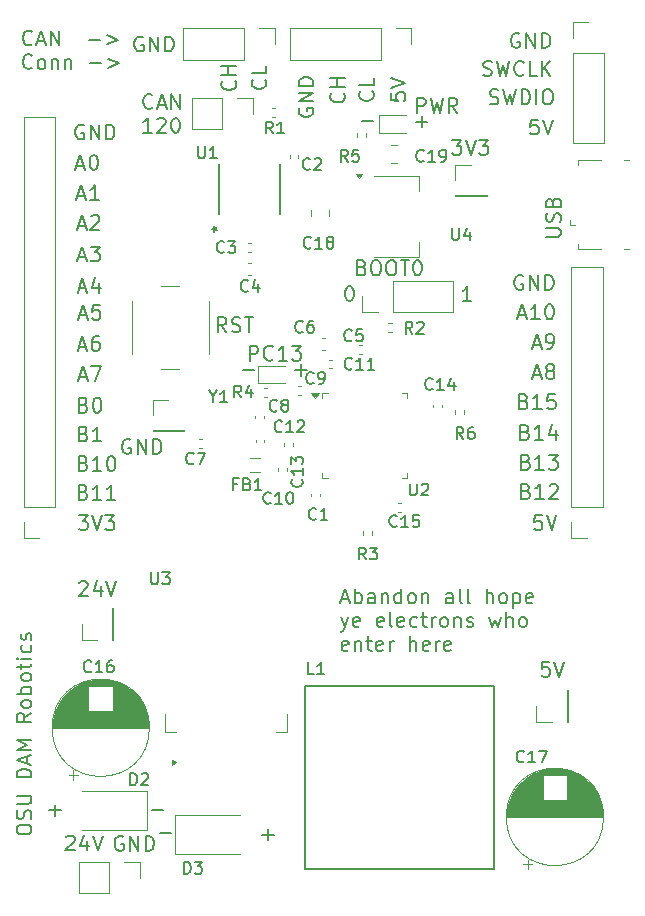
<source format=gbr>
%TF.GenerationSoftware,KiCad,Pcbnew,8.0.6*%
%TF.CreationDate,2024-11-10T12:55:49-08:00*%
%TF.ProjectId,stm32-can-do,73746d33-322d-4636-916e-2d646f2e6b69,v0.1*%
%TF.SameCoordinates,Original*%
%TF.FileFunction,Legend,Top*%
%TF.FilePolarity,Positive*%
%FSLAX46Y46*%
G04 Gerber Fmt 4.6, Leading zero omitted, Abs format (unit mm)*
G04 Created by KiCad (PCBNEW 8.0.6) date 2024-11-10 12:55:49*
%MOMM*%
%LPD*%
G01*
G04 APERTURE LIST*
%ADD10C,0.200000*%
%ADD11C,0.153000*%
%ADD12C,0.120000*%
%ADD13C,0.152400*%
G04 APERTURE END LIST*
D10*
X161970863Y-85081861D02*
X162149435Y-85141385D01*
X162149435Y-85141385D02*
X162208958Y-85200909D01*
X162208958Y-85200909D02*
X162268482Y-85319957D01*
X162268482Y-85319957D02*
X162268482Y-85498528D01*
X162268482Y-85498528D02*
X162208958Y-85617576D01*
X162208958Y-85617576D02*
X162149435Y-85677100D01*
X162149435Y-85677100D02*
X162030387Y-85736623D01*
X162030387Y-85736623D02*
X161554197Y-85736623D01*
X161554197Y-85736623D02*
X161554197Y-84486623D01*
X161554197Y-84486623D02*
X161970863Y-84486623D01*
X161970863Y-84486623D02*
X162089911Y-84546147D01*
X162089911Y-84546147D02*
X162149435Y-84605671D01*
X162149435Y-84605671D02*
X162208958Y-84724719D01*
X162208958Y-84724719D02*
X162208958Y-84843766D01*
X162208958Y-84843766D02*
X162149435Y-84962814D01*
X162149435Y-84962814D02*
X162089911Y-85022338D01*
X162089911Y-85022338D02*
X161970863Y-85081861D01*
X161970863Y-85081861D02*
X161554197Y-85081861D01*
X163458958Y-85736623D02*
X162744673Y-85736623D01*
X163101816Y-85736623D02*
X163101816Y-84486623D01*
X163101816Y-84486623D02*
X162982768Y-84665195D01*
X162982768Y-84665195D02*
X162863720Y-84784242D01*
X162863720Y-84784242D02*
X162744673Y-84843766D01*
X163875625Y-84486623D02*
X164649434Y-84486623D01*
X164649434Y-84486623D02*
X164232768Y-84962814D01*
X164232768Y-84962814D02*
X164411339Y-84962814D01*
X164411339Y-84962814D02*
X164530387Y-85022338D01*
X164530387Y-85022338D02*
X164589911Y-85081861D01*
X164589911Y-85081861D02*
X164649434Y-85200909D01*
X164649434Y-85200909D02*
X164649434Y-85498528D01*
X164649434Y-85498528D02*
X164589911Y-85617576D01*
X164589911Y-85617576D02*
X164530387Y-85677100D01*
X164530387Y-85677100D02*
X164411339Y-85736623D01*
X164411339Y-85736623D02*
X164054196Y-85736623D01*
X164054196Y-85736623D02*
X163935149Y-85677100D01*
X163935149Y-85677100D02*
X163875625Y-85617576D01*
X124019673Y-62579480D02*
X124614911Y-62579480D01*
X123900625Y-62936623D02*
X124317292Y-61686623D01*
X124317292Y-61686623D02*
X124733958Y-62936623D01*
X125805387Y-62936623D02*
X125091102Y-62936623D01*
X125448245Y-62936623D02*
X125448245Y-61686623D01*
X125448245Y-61686623D02*
X125329197Y-61865195D01*
X125329197Y-61865195D02*
X125210149Y-61984242D01*
X125210149Y-61984242D02*
X125091102Y-62043766D01*
X130343482Y-55080146D02*
X130283958Y-55139670D01*
X130283958Y-55139670D02*
X130105387Y-55199193D01*
X130105387Y-55199193D02*
X129986339Y-55199193D01*
X129986339Y-55199193D02*
X129807768Y-55139670D01*
X129807768Y-55139670D02*
X129688720Y-55020622D01*
X129688720Y-55020622D02*
X129629197Y-54901574D01*
X129629197Y-54901574D02*
X129569673Y-54663479D01*
X129569673Y-54663479D02*
X129569673Y-54484908D01*
X129569673Y-54484908D02*
X129629197Y-54246812D01*
X129629197Y-54246812D02*
X129688720Y-54127765D01*
X129688720Y-54127765D02*
X129807768Y-54008717D01*
X129807768Y-54008717D02*
X129986339Y-53949193D01*
X129986339Y-53949193D02*
X130105387Y-53949193D01*
X130105387Y-53949193D02*
X130283958Y-54008717D01*
X130283958Y-54008717D02*
X130343482Y-54068241D01*
X130819673Y-54842050D02*
X131414911Y-54842050D01*
X130700625Y-55199193D02*
X131117292Y-53949193D01*
X131117292Y-53949193D02*
X131533958Y-55199193D01*
X131950626Y-55199193D02*
X131950626Y-53949193D01*
X131950626Y-53949193D02*
X132664911Y-55199193D01*
X132664911Y-55199193D02*
X132664911Y-53949193D01*
X130283958Y-57211623D02*
X129569673Y-57211623D01*
X129926816Y-57211623D02*
X129926816Y-55961623D01*
X129926816Y-55961623D02*
X129807768Y-56140195D01*
X129807768Y-56140195D02*
X129688720Y-56259242D01*
X129688720Y-56259242D02*
X129569673Y-56318766D01*
X130760149Y-56080671D02*
X130819673Y-56021147D01*
X130819673Y-56021147D02*
X130938720Y-55961623D01*
X130938720Y-55961623D02*
X131236339Y-55961623D01*
X131236339Y-55961623D02*
X131355387Y-56021147D01*
X131355387Y-56021147D02*
X131414911Y-56080671D01*
X131414911Y-56080671D02*
X131474434Y-56199719D01*
X131474434Y-56199719D02*
X131474434Y-56318766D01*
X131474434Y-56318766D02*
X131414911Y-56497338D01*
X131414911Y-56497338D02*
X130700625Y-57211623D01*
X130700625Y-57211623D02*
X131474434Y-57211623D01*
X132248244Y-55961623D02*
X132367291Y-55961623D01*
X132367291Y-55961623D02*
X132486339Y-56021147D01*
X132486339Y-56021147D02*
X132545863Y-56080671D01*
X132545863Y-56080671D02*
X132605387Y-56199719D01*
X132605387Y-56199719D02*
X132664910Y-56437814D01*
X132664910Y-56437814D02*
X132664910Y-56735433D01*
X132664910Y-56735433D02*
X132605387Y-56973528D01*
X132605387Y-56973528D02*
X132545863Y-57092576D01*
X132545863Y-57092576D02*
X132486339Y-57152100D01*
X132486339Y-57152100D02*
X132367291Y-57211623D01*
X132367291Y-57211623D02*
X132248244Y-57211623D01*
X132248244Y-57211623D02*
X132129196Y-57152100D01*
X132129196Y-57152100D02*
X132069672Y-57092576D01*
X132069672Y-57092576D02*
X132010149Y-56973528D01*
X132010149Y-56973528D02*
X131950625Y-56735433D01*
X131950625Y-56735433D02*
X131950625Y-56437814D01*
X131950625Y-56437814D02*
X132010149Y-56199719D01*
X132010149Y-56199719D02*
X132069672Y-56080671D01*
X132069672Y-56080671D02*
X132129196Y-56021147D01*
X132129196Y-56021147D02*
X132248244Y-55961623D01*
X124520863Y-87631861D02*
X124699435Y-87691385D01*
X124699435Y-87691385D02*
X124758958Y-87750909D01*
X124758958Y-87750909D02*
X124818482Y-87869957D01*
X124818482Y-87869957D02*
X124818482Y-88048528D01*
X124818482Y-88048528D02*
X124758958Y-88167576D01*
X124758958Y-88167576D02*
X124699435Y-88227100D01*
X124699435Y-88227100D02*
X124580387Y-88286623D01*
X124580387Y-88286623D02*
X124104197Y-88286623D01*
X124104197Y-88286623D02*
X124104197Y-87036623D01*
X124104197Y-87036623D02*
X124520863Y-87036623D01*
X124520863Y-87036623D02*
X124639911Y-87096147D01*
X124639911Y-87096147D02*
X124699435Y-87155671D01*
X124699435Y-87155671D02*
X124758958Y-87274719D01*
X124758958Y-87274719D02*
X124758958Y-87393766D01*
X124758958Y-87393766D02*
X124699435Y-87512814D01*
X124699435Y-87512814D02*
X124639911Y-87572338D01*
X124639911Y-87572338D02*
X124520863Y-87631861D01*
X124520863Y-87631861D02*
X124104197Y-87631861D01*
X126008958Y-88286623D02*
X125294673Y-88286623D01*
X125651816Y-88286623D02*
X125651816Y-87036623D01*
X125651816Y-87036623D02*
X125532768Y-87215195D01*
X125532768Y-87215195D02*
X125413720Y-87334242D01*
X125413720Y-87334242D02*
X125294673Y-87393766D01*
X127199434Y-88286623D02*
X126485149Y-88286623D01*
X126842292Y-88286623D02*
X126842292Y-87036623D01*
X126842292Y-87036623D02*
X126723244Y-87215195D01*
X126723244Y-87215195D02*
X126604196Y-87334242D01*
X126604196Y-87334242D02*
X126485149Y-87393766D01*
X129533958Y-49146147D02*
X129414911Y-49086623D01*
X129414911Y-49086623D02*
X129236339Y-49086623D01*
X129236339Y-49086623D02*
X129057768Y-49146147D01*
X129057768Y-49146147D02*
X128938720Y-49265195D01*
X128938720Y-49265195D02*
X128879197Y-49384242D01*
X128879197Y-49384242D02*
X128819673Y-49622338D01*
X128819673Y-49622338D02*
X128819673Y-49800909D01*
X128819673Y-49800909D02*
X128879197Y-50039004D01*
X128879197Y-50039004D02*
X128938720Y-50158052D01*
X128938720Y-50158052D02*
X129057768Y-50277100D01*
X129057768Y-50277100D02*
X129236339Y-50336623D01*
X129236339Y-50336623D02*
X129355387Y-50336623D01*
X129355387Y-50336623D02*
X129533958Y-50277100D01*
X129533958Y-50277100D02*
X129593482Y-50217576D01*
X129593482Y-50217576D02*
X129593482Y-49800909D01*
X129593482Y-49800909D02*
X129355387Y-49800909D01*
X130129197Y-50336623D02*
X130129197Y-49086623D01*
X130129197Y-49086623D02*
X130843482Y-50336623D01*
X130843482Y-50336623D02*
X130843482Y-49086623D01*
X131438721Y-50336623D02*
X131438721Y-49086623D01*
X131438721Y-49086623D02*
X131736340Y-49086623D01*
X131736340Y-49086623D02*
X131914911Y-49146147D01*
X131914911Y-49146147D02*
X132033959Y-49265195D01*
X132033959Y-49265195D02*
X132093482Y-49384242D01*
X132093482Y-49384242D02*
X132153006Y-49622338D01*
X132153006Y-49622338D02*
X132153006Y-49800909D01*
X132153006Y-49800909D02*
X132093482Y-50039004D01*
X132093482Y-50039004D02*
X132033959Y-50158052D01*
X132033959Y-50158052D02*
X131914911Y-50277100D01*
X131914911Y-50277100D02*
X131736340Y-50336623D01*
X131736340Y-50336623D02*
X131438721Y-50336623D01*
X161408958Y-48846147D02*
X161289911Y-48786623D01*
X161289911Y-48786623D02*
X161111339Y-48786623D01*
X161111339Y-48786623D02*
X160932768Y-48846147D01*
X160932768Y-48846147D02*
X160813720Y-48965195D01*
X160813720Y-48965195D02*
X160754197Y-49084242D01*
X160754197Y-49084242D02*
X160694673Y-49322338D01*
X160694673Y-49322338D02*
X160694673Y-49500909D01*
X160694673Y-49500909D02*
X160754197Y-49739004D01*
X160754197Y-49739004D02*
X160813720Y-49858052D01*
X160813720Y-49858052D02*
X160932768Y-49977100D01*
X160932768Y-49977100D02*
X161111339Y-50036623D01*
X161111339Y-50036623D02*
X161230387Y-50036623D01*
X161230387Y-50036623D02*
X161408958Y-49977100D01*
X161408958Y-49977100D02*
X161468482Y-49917576D01*
X161468482Y-49917576D02*
X161468482Y-49500909D01*
X161468482Y-49500909D02*
X161230387Y-49500909D01*
X162004197Y-50036623D02*
X162004197Y-48786623D01*
X162004197Y-48786623D02*
X162718482Y-50036623D01*
X162718482Y-50036623D02*
X162718482Y-48786623D01*
X163313721Y-50036623D02*
X163313721Y-48786623D01*
X163313721Y-48786623D02*
X163611340Y-48786623D01*
X163611340Y-48786623D02*
X163789911Y-48846147D01*
X163789911Y-48846147D02*
X163908959Y-48965195D01*
X163908959Y-48965195D02*
X163968482Y-49084242D01*
X163968482Y-49084242D02*
X164028006Y-49322338D01*
X164028006Y-49322338D02*
X164028006Y-49500909D01*
X164028006Y-49500909D02*
X163968482Y-49739004D01*
X163968482Y-49739004D02*
X163908959Y-49858052D01*
X163908959Y-49858052D02*
X163789911Y-49977100D01*
X163789911Y-49977100D02*
X163611340Y-50036623D01*
X163611340Y-50036623D02*
X163313721Y-50036623D01*
X124169673Y-77904480D02*
X124764911Y-77904480D01*
X124050625Y-78261623D02*
X124467292Y-77011623D01*
X124467292Y-77011623D02*
X124883958Y-78261623D01*
X125181578Y-77011623D02*
X126014911Y-77011623D01*
X126014911Y-77011623D02*
X125479197Y-78261623D01*
X163941935Y-102013623D02*
X163346697Y-102013623D01*
X163346697Y-102013623D02*
X163287173Y-102608861D01*
X163287173Y-102608861D02*
X163346697Y-102549338D01*
X163346697Y-102549338D02*
X163465744Y-102489814D01*
X163465744Y-102489814D02*
X163763363Y-102489814D01*
X163763363Y-102489814D02*
X163882411Y-102549338D01*
X163882411Y-102549338D02*
X163941935Y-102608861D01*
X163941935Y-102608861D02*
X164001458Y-102727909D01*
X164001458Y-102727909D02*
X164001458Y-103025528D01*
X164001458Y-103025528D02*
X163941935Y-103144576D01*
X163941935Y-103144576D02*
X163882411Y-103204100D01*
X163882411Y-103204100D02*
X163763363Y-103263623D01*
X163763363Y-103263623D02*
X163465744Y-103263623D01*
X163465744Y-103263623D02*
X163346697Y-103204100D01*
X163346697Y-103204100D02*
X163287173Y-103144576D01*
X164358601Y-102013623D02*
X164775268Y-103263623D01*
X164775268Y-103263623D02*
X165191934Y-102013623D01*
X161995863Y-87581861D02*
X162174435Y-87641385D01*
X162174435Y-87641385D02*
X162233958Y-87700909D01*
X162233958Y-87700909D02*
X162293482Y-87819957D01*
X162293482Y-87819957D02*
X162293482Y-87998528D01*
X162293482Y-87998528D02*
X162233958Y-88117576D01*
X162233958Y-88117576D02*
X162174435Y-88177100D01*
X162174435Y-88177100D02*
X162055387Y-88236623D01*
X162055387Y-88236623D02*
X161579197Y-88236623D01*
X161579197Y-88236623D02*
X161579197Y-86986623D01*
X161579197Y-86986623D02*
X161995863Y-86986623D01*
X161995863Y-86986623D02*
X162114911Y-87046147D01*
X162114911Y-87046147D02*
X162174435Y-87105671D01*
X162174435Y-87105671D02*
X162233958Y-87224719D01*
X162233958Y-87224719D02*
X162233958Y-87343766D01*
X162233958Y-87343766D02*
X162174435Y-87462814D01*
X162174435Y-87462814D02*
X162114911Y-87522338D01*
X162114911Y-87522338D02*
X161995863Y-87581861D01*
X161995863Y-87581861D02*
X161579197Y-87581861D01*
X163483958Y-88236623D02*
X162769673Y-88236623D01*
X163126816Y-88236623D02*
X163126816Y-86986623D01*
X163126816Y-86986623D02*
X163007768Y-87165195D01*
X163007768Y-87165195D02*
X162888720Y-87284242D01*
X162888720Y-87284242D02*
X162769673Y-87343766D01*
X163960149Y-87105671D02*
X164019673Y-87046147D01*
X164019673Y-87046147D02*
X164138720Y-86986623D01*
X164138720Y-86986623D02*
X164436339Y-86986623D01*
X164436339Y-86986623D02*
X164555387Y-87046147D01*
X164555387Y-87046147D02*
X164614911Y-87105671D01*
X164614911Y-87105671D02*
X164674434Y-87224719D01*
X164674434Y-87224719D02*
X164674434Y-87343766D01*
X164674434Y-87343766D02*
X164614911Y-87522338D01*
X164614911Y-87522338D02*
X163900625Y-88236623D01*
X163900625Y-88236623D02*
X164674434Y-88236623D01*
X138579197Y-76511623D02*
X138579197Y-75261623D01*
X138579197Y-75261623D02*
X139055387Y-75261623D01*
X139055387Y-75261623D02*
X139174435Y-75321147D01*
X139174435Y-75321147D02*
X139233958Y-75380671D01*
X139233958Y-75380671D02*
X139293482Y-75499719D01*
X139293482Y-75499719D02*
X139293482Y-75678290D01*
X139293482Y-75678290D02*
X139233958Y-75797338D01*
X139233958Y-75797338D02*
X139174435Y-75856861D01*
X139174435Y-75856861D02*
X139055387Y-75916385D01*
X139055387Y-75916385D02*
X138579197Y-75916385D01*
X140543482Y-76392576D02*
X140483958Y-76452100D01*
X140483958Y-76452100D02*
X140305387Y-76511623D01*
X140305387Y-76511623D02*
X140186339Y-76511623D01*
X140186339Y-76511623D02*
X140007768Y-76452100D01*
X140007768Y-76452100D02*
X139888720Y-76333052D01*
X139888720Y-76333052D02*
X139829197Y-76214004D01*
X139829197Y-76214004D02*
X139769673Y-75975909D01*
X139769673Y-75975909D02*
X139769673Y-75797338D01*
X139769673Y-75797338D02*
X139829197Y-75559242D01*
X139829197Y-75559242D02*
X139888720Y-75440195D01*
X139888720Y-75440195D02*
X140007768Y-75321147D01*
X140007768Y-75321147D02*
X140186339Y-75261623D01*
X140186339Y-75261623D02*
X140305387Y-75261623D01*
X140305387Y-75261623D02*
X140483958Y-75321147D01*
X140483958Y-75321147D02*
X140543482Y-75380671D01*
X141733958Y-76511623D02*
X141019673Y-76511623D01*
X141376816Y-76511623D02*
X141376816Y-75261623D01*
X141376816Y-75261623D02*
X141257768Y-75440195D01*
X141257768Y-75440195D02*
X141138720Y-75559242D01*
X141138720Y-75559242D02*
X141019673Y-75618766D01*
X142150625Y-75261623D02*
X142924434Y-75261623D01*
X142924434Y-75261623D02*
X142507768Y-75737814D01*
X142507768Y-75737814D02*
X142686339Y-75737814D01*
X142686339Y-75737814D02*
X142805387Y-75797338D01*
X142805387Y-75797338D02*
X142864911Y-75856861D01*
X142864911Y-75856861D02*
X142924434Y-75975909D01*
X142924434Y-75975909D02*
X142924434Y-76273528D01*
X142924434Y-76273528D02*
X142864911Y-76392576D01*
X142864911Y-76392576D02*
X142805387Y-76452100D01*
X142805387Y-76452100D02*
X142686339Y-76511623D01*
X142686339Y-76511623D02*
X142329196Y-76511623D01*
X142329196Y-76511623D02*
X142210149Y-76452100D01*
X142210149Y-76452100D02*
X142150625Y-76392576D01*
X124520863Y-85206861D02*
X124699435Y-85266385D01*
X124699435Y-85266385D02*
X124758958Y-85325909D01*
X124758958Y-85325909D02*
X124818482Y-85444957D01*
X124818482Y-85444957D02*
X124818482Y-85623528D01*
X124818482Y-85623528D02*
X124758958Y-85742576D01*
X124758958Y-85742576D02*
X124699435Y-85802100D01*
X124699435Y-85802100D02*
X124580387Y-85861623D01*
X124580387Y-85861623D02*
X124104197Y-85861623D01*
X124104197Y-85861623D02*
X124104197Y-84611623D01*
X124104197Y-84611623D02*
X124520863Y-84611623D01*
X124520863Y-84611623D02*
X124639911Y-84671147D01*
X124639911Y-84671147D02*
X124699435Y-84730671D01*
X124699435Y-84730671D02*
X124758958Y-84849719D01*
X124758958Y-84849719D02*
X124758958Y-84968766D01*
X124758958Y-84968766D02*
X124699435Y-85087814D01*
X124699435Y-85087814D02*
X124639911Y-85147338D01*
X124639911Y-85147338D02*
X124520863Y-85206861D01*
X124520863Y-85206861D02*
X124104197Y-85206861D01*
X126008958Y-85861623D02*
X125294673Y-85861623D01*
X125651816Y-85861623D02*
X125651816Y-84611623D01*
X125651816Y-84611623D02*
X125532768Y-84790195D01*
X125532768Y-84790195D02*
X125413720Y-84909242D01*
X125413720Y-84909242D02*
X125294673Y-84968766D01*
X126782768Y-84611623D02*
X126901815Y-84611623D01*
X126901815Y-84611623D02*
X127020863Y-84671147D01*
X127020863Y-84671147D02*
X127080387Y-84730671D01*
X127080387Y-84730671D02*
X127139911Y-84849719D01*
X127139911Y-84849719D02*
X127199434Y-85087814D01*
X127199434Y-85087814D02*
X127199434Y-85385433D01*
X127199434Y-85385433D02*
X127139911Y-85623528D01*
X127139911Y-85623528D02*
X127080387Y-85742576D01*
X127080387Y-85742576D02*
X127020863Y-85802100D01*
X127020863Y-85802100D02*
X126901815Y-85861623D01*
X126901815Y-85861623D02*
X126782768Y-85861623D01*
X126782768Y-85861623D02*
X126663720Y-85802100D01*
X126663720Y-85802100D02*
X126604196Y-85742576D01*
X126604196Y-85742576D02*
X126544673Y-85623528D01*
X126544673Y-85623528D02*
X126485149Y-85385433D01*
X126485149Y-85385433D02*
X126485149Y-85087814D01*
X126485149Y-85087814D02*
X126544673Y-84849719D01*
X126544673Y-84849719D02*
X126604196Y-84730671D01*
X126604196Y-84730671D02*
X126663720Y-84671147D01*
X126663720Y-84671147D02*
X126782768Y-84611623D01*
X161344673Y-72654480D02*
X161939911Y-72654480D01*
X161225625Y-73011623D02*
X161642292Y-71761623D01*
X161642292Y-71761623D02*
X162058958Y-73011623D01*
X163130387Y-73011623D02*
X162416102Y-73011623D01*
X162773245Y-73011623D02*
X162773245Y-71761623D01*
X162773245Y-71761623D02*
X162654197Y-71940195D01*
X162654197Y-71940195D02*
X162535149Y-72059242D01*
X162535149Y-72059242D02*
X162416102Y-72118766D01*
X163904197Y-71761623D02*
X164023244Y-71761623D01*
X164023244Y-71761623D02*
X164142292Y-71821147D01*
X164142292Y-71821147D02*
X164201816Y-71880671D01*
X164201816Y-71880671D02*
X164261340Y-71999719D01*
X164261340Y-71999719D02*
X164320863Y-72237814D01*
X164320863Y-72237814D02*
X164320863Y-72535433D01*
X164320863Y-72535433D02*
X164261340Y-72773528D01*
X164261340Y-72773528D02*
X164201816Y-72892576D01*
X164201816Y-72892576D02*
X164142292Y-72952100D01*
X164142292Y-72952100D02*
X164023244Y-73011623D01*
X164023244Y-73011623D02*
X163904197Y-73011623D01*
X163904197Y-73011623D02*
X163785149Y-72952100D01*
X163785149Y-72952100D02*
X163725625Y-72892576D01*
X163725625Y-72892576D02*
X163666102Y-72773528D01*
X163666102Y-72773528D02*
X163606578Y-72535433D01*
X163606578Y-72535433D02*
X163606578Y-72237814D01*
X163606578Y-72237814D02*
X163666102Y-71999719D01*
X163666102Y-71999719D02*
X163725625Y-71880671D01*
X163725625Y-71880671D02*
X163785149Y-71821147D01*
X163785149Y-71821147D02*
X163904197Y-71761623D01*
X162974435Y-56111623D02*
X162379197Y-56111623D01*
X162379197Y-56111623D02*
X162319673Y-56706861D01*
X162319673Y-56706861D02*
X162379197Y-56647338D01*
X162379197Y-56647338D02*
X162498244Y-56587814D01*
X162498244Y-56587814D02*
X162795863Y-56587814D01*
X162795863Y-56587814D02*
X162914911Y-56647338D01*
X162914911Y-56647338D02*
X162974435Y-56706861D01*
X162974435Y-56706861D02*
X163033958Y-56825909D01*
X163033958Y-56825909D02*
X163033958Y-57123528D01*
X163033958Y-57123528D02*
X162974435Y-57242576D01*
X162974435Y-57242576D02*
X162914911Y-57302100D01*
X162914911Y-57302100D02*
X162795863Y-57361623D01*
X162795863Y-57361623D02*
X162498244Y-57361623D01*
X162498244Y-57361623D02*
X162379197Y-57302100D01*
X162379197Y-57302100D02*
X162319673Y-57242576D01*
X163391101Y-56111623D02*
X163807768Y-57361623D01*
X163807768Y-57361623D02*
X164224434Y-56111623D01*
X123037173Y-116857671D02*
X123096697Y-116798147D01*
X123096697Y-116798147D02*
X123215744Y-116738623D01*
X123215744Y-116738623D02*
X123513363Y-116738623D01*
X123513363Y-116738623D02*
X123632411Y-116798147D01*
X123632411Y-116798147D02*
X123691935Y-116857671D01*
X123691935Y-116857671D02*
X123751458Y-116976719D01*
X123751458Y-116976719D02*
X123751458Y-117095766D01*
X123751458Y-117095766D02*
X123691935Y-117274338D01*
X123691935Y-117274338D02*
X122977649Y-117988623D01*
X122977649Y-117988623D02*
X123751458Y-117988623D01*
X124822887Y-117155290D02*
X124822887Y-117988623D01*
X124525268Y-116679100D02*
X124227649Y-117571957D01*
X124227649Y-117571957D02*
X125001458Y-117571957D01*
X125299077Y-116738623D02*
X125715744Y-117988623D01*
X125715744Y-117988623D02*
X126132410Y-116738623D01*
X146369673Y-96704620D02*
X146964911Y-96704620D01*
X146250625Y-97061763D02*
X146667292Y-95811763D01*
X146667292Y-95811763D02*
X147083958Y-97061763D01*
X147500626Y-97061763D02*
X147500626Y-95811763D01*
X147500626Y-96287954D02*
X147619673Y-96228430D01*
X147619673Y-96228430D02*
X147857768Y-96228430D01*
X147857768Y-96228430D02*
X147976816Y-96287954D01*
X147976816Y-96287954D02*
X148036340Y-96347478D01*
X148036340Y-96347478D02*
X148095864Y-96466525D01*
X148095864Y-96466525D02*
X148095864Y-96823668D01*
X148095864Y-96823668D02*
X148036340Y-96942716D01*
X148036340Y-96942716D02*
X147976816Y-97002240D01*
X147976816Y-97002240D02*
X147857768Y-97061763D01*
X147857768Y-97061763D02*
X147619673Y-97061763D01*
X147619673Y-97061763D02*
X147500626Y-97002240D01*
X149167292Y-97061763D02*
X149167292Y-96407001D01*
X149167292Y-96407001D02*
X149107768Y-96287954D01*
X149107768Y-96287954D02*
X148988720Y-96228430D01*
X148988720Y-96228430D02*
X148750625Y-96228430D01*
X148750625Y-96228430D02*
X148631578Y-96287954D01*
X149167292Y-97002240D02*
X149048244Y-97061763D01*
X149048244Y-97061763D02*
X148750625Y-97061763D01*
X148750625Y-97061763D02*
X148631578Y-97002240D01*
X148631578Y-97002240D02*
X148572054Y-96883192D01*
X148572054Y-96883192D02*
X148572054Y-96764144D01*
X148572054Y-96764144D02*
X148631578Y-96645097D01*
X148631578Y-96645097D02*
X148750625Y-96585573D01*
X148750625Y-96585573D02*
X149048244Y-96585573D01*
X149048244Y-96585573D02*
X149167292Y-96526049D01*
X149762530Y-96228430D02*
X149762530Y-97061763D01*
X149762530Y-96347478D02*
X149822053Y-96287954D01*
X149822053Y-96287954D02*
X149941101Y-96228430D01*
X149941101Y-96228430D02*
X150119672Y-96228430D01*
X150119672Y-96228430D02*
X150238720Y-96287954D01*
X150238720Y-96287954D02*
X150298244Y-96407001D01*
X150298244Y-96407001D02*
X150298244Y-97061763D01*
X151429196Y-97061763D02*
X151429196Y-95811763D01*
X151429196Y-97002240D02*
X151310148Y-97061763D01*
X151310148Y-97061763D02*
X151072053Y-97061763D01*
X151072053Y-97061763D02*
X150953005Y-97002240D01*
X150953005Y-97002240D02*
X150893482Y-96942716D01*
X150893482Y-96942716D02*
X150833958Y-96823668D01*
X150833958Y-96823668D02*
X150833958Y-96466525D01*
X150833958Y-96466525D02*
X150893482Y-96347478D01*
X150893482Y-96347478D02*
X150953005Y-96287954D01*
X150953005Y-96287954D02*
X151072053Y-96228430D01*
X151072053Y-96228430D02*
X151310148Y-96228430D01*
X151310148Y-96228430D02*
X151429196Y-96287954D01*
X152203005Y-97061763D02*
X152083957Y-97002240D01*
X152083957Y-97002240D02*
X152024434Y-96942716D01*
X152024434Y-96942716D02*
X151964910Y-96823668D01*
X151964910Y-96823668D02*
X151964910Y-96466525D01*
X151964910Y-96466525D02*
X152024434Y-96347478D01*
X152024434Y-96347478D02*
X152083957Y-96287954D01*
X152083957Y-96287954D02*
X152203005Y-96228430D01*
X152203005Y-96228430D02*
X152381576Y-96228430D01*
X152381576Y-96228430D02*
X152500624Y-96287954D01*
X152500624Y-96287954D02*
X152560148Y-96347478D01*
X152560148Y-96347478D02*
X152619672Y-96466525D01*
X152619672Y-96466525D02*
X152619672Y-96823668D01*
X152619672Y-96823668D02*
X152560148Y-96942716D01*
X152560148Y-96942716D02*
X152500624Y-97002240D01*
X152500624Y-97002240D02*
X152381576Y-97061763D01*
X152381576Y-97061763D02*
X152203005Y-97061763D01*
X153155386Y-96228430D02*
X153155386Y-97061763D01*
X153155386Y-96347478D02*
X153214909Y-96287954D01*
X153214909Y-96287954D02*
X153333957Y-96228430D01*
X153333957Y-96228430D02*
X153512528Y-96228430D01*
X153512528Y-96228430D02*
X153631576Y-96287954D01*
X153631576Y-96287954D02*
X153691100Y-96407001D01*
X153691100Y-96407001D02*
X153691100Y-97061763D01*
X155774433Y-97061763D02*
X155774433Y-96407001D01*
X155774433Y-96407001D02*
X155714909Y-96287954D01*
X155714909Y-96287954D02*
X155595861Y-96228430D01*
X155595861Y-96228430D02*
X155357766Y-96228430D01*
X155357766Y-96228430D02*
X155238719Y-96287954D01*
X155774433Y-97002240D02*
X155655385Y-97061763D01*
X155655385Y-97061763D02*
X155357766Y-97061763D01*
X155357766Y-97061763D02*
X155238719Y-97002240D01*
X155238719Y-97002240D02*
X155179195Y-96883192D01*
X155179195Y-96883192D02*
X155179195Y-96764144D01*
X155179195Y-96764144D02*
X155238719Y-96645097D01*
X155238719Y-96645097D02*
X155357766Y-96585573D01*
X155357766Y-96585573D02*
X155655385Y-96585573D01*
X155655385Y-96585573D02*
X155774433Y-96526049D01*
X156548242Y-97061763D02*
X156429194Y-97002240D01*
X156429194Y-97002240D02*
X156369671Y-96883192D01*
X156369671Y-96883192D02*
X156369671Y-95811763D01*
X157203004Y-97061763D02*
X157083956Y-97002240D01*
X157083956Y-97002240D02*
X157024433Y-96883192D01*
X157024433Y-96883192D02*
X157024433Y-95811763D01*
X158631576Y-97061763D02*
X158631576Y-95811763D01*
X159167290Y-97061763D02*
X159167290Y-96407001D01*
X159167290Y-96407001D02*
X159107766Y-96287954D01*
X159107766Y-96287954D02*
X158988718Y-96228430D01*
X158988718Y-96228430D02*
X158810147Y-96228430D01*
X158810147Y-96228430D02*
X158691099Y-96287954D01*
X158691099Y-96287954D02*
X158631576Y-96347478D01*
X159941099Y-97061763D02*
X159822051Y-97002240D01*
X159822051Y-97002240D02*
X159762528Y-96942716D01*
X159762528Y-96942716D02*
X159703004Y-96823668D01*
X159703004Y-96823668D02*
X159703004Y-96466525D01*
X159703004Y-96466525D02*
X159762528Y-96347478D01*
X159762528Y-96347478D02*
X159822051Y-96287954D01*
X159822051Y-96287954D02*
X159941099Y-96228430D01*
X159941099Y-96228430D02*
X160119670Y-96228430D01*
X160119670Y-96228430D02*
X160238718Y-96287954D01*
X160238718Y-96287954D02*
X160298242Y-96347478D01*
X160298242Y-96347478D02*
X160357766Y-96466525D01*
X160357766Y-96466525D02*
X160357766Y-96823668D01*
X160357766Y-96823668D02*
X160298242Y-96942716D01*
X160298242Y-96942716D02*
X160238718Y-97002240D01*
X160238718Y-97002240D02*
X160119670Y-97061763D01*
X160119670Y-97061763D02*
X159941099Y-97061763D01*
X160893480Y-96228430D02*
X160893480Y-97478430D01*
X160893480Y-96287954D02*
X161012527Y-96228430D01*
X161012527Y-96228430D02*
X161250622Y-96228430D01*
X161250622Y-96228430D02*
X161369670Y-96287954D01*
X161369670Y-96287954D02*
X161429194Y-96347478D01*
X161429194Y-96347478D02*
X161488718Y-96466525D01*
X161488718Y-96466525D02*
X161488718Y-96823668D01*
X161488718Y-96823668D02*
X161429194Y-96942716D01*
X161429194Y-96942716D02*
X161369670Y-97002240D01*
X161369670Y-97002240D02*
X161250622Y-97061763D01*
X161250622Y-97061763D02*
X161012527Y-97061763D01*
X161012527Y-97061763D02*
X160893480Y-97002240D01*
X162500622Y-97002240D02*
X162381574Y-97061763D01*
X162381574Y-97061763D02*
X162143479Y-97061763D01*
X162143479Y-97061763D02*
X162024432Y-97002240D01*
X162024432Y-97002240D02*
X161964908Y-96883192D01*
X161964908Y-96883192D02*
X161964908Y-96407001D01*
X161964908Y-96407001D02*
X162024432Y-96287954D01*
X162024432Y-96287954D02*
X162143479Y-96228430D01*
X162143479Y-96228430D02*
X162381574Y-96228430D01*
X162381574Y-96228430D02*
X162500622Y-96287954D01*
X162500622Y-96287954D02*
X162560146Y-96407001D01*
X162560146Y-96407001D02*
X162560146Y-96526049D01*
X162560146Y-96526049D02*
X161964908Y-96645097D01*
X146310149Y-98240860D02*
X146607768Y-99074193D01*
X146905387Y-98240860D02*
X146607768Y-99074193D01*
X146607768Y-99074193D02*
X146488720Y-99371812D01*
X146488720Y-99371812D02*
X146429197Y-99431336D01*
X146429197Y-99431336D02*
X146310149Y-99490860D01*
X147857768Y-99014670D02*
X147738720Y-99074193D01*
X147738720Y-99074193D02*
X147500625Y-99074193D01*
X147500625Y-99074193D02*
X147381578Y-99014670D01*
X147381578Y-99014670D02*
X147322054Y-98895622D01*
X147322054Y-98895622D02*
X147322054Y-98419431D01*
X147322054Y-98419431D02*
X147381578Y-98300384D01*
X147381578Y-98300384D02*
X147500625Y-98240860D01*
X147500625Y-98240860D02*
X147738720Y-98240860D01*
X147738720Y-98240860D02*
X147857768Y-98300384D01*
X147857768Y-98300384D02*
X147917292Y-98419431D01*
X147917292Y-98419431D02*
X147917292Y-98538479D01*
X147917292Y-98538479D02*
X147322054Y-98657527D01*
X149881578Y-99014670D02*
X149762530Y-99074193D01*
X149762530Y-99074193D02*
X149524435Y-99074193D01*
X149524435Y-99074193D02*
X149405388Y-99014670D01*
X149405388Y-99014670D02*
X149345864Y-98895622D01*
X149345864Y-98895622D02*
X149345864Y-98419431D01*
X149345864Y-98419431D02*
X149405388Y-98300384D01*
X149405388Y-98300384D02*
X149524435Y-98240860D01*
X149524435Y-98240860D02*
X149762530Y-98240860D01*
X149762530Y-98240860D02*
X149881578Y-98300384D01*
X149881578Y-98300384D02*
X149941102Y-98419431D01*
X149941102Y-98419431D02*
X149941102Y-98538479D01*
X149941102Y-98538479D02*
X149345864Y-98657527D01*
X150655388Y-99074193D02*
X150536340Y-99014670D01*
X150536340Y-99014670D02*
X150476817Y-98895622D01*
X150476817Y-98895622D02*
X150476817Y-97824193D01*
X151607769Y-99014670D02*
X151488721Y-99074193D01*
X151488721Y-99074193D02*
X151250626Y-99074193D01*
X151250626Y-99074193D02*
X151131579Y-99014670D01*
X151131579Y-99014670D02*
X151072055Y-98895622D01*
X151072055Y-98895622D02*
X151072055Y-98419431D01*
X151072055Y-98419431D02*
X151131579Y-98300384D01*
X151131579Y-98300384D02*
X151250626Y-98240860D01*
X151250626Y-98240860D02*
X151488721Y-98240860D01*
X151488721Y-98240860D02*
X151607769Y-98300384D01*
X151607769Y-98300384D02*
X151667293Y-98419431D01*
X151667293Y-98419431D02*
X151667293Y-98538479D01*
X151667293Y-98538479D02*
X151072055Y-98657527D01*
X152738722Y-99014670D02*
X152619674Y-99074193D01*
X152619674Y-99074193D02*
X152381579Y-99074193D01*
X152381579Y-99074193D02*
X152262531Y-99014670D01*
X152262531Y-99014670D02*
X152203008Y-98955146D01*
X152203008Y-98955146D02*
X152143484Y-98836098D01*
X152143484Y-98836098D02*
X152143484Y-98478955D01*
X152143484Y-98478955D02*
X152203008Y-98359908D01*
X152203008Y-98359908D02*
X152262531Y-98300384D01*
X152262531Y-98300384D02*
X152381579Y-98240860D01*
X152381579Y-98240860D02*
X152619674Y-98240860D01*
X152619674Y-98240860D02*
X152738722Y-98300384D01*
X153095865Y-98240860D02*
X153572056Y-98240860D01*
X153274437Y-97824193D02*
X153274437Y-98895622D01*
X153274437Y-98895622D02*
X153333960Y-99014670D01*
X153333960Y-99014670D02*
X153453008Y-99074193D01*
X153453008Y-99074193D02*
X153572056Y-99074193D01*
X153988723Y-99074193D02*
X153988723Y-98240860D01*
X153988723Y-98478955D02*
X154048246Y-98359908D01*
X154048246Y-98359908D02*
X154107770Y-98300384D01*
X154107770Y-98300384D02*
X154226818Y-98240860D01*
X154226818Y-98240860D02*
X154345865Y-98240860D01*
X154941104Y-99074193D02*
X154822056Y-99014670D01*
X154822056Y-99014670D02*
X154762533Y-98955146D01*
X154762533Y-98955146D02*
X154703009Y-98836098D01*
X154703009Y-98836098D02*
X154703009Y-98478955D01*
X154703009Y-98478955D02*
X154762533Y-98359908D01*
X154762533Y-98359908D02*
X154822056Y-98300384D01*
X154822056Y-98300384D02*
X154941104Y-98240860D01*
X154941104Y-98240860D02*
X155119675Y-98240860D01*
X155119675Y-98240860D02*
X155238723Y-98300384D01*
X155238723Y-98300384D02*
X155298247Y-98359908D01*
X155298247Y-98359908D02*
X155357771Y-98478955D01*
X155357771Y-98478955D02*
X155357771Y-98836098D01*
X155357771Y-98836098D02*
X155298247Y-98955146D01*
X155298247Y-98955146D02*
X155238723Y-99014670D01*
X155238723Y-99014670D02*
X155119675Y-99074193D01*
X155119675Y-99074193D02*
X154941104Y-99074193D01*
X155893485Y-98240860D02*
X155893485Y-99074193D01*
X155893485Y-98359908D02*
X155953008Y-98300384D01*
X155953008Y-98300384D02*
X156072056Y-98240860D01*
X156072056Y-98240860D02*
X156250627Y-98240860D01*
X156250627Y-98240860D02*
X156369675Y-98300384D01*
X156369675Y-98300384D02*
X156429199Y-98419431D01*
X156429199Y-98419431D02*
X156429199Y-99074193D01*
X156964913Y-99014670D02*
X157083960Y-99074193D01*
X157083960Y-99074193D02*
X157322056Y-99074193D01*
X157322056Y-99074193D02*
X157441103Y-99014670D01*
X157441103Y-99014670D02*
X157500627Y-98895622D01*
X157500627Y-98895622D02*
X157500627Y-98836098D01*
X157500627Y-98836098D02*
X157441103Y-98717050D01*
X157441103Y-98717050D02*
X157322056Y-98657527D01*
X157322056Y-98657527D02*
X157143484Y-98657527D01*
X157143484Y-98657527D02*
X157024437Y-98598003D01*
X157024437Y-98598003D02*
X156964913Y-98478955D01*
X156964913Y-98478955D02*
X156964913Y-98419431D01*
X156964913Y-98419431D02*
X157024437Y-98300384D01*
X157024437Y-98300384D02*
X157143484Y-98240860D01*
X157143484Y-98240860D02*
X157322056Y-98240860D01*
X157322056Y-98240860D02*
X157441103Y-98300384D01*
X158869675Y-98240860D02*
X159107770Y-99074193D01*
X159107770Y-99074193D02*
X159345865Y-98478955D01*
X159345865Y-98478955D02*
X159583961Y-99074193D01*
X159583961Y-99074193D02*
X159822056Y-98240860D01*
X160298247Y-99074193D02*
X160298247Y-97824193D01*
X160833961Y-99074193D02*
X160833961Y-98419431D01*
X160833961Y-98419431D02*
X160774437Y-98300384D01*
X160774437Y-98300384D02*
X160655389Y-98240860D01*
X160655389Y-98240860D02*
X160476818Y-98240860D01*
X160476818Y-98240860D02*
X160357770Y-98300384D01*
X160357770Y-98300384D02*
X160298247Y-98359908D01*
X161607770Y-99074193D02*
X161488722Y-99014670D01*
X161488722Y-99014670D02*
X161429199Y-98955146D01*
X161429199Y-98955146D02*
X161369675Y-98836098D01*
X161369675Y-98836098D02*
X161369675Y-98478955D01*
X161369675Y-98478955D02*
X161429199Y-98359908D01*
X161429199Y-98359908D02*
X161488722Y-98300384D01*
X161488722Y-98300384D02*
X161607770Y-98240860D01*
X161607770Y-98240860D02*
X161786341Y-98240860D01*
X161786341Y-98240860D02*
X161905389Y-98300384D01*
X161905389Y-98300384D02*
X161964913Y-98359908D01*
X161964913Y-98359908D02*
X162024437Y-98478955D01*
X162024437Y-98478955D02*
X162024437Y-98836098D01*
X162024437Y-98836098D02*
X161964913Y-98955146D01*
X161964913Y-98955146D02*
X161905389Y-99014670D01*
X161905389Y-99014670D02*
X161786341Y-99074193D01*
X161786341Y-99074193D02*
X161607770Y-99074193D01*
X146905387Y-101027100D02*
X146786339Y-101086623D01*
X146786339Y-101086623D02*
X146548244Y-101086623D01*
X146548244Y-101086623D02*
X146429197Y-101027100D01*
X146429197Y-101027100D02*
X146369673Y-100908052D01*
X146369673Y-100908052D02*
X146369673Y-100431861D01*
X146369673Y-100431861D02*
X146429197Y-100312814D01*
X146429197Y-100312814D02*
X146548244Y-100253290D01*
X146548244Y-100253290D02*
X146786339Y-100253290D01*
X146786339Y-100253290D02*
X146905387Y-100312814D01*
X146905387Y-100312814D02*
X146964911Y-100431861D01*
X146964911Y-100431861D02*
X146964911Y-100550909D01*
X146964911Y-100550909D02*
X146369673Y-100669957D01*
X147500626Y-100253290D02*
X147500626Y-101086623D01*
X147500626Y-100372338D02*
X147560149Y-100312814D01*
X147560149Y-100312814D02*
X147679197Y-100253290D01*
X147679197Y-100253290D02*
X147857768Y-100253290D01*
X147857768Y-100253290D02*
X147976816Y-100312814D01*
X147976816Y-100312814D02*
X148036340Y-100431861D01*
X148036340Y-100431861D02*
X148036340Y-101086623D01*
X148453006Y-100253290D02*
X148929197Y-100253290D01*
X148631578Y-99836623D02*
X148631578Y-100908052D01*
X148631578Y-100908052D02*
X148691101Y-101027100D01*
X148691101Y-101027100D02*
X148810149Y-101086623D01*
X148810149Y-101086623D02*
X148929197Y-101086623D01*
X149822054Y-101027100D02*
X149703006Y-101086623D01*
X149703006Y-101086623D02*
X149464911Y-101086623D01*
X149464911Y-101086623D02*
X149345864Y-101027100D01*
X149345864Y-101027100D02*
X149286340Y-100908052D01*
X149286340Y-100908052D02*
X149286340Y-100431861D01*
X149286340Y-100431861D02*
X149345864Y-100312814D01*
X149345864Y-100312814D02*
X149464911Y-100253290D01*
X149464911Y-100253290D02*
X149703006Y-100253290D01*
X149703006Y-100253290D02*
X149822054Y-100312814D01*
X149822054Y-100312814D02*
X149881578Y-100431861D01*
X149881578Y-100431861D02*
X149881578Y-100550909D01*
X149881578Y-100550909D02*
X149286340Y-100669957D01*
X150417293Y-101086623D02*
X150417293Y-100253290D01*
X150417293Y-100491385D02*
X150476816Y-100372338D01*
X150476816Y-100372338D02*
X150536340Y-100312814D01*
X150536340Y-100312814D02*
X150655388Y-100253290D01*
X150655388Y-100253290D02*
X150774435Y-100253290D01*
X152143484Y-101086623D02*
X152143484Y-99836623D01*
X152679198Y-101086623D02*
X152679198Y-100431861D01*
X152679198Y-100431861D02*
X152619674Y-100312814D01*
X152619674Y-100312814D02*
X152500626Y-100253290D01*
X152500626Y-100253290D02*
X152322055Y-100253290D01*
X152322055Y-100253290D02*
X152203007Y-100312814D01*
X152203007Y-100312814D02*
X152143484Y-100372338D01*
X153750626Y-101027100D02*
X153631578Y-101086623D01*
X153631578Y-101086623D02*
X153393483Y-101086623D01*
X153393483Y-101086623D02*
X153274436Y-101027100D01*
X153274436Y-101027100D02*
X153214912Y-100908052D01*
X153214912Y-100908052D02*
X153214912Y-100431861D01*
X153214912Y-100431861D02*
X153274436Y-100312814D01*
X153274436Y-100312814D02*
X153393483Y-100253290D01*
X153393483Y-100253290D02*
X153631578Y-100253290D01*
X153631578Y-100253290D02*
X153750626Y-100312814D01*
X153750626Y-100312814D02*
X153810150Y-100431861D01*
X153810150Y-100431861D02*
X153810150Y-100550909D01*
X153810150Y-100550909D02*
X153214912Y-100669957D01*
X154345865Y-101086623D02*
X154345865Y-100253290D01*
X154345865Y-100491385D02*
X154405388Y-100372338D01*
X154405388Y-100372338D02*
X154464912Y-100312814D01*
X154464912Y-100312814D02*
X154583960Y-100253290D01*
X154583960Y-100253290D02*
X154703007Y-100253290D01*
X155595865Y-101027100D02*
X155476817Y-101086623D01*
X155476817Y-101086623D02*
X155238722Y-101086623D01*
X155238722Y-101086623D02*
X155119675Y-101027100D01*
X155119675Y-101027100D02*
X155060151Y-100908052D01*
X155060151Y-100908052D02*
X155060151Y-100431861D01*
X155060151Y-100431861D02*
X155119675Y-100312814D01*
X155119675Y-100312814D02*
X155238722Y-100253290D01*
X155238722Y-100253290D02*
X155476817Y-100253290D01*
X155476817Y-100253290D02*
X155595865Y-100312814D01*
X155595865Y-100312814D02*
X155655389Y-100431861D01*
X155655389Y-100431861D02*
X155655389Y-100550909D01*
X155655389Y-100550909D02*
X155060151Y-100669957D01*
X146967292Y-70236623D02*
X147086339Y-70236623D01*
X147086339Y-70236623D02*
X147205387Y-70296147D01*
X147205387Y-70296147D02*
X147264911Y-70355671D01*
X147264911Y-70355671D02*
X147324435Y-70474719D01*
X147324435Y-70474719D02*
X147383958Y-70712814D01*
X147383958Y-70712814D02*
X147383958Y-71010433D01*
X147383958Y-71010433D02*
X147324435Y-71248528D01*
X147324435Y-71248528D02*
X147264911Y-71367576D01*
X147264911Y-71367576D02*
X147205387Y-71427100D01*
X147205387Y-71427100D02*
X147086339Y-71486623D01*
X147086339Y-71486623D02*
X146967292Y-71486623D01*
X146967292Y-71486623D02*
X146848244Y-71427100D01*
X146848244Y-71427100D02*
X146788720Y-71367576D01*
X146788720Y-71367576D02*
X146729197Y-71248528D01*
X146729197Y-71248528D02*
X146669673Y-71010433D01*
X146669673Y-71010433D02*
X146669673Y-70712814D01*
X146669673Y-70712814D02*
X146729197Y-70474719D01*
X146729197Y-70474719D02*
X146788720Y-70355671D01*
X146788720Y-70355671D02*
X146848244Y-70296147D01*
X146848244Y-70296147D02*
X146967292Y-70236623D01*
D11*
X152648276Y-56287877D02*
X153600657Y-56287877D01*
X153124466Y-56764067D02*
X153124466Y-55811686D01*
X130290776Y-114589877D02*
X131243157Y-114589877D01*
D10*
X136593482Y-74111623D02*
X136176816Y-73516385D01*
X135879197Y-74111623D02*
X135879197Y-72861623D01*
X135879197Y-72861623D02*
X136355387Y-72861623D01*
X136355387Y-72861623D02*
X136474435Y-72921147D01*
X136474435Y-72921147D02*
X136533958Y-72980671D01*
X136533958Y-72980671D02*
X136593482Y-73099719D01*
X136593482Y-73099719D02*
X136593482Y-73278290D01*
X136593482Y-73278290D02*
X136533958Y-73397338D01*
X136533958Y-73397338D02*
X136474435Y-73456861D01*
X136474435Y-73456861D02*
X136355387Y-73516385D01*
X136355387Y-73516385D02*
X135879197Y-73516385D01*
X137069673Y-74052100D02*
X137248244Y-74111623D01*
X137248244Y-74111623D02*
X137545863Y-74111623D01*
X137545863Y-74111623D02*
X137664911Y-74052100D01*
X137664911Y-74052100D02*
X137724435Y-73992576D01*
X137724435Y-73992576D02*
X137783958Y-73873528D01*
X137783958Y-73873528D02*
X137783958Y-73754480D01*
X137783958Y-73754480D02*
X137724435Y-73635433D01*
X137724435Y-73635433D02*
X137664911Y-73575909D01*
X137664911Y-73575909D02*
X137545863Y-73516385D01*
X137545863Y-73516385D02*
X137307768Y-73456861D01*
X137307768Y-73456861D02*
X137188720Y-73397338D01*
X137188720Y-73397338D02*
X137129197Y-73337814D01*
X137129197Y-73337814D02*
X137069673Y-73218766D01*
X137069673Y-73218766D02*
X137069673Y-73099719D01*
X137069673Y-73099719D02*
X137129197Y-72980671D01*
X137129197Y-72980671D02*
X137188720Y-72921147D01*
X137188720Y-72921147D02*
X137307768Y-72861623D01*
X137307768Y-72861623D02*
X137605387Y-72861623D01*
X137605387Y-72861623D02*
X137783958Y-72921147D01*
X138141101Y-72861623D02*
X138855387Y-72861623D01*
X138498244Y-74111623D02*
X138498244Y-72861623D01*
D11*
X139640776Y-116664877D02*
X140593157Y-116664877D01*
X140116966Y-117141067D02*
X140116966Y-116188686D01*
D10*
X148070863Y-68631861D02*
X148249435Y-68691385D01*
X148249435Y-68691385D02*
X148308958Y-68750909D01*
X148308958Y-68750909D02*
X148368482Y-68869957D01*
X148368482Y-68869957D02*
X148368482Y-69048528D01*
X148368482Y-69048528D02*
X148308958Y-69167576D01*
X148308958Y-69167576D02*
X148249435Y-69227100D01*
X148249435Y-69227100D02*
X148130387Y-69286623D01*
X148130387Y-69286623D02*
X147654197Y-69286623D01*
X147654197Y-69286623D02*
X147654197Y-68036623D01*
X147654197Y-68036623D02*
X148070863Y-68036623D01*
X148070863Y-68036623D02*
X148189911Y-68096147D01*
X148189911Y-68096147D02*
X148249435Y-68155671D01*
X148249435Y-68155671D02*
X148308958Y-68274719D01*
X148308958Y-68274719D02*
X148308958Y-68393766D01*
X148308958Y-68393766D02*
X148249435Y-68512814D01*
X148249435Y-68512814D02*
X148189911Y-68572338D01*
X148189911Y-68572338D02*
X148070863Y-68631861D01*
X148070863Y-68631861D02*
X147654197Y-68631861D01*
X149142292Y-68036623D02*
X149380387Y-68036623D01*
X149380387Y-68036623D02*
X149499435Y-68096147D01*
X149499435Y-68096147D02*
X149618482Y-68215195D01*
X149618482Y-68215195D02*
X149678006Y-68453290D01*
X149678006Y-68453290D02*
X149678006Y-68869957D01*
X149678006Y-68869957D02*
X149618482Y-69108052D01*
X149618482Y-69108052D02*
X149499435Y-69227100D01*
X149499435Y-69227100D02*
X149380387Y-69286623D01*
X149380387Y-69286623D02*
X149142292Y-69286623D01*
X149142292Y-69286623D02*
X149023244Y-69227100D01*
X149023244Y-69227100D02*
X148904197Y-69108052D01*
X148904197Y-69108052D02*
X148844673Y-68869957D01*
X148844673Y-68869957D02*
X148844673Y-68453290D01*
X148844673Y-68453290D02*
X148904197Y-68215195D01*
X148904197Y-68215195D02*
X149023244Y-68096147D01*
X149023244Y-68096147D02*
X149142292Y-68036623D01*
X150451816Y-68036623D02*
X150689911Y-68036623D01*
X150689911Y-68036623D02*
X150808959Y-68096147D01*
X150808959Y-68096147D02*
X150928006Y-68215195D01*
X150928006Y-68215195D02*
X150987530Y-68453290D01*
X150987530Y-68453290D02*
X150987530Y-68869957D01*
X150987530Y-68869957D02*
X150928006Y-69108052D01*
X150928006Y-69108052D02*
X150808959Y-69227100D01*
X150808959Y-69227100D02*
X150689911Y-69286623D01*
X150689911Y-69286623D02*
X150451816Y-69286623D01*
X150451816Y-69286623D02*
X150332768Y-69227100D01*
X150332768Y-69227100D02*
X150213721Y-69108052D01*
X150213721Y-69108052D02*
X150154197Y-68869957D01*
X150154197Y-68869957D02*
X150154197Y-68453290D01*
X150154197Y-68453290D02*
X150213721Y-68215195D01*
X150213721Y-68215195D02*
X150332768Y-68096147D01*
X150332768Y-68096147D02*
X150451816Y-68036623D01*
X151344673Y-68036623D02*
X152058959Y-68036623D01*
X151701816Y-69286623D02*
X151701816Y-68036623D01*
X152713721Y-68036623D02*
X152832768Y-68036623D01*
X152832768Y-68036623D02*
X152951816Y-68096147D01*
X152951816Y-68096147D02*
X153011340Y-68155671D01*
X153011340Y-68155671D02*
X153070864Y-68274719D01*
X153070864Y-68274719D02*
X153130387Y-68512814D01*
X153130387Y-68512814D02*
X153130387Y-68810433D01*
X153130387Y-68810433D02*
X153070864Y-69048528D01*
X153070864Y-69048528D02*
X153011340Y-69167576D01*
X153011340Y-69167576D02*
X152951816Y-69227100D01*
X152951816Y-69227100D02*
X152832768Y-69286623D01*
X152832768Y-69286623D02*
X152713721Y-69286623D01*
X152713721Y-69286623D02*
X152594673Y-69227100D01*
X152594673Y-69227100D02*
X152535149Y-69167576D01*
X152535149Y-69167576D02*
X152475626Y-69048528D01*
X152475626Y-69048528D02*
X152416102Y-68810433D01*
X152416102Y-68810433D02*
X152416102Y-68512814D01*
X152416102Y-68512814D02*
X152475626Y-68274719D01*
X152475626Y-68274719D02*
X152535149Y-68155671D01*
X152535149Y-68155671D02*
X152594673Y-68096147D01*
X152594673Y-68096147D02*
X152713721Y-68036623D01*
X118836623Y-116332707D02*
X118836623Y-116094612D01*
X118836623Y-116094612D02*
X118896147Y-115975564D01*
X118896147Y-115975564D02*
X119015195Y-115856517D01*
X119015195Y-115856517D02*
X119253290Y-115796993D01*
X119253290Y-115796993D02*
X119669957Y-115796993D01*
X119669957Y-115796993D02*
X119908052Y-115856517D01*
X119908052Y-115856517D02*
X120027100Y-115975564D01*
X120027100Y-115975564D02*
X120086623Y-116094612D01*
X120086623Y-116094612D02*
X120086623Y-116332707D01*
X120086623Y-116332707D02*
X120027100Y-116451755D01*
X120027100Y-116451755D02*
X119908052Y-116570802D01*
X119908052Y-116570802D02*
X119669957Y-116630326D01*
X119669957Y-116630326D02*
X119253290Y-116630326D01*
X119253290Y-116630326D02*
X119015195Y-116570802D01*
X119015195Y-116570802D02*
X118896147Y-116451755D01*
X118896147Y-116451755D02*
X118836623Y-116332707D01*
X120027100Y-115320802D02*
X120086623Y-115142231D01*
X120086623Y-115142231D02*
X120086623Y-114844612D01*
X120086623Y-114844612D02*
X120027100Y-114725564D01*
X120027100Y-114725564D02*
X119967576Y-114666040D01*
X119967576Y-114666040D02*
X119848528Y-114606517D01*
X119848528Y-114606517D02*
X119729480Y-114606517D01*
X119729480Y-114606517D02*
X119610433Y-114666040D01*
X119610433Y-114666040D02*
X119550909Y-114725564D01*
X119550909Y-114725564D02*
X119491385Y-114844612D01*
X119491385Y-114844612D02*
X119431861Y-115082707D01*
X119431861Y-115082707D02*
X119372338Y-115201755D01*
X119372338Y-115201755D02*
X119312814Y-115261278D01*
X119312814Y-115261278D02*
X119193766Y-115320802D01*
X119193766Y-115320802D02*
X119074719Y-115320802D01*
X119074719Y-115320802D02*
X118955671Y-115261278D01*
X118955671Y-115261278D02*
X118896147Y-115201755D01*
X118896147Y-115201755D02*
X118836623Y-115082707D01*
X118836623Y-115082707D02*
X118836623Y-114785088D01*
X118836623Y-114785088D02*
X118896147Y-114606517D01*
X118836623Y-114070802D02*
X119848528Y-114070802D01*
X119848528Y-114070802D02*
X119967576Y-114011279D01*
X119967576Y-114011279D02*
X120027100Y-113951755D01*
X120027100Y-113951755D02*
X120086623Y-113832707D01*
X120086623Y-113832707D02*
X120086623Y-113594612D01*
X120086623Y-113594612D02*
X120027100Y-113475564D01*
X120027100Y-113475564D02*
X119967576Y-113416041D01*
X119967576Y-113416041D02*
X119848528Y-113356517D01*
X119848528Y-113356517D02*
X118836623Y-113356517D01*
X120086623Y-111808897D02*
X118836623Y-111808897D01*
X118836623Y-111808897D02*
X118836623Y-111511278D01*
X118836623Y-111511278D02*
X118896147Y-111332707D01*
X118896147Y-111332707D02*
X119015195Y-111213659D01*
X119015195Y-111213659D02*
X119134242Y-111154136D01*
X119134242Y-111154136D02*
X119372338Y-111094612D01*
X119372338Y-111094612D02*
X119550909Y-111094612D01*
X119550909Y-111094612D02*
X119789004Y-111154136D01*
X119789004Y-111154136D02*
X119908052Y-111213659D01*
X119908052Y-111213659D02*
X120027100Y-111332707D01*
X120027100Y-111332707D02*
X120086623Y-111511278D01*
X120086623Y-111511278D02*
X120086623Y-111808897D01*
X119729480Y-110618421D02*
X119729480Y-110023183D01*
X120086623Y-110737469D02*
X118836623Y-110320802D01*
X118836623Y-110320802D02*
X120086623Y-109904136D01*
X120086623Y-109487468D02*
X118836623Y-109487468D01*
X118836623Y-109487468D02*
X119729480Y-109070802D01*
X119729480Y-109070802D02*
X118836623Y-108654135D01*
X118836623Y-108654135D02*
X120086623Y-108654135D01*
X120086623Y-106392231D02*
X119491385Y-106808897D01*
X120086623Y-107106516D02*
X118836623Y-107106516D01*
X118836623Y-107106516D02*
X118836623Y-106630326D01*
X118836623Y-106630326D02*
X118896147Y-106511278D01*
X118896147Y-106511278D02*
X118955671Y-106451755D01*
X118955671Y-106451755D02*
X119074719Y-106392231D01*
X119074719Y-106392231D02*
X119253290Y-106392231D01*
X119253290Y-106392231D02*
X119372338Y-106451755D01*
X119372338Y-106451755D02*
X119431861Y-106511278D01*
X119431861Y-106511278D02*
X119491385Y-106630326D01*
X119491385Y-106630326D02*
X119491385Y-107106516D01*
X120086623Y-105677945D02*
X120027100Y-105796993D01*
X120027100Y-105796993D02*
X119967576Y-105856516D01*
X119967576Y-105856516D02*
X119848528Y-105916040D01*
X119848528Y-105916040D02*
X119491385Y-105916040D01*
X119491385Y-105916040D02*
X119372338Y-105856516D01*
X119372338Y-105856516D02*
X119312814Y-105796993D01*
X119312814Y-105796993D02*
X119253290Y-105677945D01*
X119253290Y-105677945D02*
X119253290Y-105499374D01*
X119253290Y-105499374D02*
X119312814Y-105380326D01*
X119312814Y-105380326D02*
X119372338Y-105320802D01*
X119372338Y-105320802D02*
X119491385Y-105261278D01*
X119491385Y-105261278D02*
X119848528Y-105261278D01*
X119848528Y-105261278D02*
X119967576Y-105320802D01*
X119967576Y-105320802D02*
X120027100Y-105380326D01*
X120027100Y-105380326D02*
X120086623Y-105499374D01*
X120086623Y-105499374D02*
X120086623Y-105677945D01*
X120086623Y-104725564D02*
X118836623Y-104725564D01*
X119312814Y-104725564D02*
X119253290Y-104606517D01*
X119253290Y-104606517D02*
X119253290Y-104368422D01*
X119253290Y-104368422D02*
X119312814Y-104249374D01*
X119312814Y-104249374D02*
X119372338Y-104189850D01*
X119372338Y-104189850D02*
X119491385Y-104130326D01*
X119491385Y-104130326D02*
X119848528Y-104130326D01*
X119848528Y-104130326D02*
X119967576Y-104189850D01*
X119967576Y-104189850D02*
X120027100Y-104249374D01*
X120027100Y-104249374D02*
X120086623Y-104368422D01*
X120086623Y-104368422D02*
X120086623Y-104606517D01*
X120086623Y-104606517D02*
X120027100Y-104725564D01*
X120086623Y-103416041D02*
X120027100Y-103535089D01*
X120027100Y-103535089D02*
X119967576Y-103594612D01*
X119967576Y-103594612D02*
X119848528Y-103654136D01*
X119848528Y-103654136D02*
X119491385Y-103654136D01*
X119491385Y-103654136D02*
X119372338Y-103594612D01*
X119372338Y-103594612D02*
X119312814Y-103535089D01*
X119312814Y-103535089D02*
X119253290Y-103416041D01*
X119253290Y-103416041D02*
X119253290Y-103237470D01*
X119253290Y-103237470D02*
X119312814Y-103118422D01*
X119312814Y-103118422D02*
X119372338Y-103058898D01*
X119372338Y-103058898D02*
X119491385Y-102999374D01*
X119491385Y-102999374D02*
X119848528Y-102999374D01*
X119848528Y-102999374D02*
X119967576Y-103058898D01*
X119967576Y-103058898D02*
X120027100Y-103118422D01*
X120027100Y-103118422D02*
X120086623Y-103237470D01*
X120086623Y-103237470D02*
X120086623Y-103416041D01*
X119253290Y-102642232D02*
X119253290Y-102166041D01*
X118836623Y-102463660D02*
X119908052Y-102463660D01*
X119908052Y-102463660D02*
X120027100Y-102404137D01*
X120027100Y-102404137D02*
X120086623Y-102285089D01*
X120086623Y-102285089D02*
X120086623Y-102166041D01*
X120086623Y-101749374D02*
X119253290Y-101749374D01*
X118836623Y-101749374D02*
X118896147Y-101808898D01*
X118896147Y-101808898D02*
X118955671Y-101749374D01*
X118955671Y-101749374D02*
X118896147Y-101689851D01*
X118896147Y-101689851D02*
X118836623Y-101749374D01*
X118836623Y-101749374D02*
X118955671Y-101749374D01*
X120027100Y-100618422D02*
X120086623Y-100737470D01*
X120086623Y-100737470D02*
X120086623Y-100975565D01*
X120086623Y-100975565D02*
X120027100Y-101094613D01*
X120027100Y-101094613D02*
X119967576Y-101154136D01*
X119967576Y-101154136D02*
X119848528Y-101213660D01*
X119848528Y-101213660D02*
X119491385Y-101213660D01*
X119491385Y-101213660D02*
X119372338Y-101154136D01*
X119372338Y-101154136D02*
X119312814Y-101094613D01*
X119312814Y-101094613D02*
X119253290Y-100975565D01*
X119253290Y-100975565D02*
X119253290Y-100737470D01*
X119253290Y-100737470D02*
X119312814Y-100618422D01*
X120027100Y-100142231D02*
X120086623Y-100023184D01*
X120086623Y-100023184D02*
X120086623Y-99785088D01*
X120086623Y-99785088D02*
X120027100Y-99666041D01*
X120027100Y-99666041D02*
X119908052Y-99606517D01*
X119908052Y-99606517D02*
X119848528Y-99606517D01*
X119848528Y-99606517D02*
X119729480Y-99666041D01*
X119729480Y-99666041D02*
X119669957Y-99785088D01*
X119669957Y-99785088D02*
X119669957Y-99963660D01*
X119669957Y-99963660D02*
X119610433Y-100082707D01*
X119610433Y-100082707D02*
X119491385Y-100142231D01*
X119491385Y-100142231D02*
X119431861Y-100142231D01*
X119431861Y-100142231D02*
X119312814Y-100082707D01*
X119312814Y-100082707D02*
X119253290Y-99963660D01*
X119253290Y-99963660D02*
X119253290Y-99785088D01*
X119253290Y-99785088D02*
X119312814Y-99666041D01*
X142771147Y-55166041D02*
X142711623Y-55285088D01*
X142711623Y-55285088D02*
X142711623Y-55463660D01*
X142711623Y-55463660D02*
X142771147Y-55642231D01*
X142771147Y-55642231D02*
X142890195Y-55761279D01*
X142890195Y-55761279D02*
X143009242Y-55820802D01*
X143009242Y-55820802D02*
X143247338Y-55880326D01*
X143247338Y-55880326D02*
X143425909Y-55880326D01*
X143425909Y-55880326D02*
X143664004Y-55820802D01*
X143664004Y-55820802D02*
X143783052Y-55761279D01*
X143783052Y-55761279D02*
X143902100Y-55642231D01*
X143902100Y-55642231D02*
X143961623Y-55463660D01*
X143961623Y-55463660D02*
X143961623Y-55344612D01*
X143961623Y-55344612D02*
X143902100Y-55166041D01*
X143902100Y-55166041D02*
X143842576Y-55106517D01*
X143842576Y-55106517D02*
X143425909Y-55106517D01*
X143425909Y-55106517D02*
X143425909Y-55344612D01*
X143961623Y-54570802D02*
X142711623Y-54570802D01*
X142711623Y-54570802D02*
X143961623Y-53856517D01*
X143961623Y-53856517D02*
X142711623Y-53856517D01*
X143961623Y-53261278D02*
X142711623Y-53261278D01*
X142711623Y-53261278D02*
X142711623Y-52963659D01*
X142711623Y-52963659D02*
X142771147Y-52785088D01*
X142771147Y-52785088D02*
X142890195Y-52666040D01*
X142890195Y-52666040D02*
X143009242Y-52606517D01*
X143009242Y-52606517D02*
X143247338Y-52546993D01*
X143247338Y-52546993D02*
X143425909Y-52546993D01*
X143425909Y-52546993D02*
X143664004Y-52606517D01*
X143664004Y-52606517D02*
X143783052Y-52666040D01*
X143783052Y-52666040D02*
X143902100Y-52785088D01*
X143902100Y-52785088D02*
X143961623Y-52963659D01*
X143961623Y-52963659D02*
X143961623Y-53261278D01*
D11*
X142448276Y-77312877D02*
X143400657Y-77312877D01*
X142924466Y-77789067D02*
X142924466Y-76836686D01*
D10*
X124069673Y-65079480D02*
X124664911Y-65079480D01*
X123950625Y-65436623D02*
X124367292Y-64186623D01*
X124367292Y-64186623D02*
X124783958Y-65436623D01*
X125141102Y-64305671D02*
X125200626Y-64246147D01*
X125200626Y-64246147D02*
X125319673Y-64186623D01*
X125319673Y-64186623D02*
X125617292Y-64186623D01*
X125617292Y-64186623D02*
X125736340Y-64246147D01*
X125736340Y-64246147D02*
X125795864Y-64305671D01*
X125795864Y-64305671D02*
X125855387Y-64424719D01*
X125855387Y-64424719D02*
X125855387Y-64543766D01*
X125855387Y-64543766D02*
X125795864Y-64722338D01*
X125795864Y-64722338D02*
X125081578Y-65436623D01*
X125081578Y-65436623D02*
X125855387Y-65436623D01*
X162594673Y-77729480D02*
X163189911Y-77729480D01*
X162475625Y-78086623D02*
X162892292Y-76836623D01*
X162892292Y-76836623D02*
X163308958Y-78086623D01*
X163904197Y-77372338D02*
X163785149Y-77312814D01*
X163785149Y-77312814D02*
X163725626Y-77253290D01*
X163725626Y-77253290D02*
X163666102Y-77134242D01*
X163666102Y-77134242D02*
X163666102Y-77074719D01*
X163666102Y-77074719D02*
X163725626Y-76955671D01*
X163725626Y-76955671D02*
X163785149Y-76896147D01*
X163785149Y-76896147D02*
X163904197Y-76836623D01*
X163904197Y-76836623D02*
X164142292Y-76836623D01*
X164142292Y-76836623D02*
X164261340Y-76896147D01*
X164261340Y-76896147D02*
X164320864Y-76955671D01*
X164320864Y-76955671D02*
X164380387Y-77074719D01*
X164380387Y-77074719D02*
X164380387Y-77134242D01*
X164380387Y-77134242D02*
X164320864Y-77253290D01*
X164320864Y-77253290D02*
X164261340Y-77312814D01*
X164261340Y-77312814D02*
X164142292Y-77372338D01*
X164142292Y-77372338D02*
X163904197Y-77372338D01*
X163904197Y-77372338D02*
X163785149Y-77431861D01*
X163785149Y-77431861D02*
X163725626Y-77491385D01*
X163725626Y-77491385D02*
X163666102Y-77610433D01*
X163666102Y-77610433D02*
X163666102Y-77848528D01*
X163666102Y-77848528D02*
X163725626Y-77967576D01*
X163725626Y-77967576D02*
X163785149Y-78027100D01*
X163785149Y-78027100D02*
X163904197Y-78086623D01*
X163904197Y-78086623D02*
X164142292Y-78086623D01*
X164142292Y-78086623D02*
X164261340Y-78027100D01*
X164261340Y-78027100D02*
X164320864Y-77967576D01*
X164320864Y-77967576D02*
X164380387Y-77848528D01*
X164380387Y-77848528D02*
X164380387Y-77610433D01*
X164380387Y-77610433D02*
X164320864Y-77491385D01*
X164320864Y-77491385D02*
X164261340Y-77431861D01*
X164261340Y-77431861D02*
X164142292Y-77372338D01*
X124085149Y-89611623D02*
X124858958Y-89611623D01*
X124858958Y-89611623D02*
X124442292Y-90087814D01*
X124442292Y-90087814D02*
X124620863Y-90087814D01*
X124620863Y-90087814D02*
X124739911Y-90147338D01*
X124739911Y-90147338D02*
X124799435Y-90206861D01*
X124799435Y-90206861D02*
X124858958Y-90325909D01*
X124858958Y-90325909D02*
X124858958Y-90623528D01*
X124858958Y-90623528D02*
X124799435Y-90742576D01*
X124799435Y-90742576D02*
X124739911Y-90802100D01*
X124739911Y-90802100D02*
X124620863Y-90861623D01*
X124620863Y-90861623D02*
X124263720Y-90861623D01*
X124263720Y-90861623D02*
X124144673Y-90802100D01*
X124144673Y-90802100D02*
X124085149Y-90742576D01*
X125216101Y-89611623D02*
X125632768Y-90861623D01*
X125632768Y-90861623D02*
X126049434Y-89611623D01*
X126347054Y-89611623D02*
X127120863Y-89611623D01*
X127120863Y-89611623D02*
X126704197Y-90087814D01*
X126704197Y-90087814D02*
X126882768Y-90087814D01*
X126882768Y-90087814D02*
X127001816Y-90147338D01*
X127001816Y-90147338D02*
X127061340Y-90206861D01*
X127061340Y-90206861D02*
X127120863Y-90325909D01*
X127120863Y-90325909D02*
X127120863Y-90623528D01*
X127120863Y-90623528D02*
X127061340Y-90742576D01*
X127061340Y-90742576D02*
X127001816Y-90802100D01*
X127001816Y-90802100D02*
X126882768Y-90861623D01*
X126882768Y-90861623D02*
X126525625Y-90861623D01*
X126525625Y-90861623D02*
X126406578Y-90802100D01*
X126406578Y-90802100D02*
X126347054Y-90742576D01*
X161795863Y-79956861D02*
X161974435Y-80016385D01*
X161974435Y-80016385D02*
X162033958Y-80075909D01*
X162033958Y-80075909D02*
X162093482Y-80194957D01*
X162093482Y-80194957D02*
X162093482Y-80373528D01*
X162093482Y-80373528D02*
X162033958Y-80492576D01*
X162033958Y-80492576D02*
X161974435Y-80552100D01*
X161974435Y-80552100D02*
X161855387Y-80611623D01*
X161855387Y-80611623D02*
X161379197Y-80611623D01*
X161379197Y-80611623D02*
X161379197Y-79361623D01*
X161379197Y-79361623D02*
X161795863Y-79361623D01*
X161795863Y-79361623D02*
X161914911Y-79421147D01*
X161914911Y-79421147D02*
X161974435Y-79480671D01*
X161974435Y-79480671D02*
X162033958Y-79599719D01*
X162033958Y-79599719D02*
X162033958Y-79718766D01*
X162033958Y-79718766D02*
X161974435Y-79837814D01*
X161974435Y-79837814D02*
X161914911Y-79897338D01*
X161914911Y-79897338D02*
X161795863Y-79956861D01*
X161795863Y-79956861D02*
X161379197Y-79956861D01*
X163283958Y-80611623D02*
X162569673Y-80611623D01*
X162926816Y-80611623D02*
X162926816Y-79361623D01*
X162926816Y-79361623D02*
X162807768Y-79540195D01*
X162807768Y-79540195D02*
X162688720Y-79659242D01*
X162688720Y-79659242D02*
X162569673Y-79718766D01*
X164414911Y-79361623D02*
X163819673Y-79361623D01*
X163819673Y-79361623D02*
X163760149Y-79956861D01*
X163760149Y-79956861D02*
X163819673Y-79897338D01*
X163819673Y-79897338D02*
X163938720Y-79837814D01*
X163938720Y-79837814D02*
X164236339Y-79837814D01*
X164236339Y-79837814D02*
X164355387Y-79897338D01*
X164355387Y-79897338D02*
X164414911Y-79956861D01*
X164414911Y-79956861D02*
X164474434Y-80075909D01*
X164474434Y-80075909D02*
X164474434Y-80373528D01*
X164474434Y-80373528D02*
X164414911Y-80492576D01*
X164414911Y-80492576D02*
X164355387Y-80552100D01*
X164355387Y-80552100D02*
X164236339Y-80611623D01*
X164236339Y-80611623D02*
X163938720Y-80611623D01*
X163938720Y-80611623D02*
X163819673Y-80552100D01*
X163819673Y-80552100D02*
X163760149Y-80492576D01*
X139867576Y-52731517D02*
X139927100Y-52791041D01*
X139927100Y-52791041D02*
X139986623Y-52969612D01*
X139986623Y-52969612D02*
X139986623Y-53088660D01*
X139986623Y-53088660D02*
X139927100Y-53267231D01*
X139927100Y-53267231D02*
X139808052Y-53386279D01*
X139808052Y-53386279D02*
X139689004Y-53445802D01*
X139689004Y-53445802D02*
X139450909Y-53505326D01*
X139450909Y-53505326D02*
X139272338Y-53505326D01*
X139272338Y-53505326D02*
X139034242Y-53445802D01*
X139034242Y-53445802D02*
X138915195Y-53386279D01*
X138915195Y-53386279D02*
X138796147Y-53267231D01*
X138796147Y-53267231D02*
X138736623Y-53088660D01*
X138736623Y-53088660D02*
X138736623Y-52969612D01*
X138736623Y-52969612D02*
X138796147Y-52791041D01*
X138796147Y-52791041D02*
X138855671Y-52731517D01*
X139986623Y-51600564D02*
X139986623Y-52195802D01*
X139986623Y-52195802D02*
X138736623Y-52195802D01*
X163661623Y-66020802D02*
X164673528Y-66020802D01*
X164673528Y-66020802D02*
X164792576Y-65961279D01*
X164792576Y-65961279D02*
X164852100Y-65901755D01*
X164852100Y-65901755D02*
X164911623Y-65782707D01*
X164911623Y-65782707D02*
X164911623Y-65544612D01*
X164911623Y-65544612D02*
X164852100Y-65425564D01*
X164852100Y-65425564D02*
X164792576Y-65366041D01*
X164792576Y-65366041D02*
X164673528Y-65306517D01*
X164673528Y-65306517D02*
X163661623Y-65306517D01*
X164852100Y-64770802D02*
X164911623Y-64592231D01*
X164911623Y-64592231D02*
X164911623Y-64294612D01*
X164911623Y-64294612D02*
X164852100Y-64175564D01*
X164852100Y-64175564D02*
X164792576Y-64116040D01*
X164792576Y-64116040D02*
X164673528Y-64056517D01*
X164673528Y-64056517D02*
X164554480Y-64056517D01*
X164554480Y-64056517D02*
X164435433Y-64116040D01*
X164435433Y-64116040D02*
X164375909Y-64175564D01*
X164375909Y-64175564D02*
X164316385Y-64294612D01*
X164316385Y-64294612D02*
X164256861Y-64532707D01*
X164256861Y-64532707D02*
X164197338Y-64651755D01*
X164197338Y-64651755D02*
X164137814Y-64711278D01*
X164137814Y-64711278D02*
X164018766Y-64770802D01*
X164018766Y-64770802D02*
X163899719Y-64770802D01*
X163899719Y-64770802D02*
X163780671Y-64711278D01*
X163780671Y-64711278D02*
X163721147Y-64651755D01*
X163721147Y-64651755D02*
X163661623Y-64532707D01*
X163661623Y-64532707D02*
X163661623Y-64235088D01*
X163661623Y-64235088D02*
X163721147Y-64056517D01*
X164256861Y-63104136D02*
X164316385Y-62925564D01*
X164316385Y-62925564D02*
X164375909Y-62866041D01*
X164375909Y-62866041D02*
X164494957Y-62806517D01*
X164494957Y-62806517D02*
X164673528Y-62806517D01*
X164673528Y-62806517D02*
X164792576Y-62866041D01*
X164792576Y-62866041D02*
X164852100Y-62925564D01*
X164852100Y-62925564D02*
X164911623Y-63044612D01*
X164911623Y-63044612D02*
X164911623Y-63520802D01*
X164911623Y-63520802D02*
X163661623Y-63520802D01*
X163661623Y-63520802D02*
X163661623Y-63104136D01*
X163661623Y-63104136D02*
X163721147Y-62985088D01*
X163721147Y-62985088D02*
X163780671Y-62925564D01*
X163780671Y-62925564D02*
X163899719Y-62866041D01*
X163899719Y-62866041D02*
X164018766Y-62866041D01*
X164018766Y-62866041D02*
X164137814Y-62925564D01*
X164137814Y-62925564D02*
X164197338Y-62985088D01*
X164197338Y-62985088D02*
X164256861Y-63104136D01*
X164256861Y-63104136D02*
X164256861Y-63520802D01*
X161683958Y-69346147D02*
X161564911Y-69286623D01*
X161564911Y-69286623D02*
X161386339Y-69286623D01*
X161386339Y-69286623D02*
X161207768Y-69346147D01*
X161207768Y-69346147D02*
X161088720Y-69465195D01*
X161088720Y-69465195D02*
X161029197Y-69584242D01*
X161029197Y-69584242D02*
X160969673Y-69822338D01*
X160969673Y-69822338D02*
X160969673Y-70000909D01*
X160969673Y-70000909D02*
X161029197Y-70239004D01*
X161029197Y-70239004D02*
X161088720Y-70358052D01*
X161088720Y-70358052D02*
X161207768Y-70477100D01*
X161207768Y-70477100D02*
X161386339Y-70536623D01*
X161386339Y-70536623D02*
X161505387Y-70536623D01*
X161505387Y-70536623D02*
X161683958Y-70477100D01*
X161683958Y-70477100D02*
X161743482Y-70417576D01*
X161743482Y-70417576D02*
X161743482Y-70000909D01*
X161743482Y-70000909D02*
X161505387Y-70000909D01*
X162279197Y-70536623D02*
X162279197Y-69286623D01*
X162279197Y-69286623D02*
X162993482Y-70536623D01*
X162993482Y-70536623D02*
X162993482Y-69286623D01*
X163588721Y-70536623D02*
X163588721Y-69286623D01*
X163588721Y-69286623D02*
X163886340Y-69286623D01*
X163886340Y-69286623D02*
X164064911Y-69346147D01*
X164064911Y-69346147D02*
X164183959Y-69465195D01*
X164183959Y-69465195D02*
X164243482Y-69584242D01*
X164243482Y-69584242D02*
X164303006Y-69822338D01*
X164303006Y-69822338D02*
X164303006Y-70000909D01*
X164303006Y-70000909D02*
X164243482Y-70239004D01*
X164243482Y-70239004D02*
X164183959Y-70358052D01*
X164183959Y-70358052D02*
X164064911Y-70477100D01*
X164064911Y-70477100D02*
X163886340Y-70536623D01*
X163886340Y-70536623D02*
X163588721Y-70536623D01*
X146542576Y-53881517D02*
X146602100Y-53941041D01*
X146602100Y-53941041D02*
X146661623Y-54119612D01*
X146661623Y-54119612D02*
X146661623Y-54238660D01*
X146661623Y-54238660D02*
X146602100Y-54417231D01*
X146602100Y-54417231D02*
X146483052Y-54536279D01*
X146483052Y-54536279D02*
X146364004Y-54595802D01*
X146364004Y-54595802D02*
X146125909Y-54655326D01*
X146125909Y-54655326D02*
X145947338Y-54655326D01*
X145947338Y-54655326D02*
X145709242Y-54595802D01*
X145709242Y-54595802D02*
X145590195Y-54536279D01*
X145590195Y-54536279D02*
X145471147Y-54417231D01*
X145471147Y-54417231D02*
X145411623Y-54238660D01*
X145411623Y-54238660D02*
X145411623Y-54119612D01*
X145411623Y-54119612D02*
X145471147Y-53941041D01*
X145471147Y-53941041D02*
X145530671Y-53881517D01*
X146661623Y-53345802D02*
X145411623Y-53345802D01*
X146006861Y-53345802D02*
X146006861Y-52631517D01*
X146661623Y-52631517D02*
X145411623Y-52631517D01*
X157333958Y-71486623D02*
X156619673Y-71486623D01*
X156976816Y-71486623D02*
X156976816Y-70236623D01*
X156976816Y-70236623D02*
X156857768Y-70415195D01*
X156857768Y-70415195D02*
X156738720Y-70534242D01*
X156738720Y-70534242D02*
X156619673Y-70593766D01*
X127851458Y-116823147D02*
X127732411Y-116763623D01*
X127732411Y-116763623D02*
X127553839Y-116763623D01*
X127553839Y-116763623D02*
X127375268Y-116823147D01*
X127375268Y-116823147D02*
X127256220Y-116942195D01*
X127256220Y-116942195D02*
X127196697Y-117061242D01*
X127196697Y-117061242D02*
X127137173Y-117299338D01*
X127137173Y-117299338D02*
X127137173Y-117477909D01*
X127137173Y-117477909D02*
X127196697Y-117716004D01*
X127196697Y-117716004D02*
X127256220Y-117835052D01*
X127256220Y-117835052D02*
X127375268Y-117954100D01*
X127375268Y-117954100D02*
X127553839Y-118013623D01*
X127553839Y-118013623D02*
X127672887Y-118013623D01*
X127672887Y-118013623D02*
X127851458Y-117954100D01*
X127851458Y-117954100D02*
X127910982Y-117894576D01*
X127910982Y-117894576D02*
X127910982Y-117477909D01*
X127910982Y-117477909D02*
X127672887Y-117477909D01*
X128446697Y-118013623D02*
X128446697Y-116763623D01*
X128446697Y-116763623D02*
X129160982Y-118013623D01*
X129160982Y-118013623D02*
X129160982Y-116763623D01*
X129756221Y-118013623D02*
X129756221Y-116763623D01*
X129756221Y-116763623D02*
X130053840Y-116763623D01*
X130053840Y-116763623D02*
X130232411Y-116823147D01*
X130232411Y-116823147D02*
X130351459Y-116942195D01*
X130351459Y-116942195D02*
X130410982Y-117061242D01*
X130410982Y-117061242D02*
X130470506Y-117299338D01*
X130470506Y-117299338D02*
X130470506Y-117477909D01*
X130470506Y-117477909D02*
X130410982Y-117716004D01*
X130410982Y-117716004D02*
X130351459Y-117835052D01*
X130351459Y-117835052D02*
X130232411Y-117954100D01*
X130232411Y-117954100D02*
X130053840Y-118013623D01*
X130053840Y-118013623D02*
X129756221Y-118013623D01*
X124119673Y-75329480D02*
X124714911Y-75329480D01*
X124000625Y-75686623D02*
X124417292Y-74436623D01*
X124417292Y-74436623D02*
X124833958Y-75686623D01*
X125786340Y-74436623D02*
X125548245Y-74436623D01*
X125548245Y-74436623D02*
X125429197Y-74496147D01*
X125429197Y-74496147D02*
X125369673Y-74555671D01*
X125369673Y-74555671D02*
X125250626Y-74734242D01*
X125250626Y-74734242D02*
X125191102Y-74972338D01*
X125191102Y-74972338D02*
X125191102Y-75448528D01*
X125191102Y-75448528D02*
X125250626Y-75567576D01*
X125250626Y-75567576D02*
X125310149Y-75627100D01*
X125310149Y-75627100D02*
X125429197Y-75686623D01*
X125429197Y-75686623D02*
X125667292Y-75686623D01*
X125667292Y-75686623D02*
X125786340Y-75627100D01*
X125786340Y-75627100D02*
X125845864Y-75567576D01*
X125845864Y-75567576D02*
X125905387Y-75448528D01*
X125905387Y-75448528D02*
X125905387Y-75150909D01*
X125905387Y-75150909D02*
X125845864Y-75031861D01*
X125845864Y-75031861D02*
X125786340Y-74972338D01*
X125786340Y-74972338D02*
X125667292Y-74912814D01*
X125667292Y-74912814D02*
X125429197Y-74912814D01*
X125429197Y-74912814D02*
X125310149Y-74972338D01*
X125310149Y-74972338D02*
X125250626Y-75031861D01*
X125250626Y-75031861D02*
X125191102Y-75150909D01*
X163299435Y-89611623D02*
X162704197Y-89611623D01*
X162704197Y-89611623D02*
X162644673Y-90206861D01*
X162644673Y-90206861D02*
X162704197Y-90147338D01*
X162704197Y-90147338D02*
X162823244Y-90087814D01*
X162823244Y-90087814D02*
X163120863Y-90087814D01*
X163120863Y-90087814D02*
X163239911Y-90147338D01*
X163239911Y-90147338D02*
X163299435Y-90206861D01*
X163299435Y-90206861D02*
X163358958Y-90325909D01*
X163358958Y-90325909D02*
X163358958Y-90623528D01*
X163358958Y-90623528D02*
X163299435Y-90742576D01*
X163299435Y-90742576D02*
X163239911Y-90802100D01*
X163239911Y-90802100D02*
X163120863Y-90861623D01*
X163120863Y-90861623D02*
X162823244Y-90861623D01*
X162823244Y-90861623D02*
X162704197Y-90802100D01*
X162704197Y-90802100D02*
X162644673Y-90742576D01*
X163716101Y-89611623D02*
X164132768Y-90861623D01*
X164132768Y-90861623D02*
X164549434Y-89611623D01*
X124520863Y-80256861D02*
X124699435Y-80316385D01*
X124699435Y-80316385D02*
X124758958Y-80375909D01*
X124758958Y-80375909D02*
X124818482Y-80494957D01*
X124818482Y-80494957D02*
X124818482Y-80673528D01*
X124818482Y-80673528D02*
X124758958Y-80792576D01*
X124758958Y-80792576D02*
X124699435Y-80852100D01*
X124699435Y-80852100D02*
X124580387Y-80911623D01*
X124580387Y-80911623D02*
X124104197Y-80911623D01*
X124104197Y-80911623D02*
X124104197Y-79661623D01*
X124104197Y-79661623D02*
X124520863Y-79661623D01*
X124520863Y-79661623D02*
X124639911Y-79721147D01*
X124639911Y-79721147D02*
X124699435Y-79780671D01*
X124699435Y-79780671D02*
X124758958Y-79899719D01*
X124758958Y-79899719D02*
X124758958Y-80018766D01*
X124758958Y-80018766D02*
X124699435Y-80137814D01*
X124699435Y-80137814D02*
X124639911Y-80197338D01*
X124639911Y-80197338D02*
X124520863Y-80256861D01*
X124520863Y-80256861D02*
X124104197Y-80256861D01*
X125592292Y-79661623D02*
X125711339Y-79661623D01*
X125711339Y-79661623D02*
X125830387Y-79721147D01*
X125830387Y-79721147D02*
X125889911Y-79780671D01*
X125889911Y-79780671D02*
X125949435Y-79899719D01*
X125949435Y-79899719D02*
X126008958Y-80137814D01*
X126008958Y-80137814D02*
X126008958Y-80435433D01*
X126008958Y-80435433D02*
X125949435Y-80673528D01*
X125949435Y-80673528D02*
X125889911Y-80792576D01*
X125889911Y-80792576D02*
X125830387Y-80852100D01*
X125830387Y-80852100D02*
X125711339Y-80911623D01*
X125711339Y-80911623D02*
X125592292Y-80911623D01*
X125592292Y-80911623D02*
X125473244Y-80852100D01*
X125473244Y-80852100D02*
X125413720Y-80792576D01*
X125413720Y-80792576D02*
X125354197Y-80673528D01*
X125354197Y-80673528D02*
X125294673Y-80435433D01*
X125294673Y-80435433D02*
X125294673Y-80137814D01*
X125294673Y-80137814D02*
X125354197Y-79899719D01*
X125354197Y-79899719D02*
X125413720Y-79780671D01*
X125413720Y-79780671D02*
X125473244Y-79721147D01*
X125473244Y-79721147D02*
X125592292Y-79661623D01*
D11*
X130940776Y-116539877D02*
X131893157Y-116539877D01*
D10*
X124144673Y-72679480D02*
X124739911Y-72679480D01*
X124025625Y-73036623D02*
X124442292Y-71786623D01*
X124442292Y-71786623D02*
X124858958Y-73036623D01*
X125870864Y-71786623D02*
X125275626Y-71786623D01*
X125275626Y-71786623D02*
X125216102Y-72381861D01*
X125216102Y-72381861D02*
X125275626Y-72322338D01*
X125275626Y-72322338D02*
X125394673Y-72262814D01*
X125394673Y-72262814D02*
X125692292Y-72262814D01*
X125692292Y-72262814D02*
X125811340Y-72322338D01*
X125811340Y-72322338D02*
X125870864Y-72381861D01*
X125870864Y-72381861D02*
X125930387Y-72500909D01*
X125930387Y-72500909D02*
X125930387Y-72798528D01*
X125930387Y-72798528D02*
X125870864Y-72917576D01*
X125870864Y-72917576D02*
X125811340Y-72977100D01*
X125811340Y-72977100D02*
X125692292Y-73036623D01*
X125692292Y-73036623D02*
X125394673Y-73036623D01*
X125394673Y-73036623D02*
X125275626Y-72977100D01*
X125275626Y-72977100D02*
X125216102Y-72917576D01*
X124508958Y-56596147D02*
X124389911Y-56536623D01*
X124389911Y-56536623D02*
X124211339Y-56536623D01*
X124211339Y-56536623D02*
X124032768Y-56596147D01*
X124032768Y-56596147D02*
X123913720Y-56715195D01*
X123913720Y-56715195D02*
X123854197Y-56834242D01*
X123854197Y-56834242D02*
X123794673Y-57072338D01*
X123794673Y-57072338D02*
X123794673Y-57250909D01*
X123794673Y-57250909D02*
X123854197Y-57489004D01*
X123854197Y-57489004D02*
X123913720Y-57608052D01*
X123913720Y-57608052D02*
X124032768Y-57727100D01*
X124032768Y-57727100D02*
X124211339Y-57786623D01*
X124211339Y-57786623D02*
X124330387Y-57786623D01*
X124330387Y-57786623D02*
X124508958Y-57727100D01*
X124508958Y-57727100D02*
X124568482Y-57667576D01*
X124568482Y-57667576D02*
X124568482Y-57250909D01*
X124568482Y-57250909D02*
X124330387Y-57250909D01*
X125104197Y-57786623D02*
X125104197Y-56536623D01*
X125104197Y-56536623D02*
X125818482Y-57786623D01*
X125818482Y-57786623D02*
X125818482Y-56536623D01*
X126413721Y-57786623D02*
X126413721Y-56536623D01*
X126413721Y-56536623D02*
X126711340Y-56536623D01*
X126711340Y-56536623D02*
X126889911Y-56596147D01*
X126889911Y-56596147D02*
X127008959Y-56715195D01*
X127008959Y-56715195D02*
X127068482Y-56834242D01*
X127068482Y-56834242D02*
X127128006Y-57072338D01*
X127128006Y-57072338D02*
X127128006Y-57250909D01*
X127128006Y-57250909D02*
X127068482Y-57489004D01*
X127068482Y-57489004D02*
X127008959Y-57608052D01*
X127008959Y-57608052D02*
X126889911Y-57727100D01*
X126889911Y-57727100D02*
X126711340Y-57786623D01*
X126711340Y-57786623D02*
X126413721Y-57786623D01*
X128483958Y-83246147D02*
X128364911Y-83186623D01*
X128364911Y-83186623D02*
X128186339Y-83186623D01*
X128186339Y-83186623D02*
X128007768Y-83246147D01*
X128007768Y-83246147D02*
X127888720Y-83365195D01*
X127888720Y-83365195D02*
X127829197Y-83484242D01*
X127829197Y-83484242D02*
X127769673Y-83722338D01*
X127769673Y-83722338D02*
X127769673Y-83900909D01*
X127769673Y-83900909D02*
X127829197Y-84139004D01*
X127829197Y-84139004D02*
X127888720Y-84258052D01*
X127888720Y-84258052D02*
X128007768Y-84377100D01*
X128007768Y-84377100D02*
X128186339Y-84436623D01*
X128186339Y-84436623D02*
X128305387Y-84436623D01*
X128305387Y-84436623D02*
X128483958Y-84377100D01*
X128483958Y-84377100D02*
X128543482Y-84317576D01*
X128543482Y-84317576D02*
X128543482Y-83900909D01*
X128543482Y-83900909D02*
X128305387Y-83900909D01*
X129079197Y-84436623D02*
X129079197Y-83186623D01*
X129079197Y-83186623D02*
X129793482Y-84436623D01*
X129793482Y-84436623D02*
X129793482Y-83186623D01*
X130388721Y-84436623D02*
X130388721Y-83186623D01*
X130388721Y-83186623D02*
X130686340Y-83186623D01*
X130686340Y-83186623D02*
X130864911Y-83246147D01*
X130864911Y-83246147D02*
X130983959Y-83365195D01*
X130983959Y-83365195D02*
X131043482Y-83484242D01*
X131043482Y-83484242D02*
X131103006Y-83722338D01*
X131103006Y-83722338D02*
X131103006Y-83900909D01*
X131103006Y-83900909D02*
X131043482Y-84139004D01*
X131043482Y-84139004D02*
X130983959Y-84258052D01*
X130983959Y-84258052D02*
X130864911Y-84377100D01*
X130864911Y-84377100D02*
X130686340Y-84436623D01*
X130686340Y-84436623D02*
X130388721Y-84436623D01*
X158919673Y-54752100D02*
X159098244Y-54811623D01*
X159098244Y-54811623D02*
X159395863Y-54811623D01*
X159395863Y-54811623D02*
X159514911Y-54752100D01*
X159514911Y-54752100D02*
X159574435Y-54692576D01*
X159574435Y-54692576D02*
X159633958Y-54573528D01*
X159633958Y-54573528D02*
X159633958Y-54454480D01*
X159633958Y-54454480D02*
X159574435Y-54335433D01*
X159574435Y-54335433D02*
X159514911Y-54275909D01*
X159514911Y-54275909D02*
X159395863Y-54216385D01*
X159395863Y-54216385D02*
X159157768Y-54156861D01*
X159157768Y-54156861D02*
X159038720Y-54097338D01*
X159038720Y-54097338D02*
X158979197Y-54037814D01*
X158979197Y-54037814D02*
X158919673Y-53918766D01*
X158919673Y-53918766D02*
X158919673Y-53799719D01*
X158919673Y-53799719D02*
X158979197Y-53680671D01*
X158979197Y-53680671D02*
X159038720Y-53621147D01*
X159038720Y-53621147D02*
X159157768Y-53561623D01*
X159157768Y-53561623D02*
X159455387Y-53561623D01*
X159455387Y-53561623D02*
X159633958Y-53621147D01*
X160050625Y-53561623D02*
X160348244Y-54811623D01*
X160348244Y-54811623D02*
X160586339Y-53918766D01*
X160586339Y-53918766D02*
X160824434Y-54811623D01*
X160824434Y-54811623D02*
X161122054Y-53561623D01*
X161598244Y-54811623D02*
X161598244Y-53561623D01*
X161598244Y-53561623D02*
X161895863Y-53561623D01*
X161895863Y-53561623D02*
X162074434Y-53621147D01*
X162074434Y-53621147D02*
X162193482Y-53740195D01*
X162193482Y-53740195D02*
X162253005Y-53859242D01*
X162253005Y-53859242D02*
X162312529Y-54097338D01*
X162312529Y-54097338D02*
X162312529Y-54275909D01*
X162312529Y-54275909D02*
X162253005Y-54514004D01*
X162253005Y-54514004D02*
X162193482Y-54633052D01*
X162193482Y-54633052D02*
X162074434Y-54752100D01*
X162074434Y-54752100D02*
X161895863Y-54811623D01*
X161895863Y-54811623D02*
X161598244Y-54811623D01*
X162848244Y-54811623D02*
X162848244Y-53561623D01*
X163681577Y-53561623D02*
X163919672Y-53561623D01*
X163919672Y-53561623D02*
X164038720Y-53621147D01*
X164038720Y-53621147D02*
X164157767Y-53740195D01*
X164157767Y-53740195D02*
X164217291Y-53978290D01*
X164217291Y-53978290D02*
X164217291Y-54394957D01*
X164217291Y-54394957D02*
X164157767Y-54633052D01*
X164157767Y-54633052D02*
X164038720Y-54752100D01*
X164038720Y-54752100D02*
X163919672Y-54811623D01*
X163919672Y-54811623D02*
X163681577Y-54811623D01*
X163681577Y-54811623D02*
X163562529Y-54752100D01*
X163562529Y-54752100D02*
X163443482Y-54633052D01*
X163443482Y-54633052D02*
X163383958Y-54394957D01*
X163383958Y-54394957D02*
X163383958Y-53978290D01*
X163383958Y-53978290D02*
X163443482Y-53740195D01*
X163443482Y-53740195D02*
X163562529Y-53621147D01*
X163562529Y-53621147D02*
X163681577Y-53561623D01*
X124119673Y-70404480D02*
X124714911Y-70404480D01*
X124000625Y-70761623D02*
X124417292Y-69511623D01*
X124417292Y-69511623D02*
X124833958Y-70761623D01*
X125786340Y-69928290D02*
X125786340Y-70761623D01*
X125488721Y-69452100D02*
X125191102Y-70344957D01*
X125191102Y-70344957D02*
X125964911Y-70344957D01*
X152754197Y-55536623D02*
X152754197Y-54286623D01*
X152754197Y-54286623D02*
X153230387Y-54286623D01*
X153230387Y-54286623D02*
X153349435Y-54346147D01*
X153349435Y-54346147D02*
X153408958Y-54405671D01*
X153408958Y-54405671D02*
X153468482Y-54524719D01*
X153468482Y-54524719D02*
X153468482Y-54703290D01*
X153468482Y-54703290D02*
X153408958Y-54822338D01*
X153408958Y-54822338D02*
X153349435Y-54881861D01*
X153349435Y-54881861D02*
X153230387Y-54941385D01*
X153230387Y-54941385D02*
X152754197Y-54941385D01*
X153885149Y-54286623D02*
X154182768Y-55536623D01*
X154182768Y-55536623D02*
X154420863Y-54643766D01*
X154420863Y-54643766D02*
X154658958Y-55536623D01*
X154658958Y-55536623D02*
X154956578Y-54286623D01*
X156147053Y-55536623D02*
X155730387Y-54941385D01*
X155432768Y-55536623D02*
X155432768Y-54286623D01*
X155432768Y-54286623D02*
X155908958Y-54286623D01*
X155908958Y-54286623D02*
X156028006Y-54346147D01*
X156028006Y-54346147D02*
X156087529Y-54405671D01*
X156087529Y-54405671D02*
X156147053Y-54524719D01*
X156147053Y-54524719D02*
X156147053Y-54703290D01*
X156147053Y-54703290D02*
X156087529Y-54822338D01*
X156087529Y-54822338D02*
X156028006Y-54881861D01*
X156028006Y-54881861D02*
X155908958Y-54941385D01*
X155908958Y-54941385D02*
X155432768Y-54941385D01*
X150511623Y-53850564D02*
X150511623Y-54445802D01*
X150511623Y-54445802D02*
X151106861Y-54505326D01*
X151106861Y-54505326D02*
X151047338Y-54445802D01*
X151047338Y-54445802D02*
X150987814Y-54326755D01*
X150987814Y-54326755D02*
X150987814Y-54029136D01*
X150987814Y-54029136D02*
X151047338Y-53910088D01*
X151047338Y-53910088D02*
X151106861Y-53850564D01*
X151106861Y-53850564D02*
X151225909Y-53791041D01*
X151225909Y-53791041D02*
X151523528Y-53791041D01*
X151523528Y-53791041D02*
X151642576Y-53850564D01*
X151642576Y-53850564D02*
X151702100Y-53910088D01*
X151702100Y-53910088D02*
X151761623Y-54029136D01*
X151761623Y-54029136D02*
X151761623Y-54326755D01*
X151761623Y-54326755D02*
X151702100Y-54445802D01*
X151702100Y-54445802D02*
X151642576Y-54505326D01*
X150511623Y-53433898D02*
X151761623Y-53017231D01*
X151761623Y-53017231D02*
X150511623Y-52600565D01*
D11*
X148098276Y-56237877D02*
X149050657Y-56237877D01*
D10*
X161920863Y-82556861D02*
X162099435Y-82616385D01*
X162099435Y-82616385D02*
X162158958Y-82675909D01*
X162158958Y-82675909D02*
X162218482Y-82794957D01*
X162218482Y-82794957D02*
X162218482Y-82973528D01*
X162218482Y-82973528D02*
X162158958Y-83092576D01*
X162158958Y-83092576D02*
X162099435Y-83152100D01*
X162099435Y-83152100D02*
X161980387Y-83211623D01*
X161980387Y-83211623D02*
X161504197Y-83211623D01*
X161504197Y-83211623D02*
X161504197Y-81961623D01*
X161504197Y-81961623D02*
X161920863Y-81961623D01*
X161920863Y-81961623D02*
X162039911Y-82021147D01*
X162039911Y-82021147D02*
X162099435Y-82080671D01*
X162099435Y-82080671D02*
X162158958Y-82199719D01*
X162158958Y-82199719D02*
X162158958Y-82318766D01*
X162158958Y-82318766D02*
X162099435Y-82437814D01*
X162099435Y-82437814D02*
X162039911Y-82497338D01*
X162039911Y-82497338D02*
X161920863Y-82556861D01*
X161920863Y-82556861D02*
X161504197Y-82556861D01*
X163408958Y-83211623D02*
X162694673Y-83211623D01*
X163051816Y-83211623D02*
X163051816Y-81961623D01*
X163051816Y-81961623D02*
X162932768Y-82140195D01*
X162932768Y-82140195D02*
X162813720Y-82259242D01*
X162813720Y-82259242D02*
X162694673Y-82318766D01*
X164480387Y-82378290D02*
X164480387Y-83211623D01*
X164182768Y-81902100D02*
X163885149Y-82794957D01*
X163885149Y-82794957D02*
X164658958Y-82794957D01*
X120143482Y-49705146D02*
X120083958Y-49764670D01*
X120083958Y-49764670D02*
X119905387Y-49824193D01*
X119905387Y-49824193D02*
X119786339Y-49824193D01*
X119786339Y-49824193D02*
X119607768Y-49764670D01*
X119607768Y-49764670D02*
X119488720Y-49645622D01*
X119488720Y-49645622D02*
X119429197Y-49526574D01*
X119429197Y-49526574D02*
X119369673Y-49288479D01*
X119369673Y-49288479D02*
X119369673Y-49109908D01*
X119369673Y-49109908D02*
X119429197Y-48871812D01*
X119429197Y-48871812D02*
X119488720Y-48752765D01*
X119488720Y-48752765D02*
X119607768Y-48633717D01*
X119607768Y-48633717D02*
X119786339Y-48574193D01*
X119786339Y-48574193D02*
X119905387Y-48574193D01*
X119905387Y-48574193D02*
X120083958Y-48633717D01*
X120083958Y-48633717D02*
X120143482Y-48693241D01*
X120619673Y-49467050D02*
X121214911Y-49467050D01*
X120500625Y-49824193D02*
X120917292Y-48574193D01*
X120917292Y-48574193D02*
X121333958Y-49824193D01*
X121750626Y-49824193D02*
X121750626Y-48574193D01*
X121750626Y-48574193D02*
X122464911Y-49824193D01*
X122464911Y-49824193D02*
X122464911Y-48574193D01*
X124964912Y-49348003D02*
X125917293Y-49348003D01*
X126512531Y-48990860D02*
X127464912Y-49348003D01*
X127464912Y-49348003D02*
X126512531Y-49705146D01*
X120143482Y-51717576D02*
X120083958Y-51777100D01*
X120083958Y-51777100D02*
X119905387Y-51836623D01*
X119905387Y-51836623D02*
X119786339Y-51836623D01*
X119786339Y-51836623D02*
X119607768Y-51777100D01*
X119607768Y-51777100D02*
X119488720Y-51658052D01*
X119488720Y-51658052D02*
X119429197Y-51539004D01*
X119429197Y-51539004D02*
X119369673Y-51300909D01*
X119369673Y-51300909D02*
X119369673Y-51122338D01*
X119369673Y-51122338D02*
X119429197Y-50884242D01*
X119429197Y-50884242D02*
X119488720Y-50765195D01*
X119488720Y-50765195D02*
X119607768Y-50646147D01*
X119607768Y-50646147D02*
X119786339Y-50586623D01*
X119786339Y-50586623D02*
X119905387Y-50586623D01*
X119905387Y-50586623D02*
X120083958Y-50646147D01*
X120083958Y-50646147D02*
X120143482Y-50705671D01*
X120857768Y-51836623D02*
X120738720Y-51777100D01*
X120738720Y-51777100D02*
X120679197Y-51717576D01*
X120679197Y-51717576D02*
X120619673Y-51598528D01*
X120619673Y-51598528D02*
X120619673Y-51241385D01*
X120619673Y-51241385D02*
X120679197Y-51122338D01*
X120679197Y-51122338D02*
X120738720Y-51062814D01*
X120738720Y-51062814D02*
X120857768Y-51003290D01*
X120857768Y-51003290D02*
X121036339Y-51003290D01*
X121036339Y-51003290D02*
X121155387Y-51062814D01*
X121155387Y-51062814D02*
X121214911Y-51122338D01*
X121214911Y-51122338D02*
X121274435Y-51241385D01*
X121274435Y-51241385D02*
X121274435Y-51598528D01*
X121274435Y-51598528D02*
X121214911Y-51717576D01*
X121214911Y-51717576D02*
X121155387Y-51777100D01*
X121155387Y-51777100D02*
X121036339Y-51836623D01*
X121036339Y-51836623D02*
X120857768Y-51836623D01*
X121810149Y-51003290D02*
X121810149Y-51836623D01*
X121810149Y-51122338D02*
X121869672Y-51062814D01*
X121869672Y-51062814D02*
X121988720Y-51003290D01*
X121988720Y-51003290D02*
X122167291Y-51003290D01*
X122167291Y-51003290D02*
X122286339Y-51062814D01*
X122286339Y-51062814D02*
X122345863Y-51181861D01*
X122345863Y-51181861D02*
X122345863Y-51836623D01*
X122941101Y-51003290D02*
X122941101Y-51836623D01*
X122941101Y-51122338D02*
X123000624Y-51062814D01*
X123000624Y-51062814D02*
X123119672Y-51003290D01*
X123119672Y-51003290D02*
X123298243Y-51003290D01*
X123298243Y-51003290D02*
X123417291Y-51062814D01*
X123417291Y-51062814D02*
X123476815Y-51181861D01*
X123476815Y-51181861D02*
X123476815Y-51836623D01*
X125024434Y-51360433D02*
X125976815Y-51360433D01*
X126572053Y-51003290D02*
X127524434Y-51360433D01*
X127524434Y-51360433D02*
X126572053Y-51717576D01*
X124520863Y-82706861D02*
X124699435Y-82766385D01*
X124699435Y-82766385D02*
X124758958Y-82825909D01*
X124758958Y-82825909D02*
X124818482Y-82944957D01*
X124818482Y-82944957D02*
X124818482Y-83123528D01*
X124818482Y-83123528D02*
X124758958Y-83242576D01*
X124758958Y-83242576D02*
X124699435Y-83302100D01*
X124699435Y-83302100D02*
X124580387Y-83361623D01*
X124580387Y-83361623D02*
X124104197Y-83361623D01*
X124104197Y-83361623D02*
X124104197Y-82111623D01*
X124104197Y-82111623D02*
X124520863Y-82111623D01*
X124520863Y-82111623D02*
X124639911Y-82171147D01*
X124639911Y-82171147D02*
X124699435Y-82230671D01*
X124699435Y-82230671D02*
X124758958Y-82349719D01*
X124758958Y-82349719D02*
X124758958Y-82468766D01*
X124758958Y-82468766D02*
X124699435Y-82587814D01*
X124699435Y-82587814D02*
X124639911Y-82647338D01*
X124639911Y-82647338D02*
X124520863Y-82706861D01*
X124520863Y-82706861D02*
X124104197Y-82706861D01*
X126008958Y-83361623D02*
X125294673Y-83361623D01*
X125651816Y-83361623D02*
X125651816Y-82111623D01*
X125651816Y-82111623D02*
X125532768Y-82290195D01*
X125532768Y-82290195D02*
X125413720Y-82409242D01*
X125413720Y-82409242D02*
X125294673Y-82468766D01*
D11*
X121615776Y-114589877D02*
X122568157Y-114589877D01*
X122091966Y-115066067D02*
X122091966Y-114113686D01*
D10*
X158369673Y-52352100D02*
X158548244Y-52411623D01*
X158548244Y-52411623D02*
X158845863Y-52411623D01*
X158845863Y-52411623D02*
X158964911Y-52352100D01*
X158964911Y-52352100D02*
X159024435Y-52292576D01*
X159024435Y-52292576D02*
X159083958Y-52173528D01*
X159083958Y-52173528D02*
X159083958Y-52054480D01*
X159083958Y-52054480D02*
X159024435Y-51935433D01*
X159024435Y-51935433D02*
X158964911Y-51875909D01*
X158964911Y-51875909D02*
X158845863Y-51816385D01*
X158845863Y-51816385D02*
X158607768Y-51756861D01*
X158607768Y-51756861D02*
X158488720Y-51697338D01*
X158488720Y-51697338D02*
X158429197Y-51637814D01*
X158429197Y-51637814D02*
X158369673Y-51518766D01*
X158369673Y-51518766D02*
X158369673Y-51399719D01*
X158369673Y-51399719D02*
X158429197Y-51280671D01*
X158429197Y-51280671D02*
X158488720Y-51221147D01*
X158488720Y-51221147D02*
X158607768Y-51161623D01*
X158607768Y-51161623D02*
X158905387Y-51161623D01*
X158905387Y-51161623D02*
X159083958Y-51221147D01*
X159500625Y-51161623D02*
X159798244Y-52411623D01*
X159798244Y-52411623D02*
X160036339Y-51518766D01*
X160036339Y-51518766D02*
X160274434Y-52411623D01*
X160274434Y-52411623D02*
X160572054Y-51161623D01*
X161762529Y-52292576D02*
X161703005Y-52352100D01*
X161703005Y-52352100D02*
X161524434Y-52411623D01*
X161524434Y-52411623D02*
X161405386Y-52411623D01*
X161405386Y-52411623D02*
X161226815Y-52352100D01*
X161226815Y-52352100D02*
X161107767Y-52233052D01*
X161107767Y-52233052D02*
X161048244Y-52114004D01*
X161048244Y-52114004D02*
X160988720Y-51875909D01*
X160988720Y-51875909D02*
X160988720Y-51697338D01*
X160988720Y-51697338D02*
X161048244Y-51459242D01*
X161048244Y-51459242D02*
X161107767Y-51340195D01*
X161107767Y-51340195D02*
X161226815Y-51221147D01*
X161226815Y-51221147D02*
X161405386Y-51161623D01*
X161405386Y-51161623D02*
X161524434Y-51161623D01*
X161524434Y-51161623D02*
X161703005Y-51221147D01*
X161703005Y-51221147D02*
X161762529Y-51280671D01*
X162893482Y-52411623D02*
X162298244Y-52411623D01*
X162298244Y-52411623D02*
X162298244Y-51161623D01*
X163310149Y-52411623D02*
X163310149Y-51161623D01*
X164024434Y-52411623D02*
X163488720Y-51697338D01*
X164024434Y-51161623D02*
X163310149Y-51875909D01*
X124162173Y-95307671D02*
X124221697Y-95248147D01*
X124221697Y-95248147D02*
X124340744Y-95188623D01*
X124340744Y-95188623D02*
X124638363Y-95188623D01*
X124638363Y-95188623D02*
X124757411Y-95248147D01*
X124757411Y-95248147D02*
X124816935Y-95307671D01*
X124816935Y-95307671D02*
X124876458Y-95426719D01*
X124876458Y-95426719D02*
X124876458Y-95545766D01*
X124876458Y-95545766D02*
X124816935Y-95724338D01*
X124816935Y-95724338D02*
X124102649Y-96438623D01*
X124102649Y-96438623D02*
X124876458Y-96438623D01*
X125947887Y-95605290D02*
X125947887Y-96438623D01*
X125650268Y-95129100D02*
X125352649Y-96021957D01*
X125352649Y-96021957D02*
X126126458Y-96021957D01*
X126424077Y-95188623D02*
X126840744Y-96438623D01*
X126840744Y-96438623D02*
X127257410Y-95188623D01*
X124094673Y-67754480D02*
X124689911Y-67754480D01*
X123975625Y-68111623D02*
X124392292Y-66861623D01*
X124392292Y-66861623D02*
X124808958Y-68111623D01*
X125106578Y-66861623D02*
X125880387Y-66861623D01*
X125880387Y-66861623D02*
X125463721Y-67337814D01*
X125463721Y-67337814D02*
X125642292Y-67337814D01*
X125642292Y-67337814D02*
X125761340Y-67397338D01*
X125761340Y-67397338D02*
X125820864Y-67456861D01*
X125820864Y-67456861D02*
X125880387Y-67575909D01*
X125880387Y-67575909D02*
X125880387Y-67873528D01*
X125880387Y-67873528D02*
X125820864Y-67992576D01*
X125820864Y-67992576D02*
X125761340Y-68052100D01*
X125761340Y-68052100D02*
X125642292Y-68111623D01*
X125642292Y-68111623D02*
X125285149Y-68111623D01*
X125285149Y-68111623D02*
X125166102Y-68052100D01*
X125166102Y-68052100D02*
X125106578Y-67992576D01*
X137317576Y-52831517D02*
X137377100Y-52891041D01*
X137377100Y-52891041D02*
X137436623Y-53069612D01*
X137436623Y-53069612D02*
X137436623Y-53188660D01*
X137436623Y-53188660D02*
X137377100Y-53367231D01*
X137377100Y-53367231D02*
X137258052Y-53486279D01*
X137258052Y-53486279D02*
X137139004Y-53545802D01*
X137139004Y-53545802D02*
X136900909Y-53605326D01*
X136900909Y-53605326D02*
X136722338Y-53605326D01*
X136722338Y-53605326D02*
X136484242Y-53545802D01*
X136484242Y-53545802D02*
X136365195Y-53486279D01*
X136365195Y-53486279D02*
X136246147Y-53367231D01*
X136246147Y-53367231D02*
X136186623Y-53188660D01*
X136186623Y-53188660D02*
X136186623Y-53069612D01*
X136186623Y-53069612D02*
X136246147Y-52891041D01*
X136246147Y-52891041D02*
X136305671Y-52831517D01*
X137436623Y-52295802D02*
X136186623Y-52295802D01*
X136781861Y-52295802D02*
X136781861Y-51581517D01*
X137436623Y-51581517D02*
X136186623Y-51581517D01*
X148967576Y-53731517D02*
X149027100Y-53791041D01*
X149027100Y-53791041D02*
X149086623Y-53969612D01*
X149086623Y-53969612D02*
X149086623Y-54088660D01*
X149086623Y-54088660D02*
X149027100Y-54267231D01*
X149027100Y-54267231D02*
X148908052Y-54386279D01*
X148908052Y-54386279D02*
X148789004Y-54445802D01*
X148789004Y-54445802D02*
X148550909Y-54505326D01*
X148550909Y-54505326D02*
X148372338Y-54505326D01*
X148372338Y-54505326D02*
X148134242Y-54445802D01*
X148134242Y-54445802D02*
X148015195Y-54386279D01*
X148015195Y-54386279D02*
X147896147Y-54267231D01*
X147896147Y-54267231D02*
X147836623Y-54088660D01*
X147836623Y-54088660D02*
X147836623Y-53969612D01*
X147836623Y-53969612D02*
X147896147Y-53791041D01*
X147896147Y-53791041D02*
X147955671Y-53731517D01*
X149086623Y-52600564D02*
X149086623Y-53195802D01*
X149086623Y-53195802D02*
X147836623Y-53195802D01*
X123944673Y-60004480D02*
X124539911Y-60004480D01*
X123825625Y-60361623D02*
X124242292Y-59111623D01*
X124242292Y-59111623D02*
X124658958Y-60361623D01*
X125313721Y-59111623D02*
X125432768Y-59111623D01*
X125432768Y-59111623D02*
X125551816Y-59171147D01*
X125551816Y-59171147D02*
X125611340Y-59230671D01*
X125611340Y-59230671D02*
X125670864Y-59349719D01*
X125670864Y-59349719D02*
X125730387Y-59587814D01*
X125730387Y-59587814D02*
X125730387Y-59885433D01*
X125730387Y-59885433D02*
X125670864Y-60123528D01*
X125670864Y-60123528D02*
X125611340Y-60242576D01*
X125611340Y-60242576D02*
X125551816Y-60302100D01*
X125551816Y-60302100D02*
X125432768Y-60361623D01*
X125432768Y-60361623D02*
X125313721Y-60361623D01*
X125313721Y-60361623D02*
X125194673Y-60302100D01*
X125194673Y-60302100D02*
X125135149Y-60242576D01*
X125135149Y-60242576D02*
X125075626Y-60123528D01*
X125075626Y-60123528D02*
X125016102Y-59885433D01*
X125016102Y-59885433D02*
X125016102Y-59587814D01*
X125016102Y-59587814D02*
X125075626Y-59349719D01*
X125075626Y-59349719D02*
X125135149Y-59230671D01*
X125135149Y-59230671D02*
X125194673Y-59171147D01*
X125194673Y-59171147D02*
X125313721Y-59111623D01*
X162569673Y-75154480D02*
X163164911Y-75154480D01*
X162450625Y-75511623D02*
X162867292Y-74261623D01*
X162867292Y-74261623D02*
X163283958Y-75511623D01*
X163760149Y-75511623D02*
X163998245Y-75511623D01*
X163998245Y-75511623D02*
X164117292Y-75452100D01*
X164117292Y-75452100D02*
X164176816Y-75392576D01*
X164176816Y-75392576D02*
X164295864Y-75214004D01*
X164295864Y-75214004D02*
X164355387Y-74975909D01*
X164355387Y-74975909D02*
X164355387Y-74499719D01*
X164355387Y-74499719D02*
X164295864Y-74380671D01*
X164295864Y-74380671D02*
X164236340Y-74321147D01*
X164236340Y-74321147D02*
X164117292Y-74261623D01*
X164117292Y-74261623D02*
X163879197Y-74261623D01*
X163879197Y-74261623D02*
X163760149Y-74321147D01*
X163760149Y-74321147D02*
X163700626Y-74380671D01*
X163700626Y-74380671D02*
X163641102Y-74499719D01*
X163641102Y-74499719D02*
X163641102Y-74797338D01*
X163641102Y-74797338D02*
X163700626Y-74916385D01*
X163700626Y-74916385D02*
X163760149Y-74975909D01*
X163760149Y-74975909D02*
X163879197Y-75035433D01*
X163879197Y-75035433D02*
X164117292Y-75035433D01*
X164117292Y-75035433D02*
X164236340Y-74975909D01*
X164236340Y-74975909D02*
X164295864Y-74916385D01*
X164295864Y-74916385D02*
X164355387Y-74797338D01*
X155735149Y-57836623D02*
X156508958Y-57836623D01*
X156508958Y-57836623D02*
X156092292Y-58312814D01*
X156092292Y-58312814D02*
X156270863Y-58312814D01*
X156270863Y-58312814D02*
X156389911Y-58372338D01*
X156389911Y-58372338D02*
X156449435Y-58431861D01*
X156449435Y-58431861D02*
X156508958Y-58550909D01*
X156508958Y-58550909D02*
X156508958Y-58848528D01*
X156508958Y-58848528D02*
X156449435Y-58967576D01*
X156449435Y-58967576D02*
X156389911Y-59027100D01*
X156389911Y-59027100D02*
X156270863Y-59086623D01*
X156270863Y-59086623D02*
X155913720Y-59086623D01*
X155913720Y-59086623D02*
X155794673Y-59027100D01*
X155794673Y-59027100D02*
X155735149Y-58967576D01*
X156866101Y-57836623D02*
X157282768Y-59086623D01*
X157282768Y-59086623D02*
X157699434Y-57836623D01*
X157997054Y-57836623D02*
X158770863Y-57836623D01*
X158770863Y-57836623D02*
X158354197Y-58312814D01*
X158354197Y-58312814D02*
X158532768Y-58312814D01*
X158532768Y-58312814D02*
X158651816Y-58372338D01*
X158651816Y-58372338D02*
X158711340Y-58431861D01*
X158711340Y-58431861D02*
X158770863Y-58550909D01*
X158770863Y-58550909D02*
X158770863Y-58848528D01*
X158770863Y-58848528D02*
X158711340Y-58967576D01*
X158711340Y-58967576D02*
X158651816Y-59027100D01*
X158651816Y-59027100D02*
X158532768Y-59086623D01*
X158532768Y-59086623D02*
X158175625Y-59086623D01*
X158175625Y-59086623D02*
X158056578Y-59027100D01*
X158056578Y-59027100D02*
X157997054Y-58967576D01*
D11*
X138023276Y-77337877D02*
X138975657Y-77337877D01*
X153307142Y-59584424D02*
X153259523Y-59632044D01*
X153259523Y-59632044D02*
X153116666Y-59679663D01*
X153116666Y-59679663D02*
X153021428Y-59679663D01*
X153021428Y-59679663D02*
X152878571Y-59632044D01*
X152878571Y-59632044D02*
X152783333Y-59536805D01*
X152783333Y-59536805D02*
X152735714Y-59441567D01*
X152735714Y-59441567D02*
X152688095Y-59251091D01*
X152688095Y-59251091D02*
X152688095Y-59108234D01*
X152688095Y-59108234D02*
X152735714Y-58917758D01*
X152735714Y-58917758D02*
X152783333Y-58822520D01*
X152783333Y-58822520D02*
X152878571Y-58727282D01*
X152878571Y-58727282D02*
X153021428Y-58679663D01*
X153021428Y-58679663D02*
X153116666Y-58679663D01*
X153116666Y-58679663D02*
X153259523Y-58727282D01*
X153259523Y-58727282D02*
X153307142Y-58774901D01*
X154259523Y-59679663D02*
X153688095Y-59679663D01*
X153973809Y-59679663D02*
X153973809Y-58679663D01*
X153973809Y-58679663D02*
X153878571Y-58822520D01*
X153878571Y-58822520D02*
X153783333Y-58917758D01*
X153783333Y-58917758D02*
X153688095Y-58965377D01*
X154735714Y-59679663D02*
X154926190Y-59679663D01*
X154926190Y-59679663D02*
X155021428Y-59632044D01*
X155021428Y-59632044D02*
X155069047Y-59584424D01*
X155069047Y-59584424D02*
X155164285Y-59441567D01*
X155164285Y-59441567D02*
X155211904Y-59251091D01*
X155211904Y-59251091D02*
X155211904Y-58870139D01*
X155211904Y-58870139D02*
X155164285Y-58774901D01*
X155164285Y-58774901D02*
X155116666Y-58727282D01*
X155116666Y-58727282D02*
X155021428Y-58679663D01*
X155021428Y-58679663D02*
X154830952Y-58679663D01*
X154830952Y-58679663D02*
X154735714Y-58727282D01*
X154735714Y-58727282D02*
X154688095Y-58774901D01*
X154688095Y-58774901D02*
X154640476Y-58870139D01*
X154640476Y-58870139D02*
X154640476Y-59108234D01*
X154640476Y-59108234D02*
X154688095Y-59203472D01*
X154688095Y-59203472D02*
X154735714Y-59251091D01*
X154735714Y-59251091D02*
X154830952Y-59298710D01*
X154830952Y-59298710D02*
X155021428Y-59298710D01*
X155021428Y-59298710D02*
X155116666Y-59251091D01*
X155116666Y-59251091D02*
X155164285Y-59203472D01*
X155164285Y-59203472D02*
X155211904Y-59108234D01*
X143757142Y-66934424D02*
X143709523Y-66982044D01*
X143709523Y-66982044D02*
X143566666Y-67029663D01*
X143566666Y-67029663D02*
X143471428Y-67029663D01*
X143471428Y-67029663D02*
X143328571Y-66982044D01*
X143328571Y-66982044D02*
X143233333Y-66886805D01*
X143233333Y-66886805D02*
X143185714Y-66791567D01*
X143185714Y-66791567D02*
X143138095Y-66601091D01*
X143138095Y-66601091D02*
X143138095Y-66458234D01*
X143138095Y-66458234D02*
X143185714Y-66267758D01*
X143185714Y-66267758D02*
X143233333Y-66172520D01*
X143233333Y-66172520D02*
X143328571Y-66077282D01*
X143328571Y-66077282D02*
X143471428Y-66029663D01*
X143471428Y-66029663D02*
X143566666Y-66029663D01*
X143566666Y-66029663D02*
X143709523Y-66077282D01*
X143709523Y-66077282D02*
X143757142Y-66124901D01*
X144709523Y-67029663D02*
X144138095Y-67029663D01*
X144423809Y-67029663D02*
X144423809Y-66029663D01*
X144423809Y-66029663D02*
X144328571Y-66172520D01*
X144328571Y-66172520D02*
X144233333Y-66267758D01*
X144233333Y-66267758D02*
X144138095Y-66315377D01*
X145280952Y-66458234D02*
X145185714Y-66410615D01*
X145185714Y-66410615D02*
X145138095Y-66362996D01*
X145138095Y-66362996D02*
X145090476Y-66267758D01*
X145090476Y-66267758D02*
X145090476Y-66220139D01*
X145090476Y-66220139D02*
X145138095Y-66124901D01*
X145138095Y-66124901D02*
X145185714Y-66077282D01*
X145185714Y-66077282D02*
X145280952Y-66029663D01*
X145280952Y-66029663D02*
X145471428Y-66029663D01*
X145471428Y-66029663D02*
X145566666Y-66077282D01*
X145566666Y-66077282D02*
X145614285Y-66124901D01*
X145614285Y-66124901D02*
X145661904Y-66220139D01*
X145661904Y-66220139D02*
X145661904Y-66267758D01*
X145661904Y-66267758D02*
X145614285Y-66362996D01*
X145614285Y-66362996D02*
X145566666Y-66410615D01*
X145566666Y-66410615D02*
X145471428Y-66458234D01*
X145471428Y-66458234D02*
X145280952Y-66458234D01*
X145280952Y-66458234D02*
X145185714Y-66505853D01*
X145185714Y-66505853D02*
X145138095Y-66553472D01*
X145138095Y-66553472D02*
X145090476Y-66648710D01*
X145090476Y-66648710D02*
X145090476Y-66839186D01*
X145090476Y-66839186D02*
X145138095Y-66934424D01*
X145138095Y-66934424D02*
X145185714Y-66982044D01*
X145185714Y-66982044D02*
X145280952Y-67029663D01*
X145280952Y-67029663D02*
X145471428Y-67029663D01*
X145471428Y-67029663D02*
X145566666Y-66982044D01*
X145566666Y-66982044D02*
X145614285Y-66934424D01*
X145614285Y-66934424D02*
X145661904Y-66839186D01*
X145661904Y-66839186D02*
X145661904Y-66648710D01*
X145661904Y-66648710D02*
X145614285Y-66553472D01*
X145614285Y-66553472D02*
X145566666Y-66505853D01*
X145566666Y-66505853D02*
X145471428Y-66458234D01*
X144025833Y-103056663D02*
X143549643Y-103056663D01*
X143549643Y-103056663D02*
X143549643Y-102056663D01*
X144882976Y-103056663D02*
X144311548Y-103056663D01*
X144597262Y-103056663D02*
X144597262Y-102056663D01*
X144597262Y-102056663D02*
X144502024Y-102199520D01*
X144502024Y-102199520D02*
X144406786Y-102294758D01*
X144406786Y-102294758D02*
X144311548Y-102342377D01*
X142984424Y-86567857D02*
X143032044Y-86615476D01*
X143032044Y-86615476D02*
X143079663Y-86758333D01*
X143079663Y-86758333D02*
X143079663Y-86853571D01*
X143079663Y-86853571D02*
X143032044Y-86996428D01*
X143032044Y-86996428D02*
X142936805Y-87091666D01*
X142936805Y-87091666D02*
X142841567Y-87139285D01*
X142841567Y-87139285D02*
X142651091Y-87186904D01*
X142651091Y-87186904D02*
X142508234Y-87186904D01*
X142508234Y-87186904D02*
X142317758Y-87139285D01*
X142317758Y-87139285D02*
X142222520Y-87091666D01*
X142222520Y-87091666D02*
X142127282Y-86996428D01*
X142127282Y-86996428D02*
X142079663Y-86853571D01*
X142079663Y-86853571D02*
X142079663Y-86758333D01*
X142079663Y-86758333D02*
X142127282Y-86615476D01*
X142127282Y-86615476D02*
X142174901Y-86567857D01*
X143079663Y-85615476D02*
X143079663Y-86186904D01*
X143079663Y-85901190D02*
X142079663Y-85901190D01*
X142079663Y-85901190D02*
X142222520Y-85996428D01*
X142222520Y-85996428D02*
X142317758Y-86091666D01*
X142317758Y-86091666D02*
X142365377Y-86186904D01*
X142079663Y-85282142D02*
X142079663Y-84663095D01*
X142079663Y-84663095D02*
X142460615Y-84996428D01*
X142460615Y-84996428D02*
X142460615Y-84853571D01*
X142460615Y-84853571D02*
X142508234Y-84758333D01*
X142508234Y-84758333D02*
X142555853Y-84710714D01*
X142555853Y-84710714D02*
X142651091Y-84663095D01*
X142651091Y-84663095D02*
X142889186Y-84663095D01*
X142889186Y-84663095D02*
X142984424Y-84710714D01*
X142984424Y-84710714D02*
X143032044Y-84758333D01*
X143032044Y-84758333D02*
X143079663Y-84853571D01*
X143079663Y-84853571D02*
X143079663Y-85139285D01*
X143079663Y-85139285D02*
X143032044Y-85234523D01*
X143032044Y-85234523D02*
X142984424Y-85282142D01*
X133011905Y-119954663D02*
X133011905Y-118954663D01*
X133011905Y-118954663D02*
X133250000Y-118954663D01*
X133250000Y-118954663D02*
X133392857Y-119002282D01*
X133392857Y-119002282D02*
X133488095Y-119097520D01*
X133488095Y-119097520D02*
X133535714Y-119192758D01*
X133535714Y-119192758D02*
X133583333Y-119383234D01*
X133583333Y-119383234D02*
X133583333Y-119526091D01*
X133583333Y-119526091D02*
X133535714Y-119716567D01*
X133535714Y-119716567D02*
X133488095Y-119811805D01*
X133488095Y-119811805D02*
X133392857Y-119907044D01*
X133392857Y-119907044D02*
X133250000Y-119954663D01*
X133250000Y-119954663D02*
X133011905Y-119954663D01*
X133916667Y-118954663D02*
X134535714Y-118954663D01*
X134535714Y-118954663D02*
X134202381Y-119335615D01*
X134202381Y-119335615D02*
X134345238Y-119335615D01*
X134345238Y-119335615D02*
X134440476Y-119383234D01*
X134440476Y-119383234D02*
X134488095Y-119430853D01*
X134488095Y-119430853D02*
X134535714Y-119526091D01*
X134535714Y-119526091D02*
X134535714Y-119764186D01*
X134535714Y-119764186D02*
X134488095Y-119859424D01*
X134488095Y-119859424D02*
X134440476Y-119907044D01*
X134440476Y-119907044D02*
X134345238Y-119954663D01*
X134345238Y-119954663D02*
X134059524Y-119954663D01*
X134059524Y-119954663D02*
X133964286Y-119907044D01*
X133964286Y-119907044D02*
X133916667Y-119859424D01*
X161799642Y-110436424D02*
X161752023Y-110484044D01*
X161752023Y-110484044D02*
X161609166Y-110531663D01*
X161609166Y-110531663D02*
X161513928Y-110531663D01*
X161513928Y-110531663D02*
X161371071Y-110484044D01*
X161371071Y-110484044D02*
X161275833Y-110388805D01*
X161275833Y-110388805D02*
X161228214Y-110293567D01*
X161228214Y-110293567D02*
X161180595Y-110103091D01*
X161180595Y-110103091D02*
X161180595Y-109960234D01*
X161180595Y-109960234D02*
X161228214Y-109769758D01*
X161228214Y-109769758D02*
X161275833Y-109674520D01*
X161275833Y-109674520D02*
X161371071Y-109579282D01*
X161371071Y-109579282D02*
X161513928Y-109531663D01*
X161513928Y-109531663D02*
X161609166Y-109531663D01*
X161609166Y-109531663D02*
X161752023Y-109579282D01*
X161752023Y-109579282D02*
X161799642Y-109626901D01*
X162752023Y-110531663D02*
X162180595Y-110531663D01*
X162466309Y-110531663D02*
X162466309Y-109531663D01*
X162466309Y-109531663D02*
X162371071Y-109674520D01*
X162371071Y-109674520D02*
X162275833Y-109769758D01*
X162275833Y-109769758D02*
X162180595Y-109817377D01*
X163085357Y-109531663D02*
X163752023Y-109531663D01*
X163752023Y-109531663D02*
X163323452Y-110531663D01*
X125149642Y-102811424D02*
X125102023Y-102859044D01*
X125102023Y-102859044D02*
X124959166Y-102906663D01*
X124959166Y-102906663D02*
X124863928Y-102906663D01*
X124863928Y-102906663D02*
X124721071Y-102859044D01*
X124721071Y-102859044D02*
X124625833Y-102763805D01*
X124625833Y-102763805D02*
X124578214Y-102668567D01*
X124578214Y-102668567D02*
X124530595Y-102478091D01*
X124530595Y-102478091D02*
X124530595Y-102335234D01*
X124530595Y-102335234D02*
X124578214Y-102144758D01*
X124578214Y-102144758D02*
X124625833Y-102049520D01*
X124625833Y-102049520D02*
X124721071Y-101954282D01*
X124721071Y-101954282D02*
X124863928Y-101906663D01*
X124863928Y-101906663D02*
X124959166Y-101906663D01*
X124959166Y-101906663D02*
X125102023Y-101954282D01*
X125102023Y-101954282D02*
X125149642Y-102001901D01*
X126102023Y-102906663D02*
X125530595Y-102906663D01*
X125816309Y-102906663D02*
X125816309Y-101906663D01*
X125816309Y-101906663D02*
X125721071Y-102049520D01*
X125721071Y-102049520D02*
X125625833Y-102144758D01*
X125625833Y-102144758D02*
X125530595Y-102192377D01*
X126959166Y-101906663D02*
X126768690Y-101906663D01*
X126768690Y-101906663D02*
X126673452Y-101954282D01*
X126673452Y-101954282D02*
X126625833Y-102001901D01*
X126625833Y-102001901D02*
X126530595Y-102144758D01*
X126530595Y-102144758D02*
X126482976Y-102335234D01*
X126482976Y-102335234D02*
X126482976Y-102716186D01*
X126482976Y-102716186D02*
X126530595Y-102811424D01*
X126530595Y-102811424D02*
X126578214Y-102859044D01*
X126578214Y-102859044D02*
X126673452Y-102906663D01*
X126673452Y-102906663D02*
X126863928Y-102906663D01*
X126863928Y-102906663D02*
X126959166Y-102859044D01*
X126959166Y-102859044D02*
X127006785Y-102811424D01*
X127006785Y-102811424D02*
X127054404Y-102716186D01*
X127054404Y-102716186D02*
X127054404Y-102478091D01*
X127054404Y-102478091D02*
X127006785Y-102382853D01*
X127006785Y-102382853D02*
X126959166Y-102335234D01*
X126959166Y-102335234D02*
X126863928Y-102287615D01*
X126863928Y-102287615D02*
X126673452Y-102287615D01*
X126673452Y-102287615D02*
X126578214Y-102335234D01*
X126578214Y-102335234D02*
X126530595Y-102382853D01*
X126530595Y-102382853D02*
X126482976Y-102478091D01*
X128479405Y-112456663D02*
X128479405Y-111456663D01*
X128479405Y-111456663D02*
X128717500Y-111456663D01*
X128717500Y-111456663D02*
X128860357Y-111504282D01*
X128860357Y-111504282D02*
X128955595Y-111599520D01*
X128955595Y-111599520D02*
X129003214Y-111694758D01*
X129003214Y-111694758D02*
X129050833Y-111885234D01*
X129050833Y-111885234D02*
X129050833Y-112028091D01*
X129050833Y-112028091D02*
X129003214Y-112218567D01*
X129003214Y-112218567D02*
X128955595Y-112313805D01*
X128955595Y-112313805D02*
X128860357Y-112409044D01*
X128860357Y-112409044D02*
X128717500Y-112456663D01*
X128717500Y-112456663D02*
X128479405Y-112456663D01*
X129431786Y-111551901D02*
X129479405Y-111504282D01*
X129479405Y-111504282D02*
X129574643Y-111456663D01*
X129574643Y-111456663D02*
X129812738Y-111456663D01*
X129812738Y-111456663D02*
X129907976Y-111504282D01*
X129907976Y-111504282D02*
X129955595Y-111551901D01*
X129955595Y-111551901D02*
X130003214Y-111647139D01*
X130003214Y-111647139D02*
X130003214Y-111742377D01*
X130003214Y-111742377D02*
X129955595Y-111885234D01*
X129955595Y-111885234D02*
X129384167Y-112456663D01*
X129384167Y-112456663D02*
X130003214Y-112456663D01*
X136408333Y-67296924D02*
X136360714Y-67344544D01*
X136360714Y-67344544D02*
X136217857Y-67392163D01*
X136217857Y-67392163D02*
X136122619Y-67392163D01*
X136122619Y-67392163D02*
X135979762Y-67344544D01*
X135979762Y-67344544D02*
X135884524Y-67249305D01*
X135884524Y-67249305D02*
X135836905Y-67154067D01*
X135836905Y-67154067D02*
X135789286Y-66963591D01*
X135789286Y-66963591D02*
X135789286Y-66820734D01*
X135789286Y-66820734D02*
X135836905Y-66630258D01*
X135836905Y-66630258D02*
X135884524Y-66535020D01*
X135884524Y-66535020D02*
X135979762Y-66439782D01*
X135979762Y-66439782D02*
X136122619Y-66392163D01*
X136122619Y-66392163D02*
X136217857Y-66392163D01*
X136217857Y-66392163D02*
X136360714Y-66439782D01*
X136360714Y-66439782D02*
X136408333Y-66487401D01*
X136741667Y-66392163D02*
X137360714Y-66392163D01*
X137360714Y-66392163D02*
X137027381Y-66773115D01*
X137027381Y-66773115D02*
X137170238Y-66773115D01*
X137170238Y-66773115D02*
X137265476Y-66820734D01*
X137265476Y-66820734D02*
X137313095Y-66868353D01*
X137313095Y-66868353D02*
X137360714Y-66963591D01*
X137360714Y-66963591D02*
X137360714Y-67201686D01*
X137360714Y-67201686D02*
X137313095Y-67296924D01*
X137313095Y-67296924D02*
X137265476Y-67344544D01*
X137265476Y-67344544D02*
X137170238Y-67392163D01*
X137170238Y-67392163D02*
X136884524Y-67392163D01*
X136884524Y-67392163D02*
X136789286Y-67344544D01*
X136789286Y-67344544D02*
X136741667Y-67296924D01*
X140883333Y-80734424D02*
X140835714Y-80782044D01*
X140835714Y-80782044D02*
X140692857Y-80829663D01*
X140692857Y-80829663D02*
X140597619Y-80829663D01*
X140597619Y-80829663D02*
X140454762Y-80782044D01*
X140454762Y-80782044D02*
X140359524Y-80686805D01*
X140359524Y-80686805D02*
X140311905Y-80591567D01*
X140311905Y-80591567D02*
X140264286Y-80401091D01*
X140264286Y-80401091D02*
X140264286Y-80258234D01*
X140264286Y-80258234D02*
X140311905Y-80067758D01*
X140311905Y-80067758D02*
X140359524Y-79972520D01*
X140359524Y-79972520D02*
X140454762Y-79877282D01*
X140454762Y-79877282D02*
X140597619Y-79829663D01*
X140597619Y-79829663D02*
X140692857Y-79829663D01*
X140692857Y-79829663D02*
X140835714Y-79877282D01*
X140835714Y-79877282D02*
X140883333Y-79924901D01*
X141454762Y-80258234D02*
X141359524Y-80210615D01*
X141359524Y-80210615D02*
X141311905Y-80162996D01*
X141311905Y-80162996D02*
X141264286Y-80067758D01*
X141264286Y-80067758D02*
X141264286Y-80020139D01*
X141264286Y-80020139D02*
X141311905Y-79924901D01*
X141311905Y-79924901D02*
X141359524Y-79877282D01*
X141359524Y-79877282D02*
X141454762Y-79829663D01*
X141454762Y-79829663D02*
X141645238Y-79829663D01*
X141645238Y-79829663D02*
X141740476Y-79877282D01*
X141740476Y-79877282D02*
X141788095Y-79924901D01*
X141788095Y-79924901D02*
X141835714Y-80020139D01*
X141835714Y-80020139D02*
X141835714Y-80067758D01*
X141835714Y-80067758D02*
X141788095Y-80162996D01*
X141788095Y-80162996D02*
X141740476Y-80210615D01*
X141740476Y-80210615D02*
X141645238Y-80258234D01*
X141645238Y-80258234D02*
X141454762Y-80258234D01*
X141454762Y-80258234D02*
X141359524Y-80305853D01*
X141359524Y-80305853D02*
X141311905Y-80353472D01*
X141311905Y-80353472D02*
X141264286Y-80448710D01*
X141264286Y-80448710D02*
X141264286Y-80639186D01*
X141264286Y-80639186D02*
X141311905Y-80734424D01*
X141311905Y-80734424D02*
X141359524Y-80782044D01*
X141359524Y-80782044D02*
X141454762Y-80829663D01*
X141454762Y-80829663D02*
X141645238Y-80829663D01*
X141645238Y-80829663D02*
X141740476Y-80782044D01*
X141740476Y-80782044D02*
X141788095Y-80734424D01*
X141788095Y-80734424D02*
X141835714Y-80639186D01*
X141835714Y-80639186D02*
X141835714Y-80448710D01*
X141835714Y-80448710D02*
X141788095Y-80353472D01*
X141788095Y-80353472D02*
X141740476Y-80305853D01*
X141740476Y-80305853D02*
X141645238Y-80258234D01*
X130238095Y-94454663D02*
X130238095Y-95264186D01*
X130238095Y-95264186D02*
X130285714Y-95359424D01*
X130285714Y-95359424D02*
X130333333Y-95407044D01*
X130333333Y-95407044D02*
X130428571Y-95454663D01*
X130428571Y-95454663D02*
X130619047Y-95454663D01*
X130619047Y-95454663D02*
X130714285Y-95407044D01*
X130714285Y-95407044D02*
X130761904Y-95359424D01*
X130761904Y-95359424D02*
X130809523Y-95264186D01*
X130809523Y-95264186D02*
X130809523Y-94454663D01*
X131190476Y-94454663D02*
X131809523Y-94454663D01*
X131809523Y-94454663D02*
X131476190Y-94835615D01*
X131476190Y-94835615D02*
X131619047Y-94835615D01*
X131619047Y-94835615D02*
X131714285Y-94883234D01*
X131714285Y-94883234D02*
X131761904Y-94930853D01*
X131761904Y-94930853D02*
X131809523Y-95026091D01*
X131809523Y-95026091D02*
X131809523Y-95264186D01*
X131809523Y-95264186D02*
X131761904Y-95359424D01*
X131761904Y-95359424D02*
X131714285Y-95407044D01*
X131714285Y-95407044D02*
X131619047Y-95454663D01*
X131619047Y-95454663D02*
X131333333Y-95454663D01*
X131333333Y-95454663D02*
X131238095Y-95407044D01*
X131238095Y-95407044D02*
X131190476Y-95359424D01*
X147208333Y-74784424D02*
X147160714Y-74832044D01*
X147160714Y-74832044D02*
X147017857Y-74879663D01*
X147017857Y-74879663D02*
X146922619Y-74879663D01*
X146922619Y-74879663D02*
X146779762Y-74832044D01*
X146779762Y-74832044D02*
X146684524Y-74736805D01*
X146684524Y-74736805D02*
X146636905Y-74641567D01*
X146636905Y-74641567D02*
X146589286Y-74451091D01*
X146589286Y-74451091D02*
X146589286Y-74308234D01*
X146589286Y-74308234D02*
X146636905Y-74117758D01*
X146636905Y-74117758D02*
X146684524Y-74022520D01*
X146684524Y-74022520D02*
X146779762Y-73927282D01*
X146779762Y-73927282D02*
X146922619Y-73879663D01*
X146922619Y-73879663D02*
X147017857Y-73879663D01*
X147017857Y-73879663D02*
X147160714Y-73927282D01*
X147160714Y-73927282D02*
X147208333Y-73974901D01*
X148113095Y-73879663D02*
X147636905Y-73879663D01*
X147636905Y-73879663D02*
X147589286Y-74355853D01*
X147589286Y-74355853D02*
X147636905Y-74308234D01*
X147636905Y-74308234D02*
X147732143Y-74260615D01*
X147732143Y-74260615D02*
X147970238Y-74260615D01*
X147970238Y-74260615D02*
X148065476Y-74308234D01*
X148065476Y-74308234D02*
X148113095Y-74355853D01*
X148113095Y-74355853D02*
X148160714Y-74451091D01*
X148160714Y-74451091D02*
X148160714Y-74689186D01*
X148160714Y-74689186D02*
X148113095Y-74784424D01*
X148113095Y-74784424D02*
X148065476Y-74832044D01*
X148065476Y-74832044D02*
X147970238Y-74879663D01*
X147970238Y-74879663D02*
X147732143Y-74879663D01*
X147732143Y-74879663D02*
X147636905Y-74832044D01*
X147636905Y-74832044D02*
X147589286Y-74784424D01*
X152138095Y-86929663D02*
X152138095Y-87739186D01*
X152138095Y-87739186D02*
X152185714Y-87834424D01*
X152185714Y-87834424D02*
X152233333Y-87882044D01*
X152233333Y-87882044D02*
X152328571Y-87929663D01*
X152328571Y-87929663D02*
X152519047Y-87929663D01*
X152519047Y-87929663D02*
X152614285Y-87882044D01*
X152614285Y-87882044D02*
X152661904Y-87834424D01*
X152661904Y-87834424D02*
X152709523Y-87739186D01*
X152709523Y-87739186D02*
X152709523Y-86929663D01*
X153138095Y-87024901D02*
X153185714Y-86977282D01*
X153185714Y-86977282D02*
X153280952Y-86929663D01*
X153280952Y-86929663D02*
X153519047Y-86929663D01*
X153519047Y-86929663D02*
X153614285Y-86977282D01*
X153614285Y-86977282D02*
X153661904Y-87024901D01*
X153661904Y-87024901D02*
X153709523Y-87120139D01*
X153709523Y-87120139D02*
X153709523Y-87215377D01*
X153709523Y-87215377D02*
X153661904Y-87358234D01*
X153661904Y-87358234D02*
X153090476Y-87929663D01*
X153090476Y-87929663D02*
X153709523Y-87929663D01*
X147232142Y-77184424D02*
X147184523Y-77232044D01*
X147184523Y-77232044D02*
X147041666Y-77279663D01*
X147041666Y-77279663D02*
X146946428Y-77279663D01*
X146946428Y-77279663D02*
X146803571Y-77232044D01*
X146803571Y-77232044D02*
X146708333Y-77136805D01*
X146708333Y-77136805D02*
X146660714Y-77041567D01*
X146660714Y-77041567D02*
X146613095Y-76851091D01*
X146613095Y-76851091D02*
X146613095Y-76708234D01*
X146613095Y-76708234D02*
X146660714Y-76517758D01*
X146660714Y-76517758D02*
X146708333Y-76422520D01*
X146708333Y-76422520D02*
X146803571Y-76327282D01*
X146803571Y-76327282D02*
X146946428Y-76279663D01*
X146946428Y-76279663D02*
X147041666Y-76279663D01*
X147041666Y-76279663D02*
X147184523Y-76327282D01*
X147184523Y-76327282D02*
X147232142Y-76374901D01*
X148184523Y-77279663D02*
X147613095Y-77279663D01*
X147898809Y-77279663D02*
X147898809Y-76279663D01*
X147898809Y-76279663D02*
X147803571Y-76422520D01*
X147803571Y-76422520D02*
X147708333Y-76517758D01*
X147708333Y-76517758D02*
X147613095Y-76565377D01*
X149136904Y-77279663D02*
X148565476Y-77279663D01*
X148851190Y-77279663D02*
X148851190Y-76279663D01*
X148851190Y-76279663D02*
X148755952Y-76422520D01*
X148755952Y-76422520D02*
X148660714Y-76517758D01*
X148660714Y-76517758D02*
X148565476Y-76565377D01*
X143058333Y-74059424D02*
X143010714Y-74107044D01*
X143010714Y-74107044D02*
X142867857Y-74154663D01*
X142867857Y-74154663D02*
X142772619Y-74154663D01*
X142772619Y-74154663D02*
X142629762Y-74107044D01*
X142629762Y-74107044D02*
X142534524Y-74011805D01*
X142534524Y-74011805D02*
X142486905Y-73916567D01*
X142486905Y-73916567D02*
X142439286Y-73726091D01*
X142439286Y-73726091D02*
X142439286Y-73583234D01*
X142439286Y-73583234D02*
X142486905Y-73392758D01*
X142486905Y-73392758D02*
X142534524Y-73297520D01*
X142534524Y-73297520D02*
X142629762Y-73202282D01*
X142629762Y-73202282D02*
X142772619Y-73154663D01*
X142772619Y-73154663D02*
X142867857Y-73154663D01*
X142867857Y-73154663D02*
X143010714Y-73202282D01*
X143010714Y-73202282D02*
X143058333Y-73249901D01*
X143915476Y-73154663D02*
X143725000Y-73154663D01*
X143725000Y-73154663D02*
X143629762Y-73202282D01*
X143629762Y-73202282D02*
X143582143Y-73249901D01*
X143582143Y-73249901D02*
X143486905Y-73392758D01*
X143486905Y-73392758D02*
X143439286Y-73583234D01*
X143439286Y-73583234D02*
X143439286Y-73964186D01*
X143439286Y-73964186D02*
X143486905Y-74059424D01*
X143486905Y-74059424D02*
X143534524Y-74107044D01*
X143534524Y-74107044D02*
X143629762Y-74154663D01*
X143629762Y-74154663D02*
X143820238Y-74154663D01*
X143820238Y-74154663D02*
X143915476Y-74107044D01*
X143915476Y-74107044D02*
X143963095Y-74059424D01*
X143963095Y-74059424D02*
X144010714Y-73964186D01*
X144010714Y-73964186D02*
X144010714Y-73726091D01*
X144010714Y-73726091D02*
X143963095Y-73630853D01*
X143963095Y-73630853D02*
X143915476Y-73583234D01*
X143915476Y-73583234D02*
X143820238Y-73535615D01*
X143820238Y-73535615D02*
X143629762Y-73535615D01*
X143629762Y-73535615D02*
X143534524Y-73583234D01*
X143534524Y-73583234D02*
X143486905Y-73630853D01*
X143486905Y-73630853D02*
X143439286Y-73726091D01*
X156658333Y-83154663D02*
X156325000Y-82678472D01*
X156086905Y-83154663D02*
X156086905Y-82154663D01*
X156086905Y-82154663D02*
X156467857Y-82154663D01*
X156467857Y-82154663D02*
X156563095Y-82202282D01*
X156563095Y-82202282D02*
X156610714Y-82249901D01*
X156610714Y-82249901D02*
X156658333Y-82345139D01*
X156658333Y-82345139D02*
X156658333Y-82487996D01*
X156658333Y-82487996D02*
X156610714Y-82583234D01*
X156610714Y-82583234D02*
X156563095Y-82630853D01*
X156563095Y-82630853D02*
X156467857Y-82678472D01*
X156467857Y-82678472D02*
X156086905Y-82678472D01*
X157515476Y-82154663D02*
X157325000Y-82154663D01*
X157325000Y-82154663D02*
X157229762Y-82202282D01*
X157229762Y-82202282D02*
X157182143Y-82249901D01*
X157182143Y-82249901D02*
X157086905Y-82392758D01*
X157086905Y-82392758D02*
X157039286Y-82583234D01*
X157039286Y-82583234D02*
X157039286Y-82964186D01*
X157039286Y-82964186D02*
X157086905Y-83059424D01*
X157086905Y-83059424D02*
X157134524Y-83107044D01*
X157134524Y-83107044D02*
X157229762Y-83154663D01*
X157229762Y-83154663D02*
X157420238Y-83154663D01*
X157420238Y-83154663D02*
X157515476Y-83107044D01*
X157515476Y-83107044D02*
X157563095Y-83059424D01*
X157563095Y-83059424D02*
X157610714Y-82964186D01*
X157610714Y-82964186D02*
X157610714Y-82726091D01*
X157610714Y-82726091D02*
X157563095Y-82630853D01*
X157563095Y-82630853D02*
X157515476Y-82583234D01*
X157515476Y-82583234D02*
X157420238Y-82535615D01*
X157420238Y-82535615D02*
X157229762Y-82535615D01*
X157229762Y-82535615D02*
X157134524Y-82583234D01*
X157134524Y-82583234D02*
X157086905Y-82630853D01*
X157086905Y-82630853D02*
X157039286Y-82726091D01*
X144208333Y-89909424D02*
X144160714Y-89957044D01*
X144160714Y-89957044D02*
X144017857Y-90004663D01*
X144017857Y-90004663D02*
X143922619Y-90004663D01*
X143922619Y-90004663D02*
X143779762Y-89957044D01*
X143779762Y-89957044D02*
X143684524Y-89861805D01*
X143684524Y-89861805D02*
X143636905Y-89766567D01*
X143636905Y-89766567D02*
X143589286Y-89576091D01*
X143589286Y-89576091D02*
X143589286Y-89433234D01*
X143589286Y-89433234D02*
X143636905Y-89242758D01*
X143636905Y-89242758D02*
X143684524Y-89147520D01*
X143684524Y-89147520D02*
X143779762Y-89052282D01*
X143779762Y-89052282D02*
X143922619Y-89004663D01*
X143922619Y-89004663D02*
X144017857Y-89004663D01*
X144017857Y-89004663D02*
X144160714Y-89052282D01*
X144160714Y-89052282D02*
X144208333Y-89099901D01*
X145160714Y-90004663D02*
X144589286Y-90004663D01*
X144875000Y-90004663D02*
X144875000Y-89004663D01*
X144875000Y-89004663D02*
X144779762Y-89147520D01*
X144779762Y-89147520D02*
X144684524Y-89242758D01*
X144684524Y-89242758D02*
X144589286Y-89290377D01*
X154057142Y-78914424D02*
X154009523Y-78962044D01*
X154009523Y-78962044D02*
X153866666Y-79009663D01*
X153866666Y-79009663D02*
X153771428Y-79009663D01*
X153771428Y-79009663D02*
X153628571Y-78962044D01*
X153628571Y-78962044D02*
X153533333Y-78866805D01*
X153533333Y-78866805D02*
X153485714Y-78771567D01*
X153485714Y-78771567D02*
X153438095Y-78581091D01*
X153438095Y-78581091D02*
X153438095Y-78438234D01*
X153438095Y-78438234D02*
X153485714Y-78247758D01*
X153485714Y-78247758D02*
X153533333Y-78152520D01*
X153533333Y-78152520D02*
X153628571Y-78057282D01*
X153628571Y-78057282D02*
X153771428Y-78009663D01*
X153771428Y-78009663D02*
X153866666Y-78009663D01*
X153866666Y-78009663D02*
X154009523Y-78057282D01*
X154009523Y-78057282D02*
X154057142Y-78104901D01*
X155009523Y-79009663D02*
X154438095Y-79009663D01*
X154723809Y-79009663D02*
X154723809Y-78009663D01*
X154723809Y-78009663D02*
X154628571Y-78152520D01*
X154628571Y-78152520D02*
X154533333Y-78247758D01*
X154533333Y-78247758D02*
X154438095Y-78295377D01*
X155866666Y-78342996D02*
X155866666Y-79009663D01*
X155628571Y-77962044D02*
X155390476Y-78676329D01*
X155390476Y-78676329D02*
X156009523Y-78676329D01*
X141307142Y-82484424D02*
X141259523Y-82532044D01*
X141259523Y-82532044D02*
X141116666Y-82579663D01*
X141116666Y-82579663D02*
X141021428Y-82579663D01*
X141021428Y-82579663D02*
X140878571Y-82532044D01*
X140878571Y-82532044D02*
X140783333Y-82436805D01*
X140783333Y-82436805D02*
X140735714Y-82341567D01*
X140735714Y-82341567D02*
X140688095Y-82151091D01*
X140688095Y-82151091D02*
X140688095Y-82008234D01*
X140688095Y-82008234D02*
X140735714Y-81817758D01*
X140735714Y-81817758D02*
X140783333Y-81722520D01*
X140783333Y-81722520D02*
X140878571Y-81627282D01*
X140878571Y-81627282D02*
X141021428Y-81579663D01*
X141021428Y-81579663D02*
X141116666Y-81579663D01*
X141116666Y-81579663D02*
X141259523Y-81627282D01*
X141259523Y-81627282D02*
X141307142Y-81674901D01*
X142259523Y-82579663D02*
X141688095Y-82579663D01*
X141973809Y-82579663D02*
X141973809Y-81579663D01*
X141973809Y-81579663D02*
X141878571Y-81722520D01*
X141878571Y-81722520D02*
X141783333Y-81817758D01*
X141783333Y-81817758D02*
X141688095Y-81865377D01*
X142640476Y-81674901D02*
X142688095Y-81627282D01*
X142688095Y-81627282D02*
X142783333Y-81579663D01*
X142783333Y-81579663D02*
X143021428Y-81579663D01*
X143021428Y-81579663D02*
X143116666Y-81627282D01*
X143116666Y-81627282D02*
X143164285Y-81674901D01*
X143164285Y-81674901D02*
X143211904Y-81770139D01*
X143211904Y-81770139D02*
X143211904Y-81865377D01*
X143211904Y-81865377D02*
X143164285Y-82008234D01*
X143164285Y-82008234D02*
X142592857Y-82579663D01*
X142592857Y-82579663D02*
X143211904Y-82579663D01*
X134213095Y-58379663D02*
X134213095Y-59189186D01*
X134213095Y-59189186D02*
X134260714Y-59284424D01*
X134260714Y-59284424D02*
X134308333Y-59332044D01*
X134308333Y-59332044D02*
X134403571Y-59379663D01*
X134403571Y-59379663D02*
X134594047Y-59379663D01*
X134594047Y-59379663D02*
X134689285Y-59332044D01*
X134689285Y-59332044D02*
X134736904Y-59284424D01*
X134736904Y-59284424D02*
X134784523Y-59189186D01*
X134784523Y-59189186D02*
X134784523Y-58379663D01*
X135784523Y-59379663D02*
X135213095Y-59379663D01*
X135498809Y-59379663D02*
X135498809Y-58379663D01*
X135498809Y-58379663D02*
X135403571Y-58522520D01*
X135403571Y-58522520D02*
X135308333Y-58617758D01*
X135308333Y-58617758D02*
X135213095Y-58665377D01*
X135404663Y-65349999D02*
X135642758Y-65349999D01*
X135547520Y-65588094D02*
X135642758Y-65349999D01*
X135642758Y-65349999D02*
X135547520Y-65111904D01*
X135833234Y-65492856D02*
X135642758Y-65349999D01*
X135642758Y-65349999D02*
X135833234Y-65207142D01*
X135404663Y-65349999D02*
X135642758Y-65349999D01*
X135547520Y-65588094D02*
X135642758Y-65349999D01*
X135642758Y-65349999D02*
X135547520Y-65111904D01*
X135833234Y-65492856D02*
X135642758Y-65349999D01*
X135642758Y-65349999D02*
X135833234Y-65207142D01*
X155713095Y-65304663D02*
X155713095Y-66114186D01*
X155713095Y-66114186D02*
X155760714Y-66209424D01*
X155760714Y-66209424D02*
X155808333Y-66257044D01*
X155808333Y-66257044D02*
X155903571Y-66304663D01*
X155903571Y-66304663D02*
X156094047Y-66304663D01*
X156094047Y-66304663D02*
X156189285Y-66257044D01*
X156189285Y-66257044D02*
X156236904Y-66209424D01*
X156236904Y-66209424D02*
X156284523Y-66114186D01*
X156284523Y-66114186D02*
X156284523Y-65304663D01*
X157189285Y-65637996D02*
X157189285Y-66304663D01*
X156951190Y-65257044D02*
X156713095Y-65971329D01*
X156713095Y-65971329D02*
X157332142Y-65971329D01*
X137858333Y-79629663D02*
X137525000Y-79153472D01*
X137286905Y-79629663D02*
X137286905Y-78629663D01*
X137286905Y-78629663D02*
X137667857Y-78629663D01*
X137667857Y-78629663D02*
X137763095Y-78677282D01*
X137763095Y-78677282D02*
X137810714Y-78724901D01*
X137810714Y-78724901D02*
X137858333Y-78820139D01*
X137858333Y-78820139D02*
X137858333Y-78962996D01*
X137858333Y-78962996D02*
X137810714Y-79058234D01*
X137810714Y-79058234D02*
X137763095Y-79105853D01*
X137763095Y-79105853D02*
X137667857Y-79153472D01*
X137667857Y-79153472D02*
X137286905Y-79153472D01*
X138715476Y-78962996D02*
X138715476Y-79629663D01*
X138477381Y-78582044D02*
X138239286Y-79296329D01*
X138239286Y-79296329D02*
X138858333Y-79296329D01*
X135473809Y-79553472D02*
X135473809Y-80029663D01*
X135140476Y-79029663D02*
X135473809Y-79553472D01*
X135473809Y-79553472D02*
X135807142Y-79029663D01*
X136664285Y-80029663D02*
X136092857Y-80029663D01*
X136378571Y-80029663D02*
X136378571Y-79029663D01*
X136378571Y-79029663D02*
X136283333Y-79172520D01*
X136283333Y-79172520D02*
X136188095Y-79267758D01*
X136188095Y-79267758D02*
X136092857Y-79315377D01*
X133833333Y-85209424D02*
X133785714Y-85257044D01*
X133785714Y-85257044D02*
X133642857Y-85304663D01*
X133642857Y-85304663D02*
X133547619Y-85304663D01*
X133547619Y-85304663D02*
X133404762Y-85257044D01*
X133404762Y-85257044D02*
X133309524Y-85161805D01*
X133309524Y-85161805D02*
X133261905Y-85066567D01*
X133261905Y-85066567D02*
X133214286Y-84876091D01*
X133214286Y-84876091D02*
X133214286Y-84733234D01*
X133214286Y-84733234D02*
X133261905Y-84542758D01*
X133261905Y-84542758D02*
X133309524Y-84447520D01*
X133309524Y-84447520D02*
X133404762Y-84352282D01*
X133404762Y-84352282D02*
X133547619Y-84304663D01*
X133547619Y-84304663D02*
X133642857Y-84304663D01*
X133642857Y-84304663D02*
X133785714Y-84352282D01*
X133785714Y-84352282D02*
X133833333Y-84399901D01*
X134166667Y-84304663D02*
X134833333Y-84304663D01*
X134833333Y-84304663D02*
X134404762Y-85304663D01*
X148408333Y-93354663D02*
X148075000Y-92878472D01*
X147836905Y-93354663D02*
X147836905Y-92354663D01*
X147836905Y-92354663D02*
X148217857Y-92354663D01*
X148217857Y-92354663D02*
X148313095Y-92402282D01*
X148313095Y-92402282D02*
X148360714Y-92449901D01*
X148360714Y-92449901D02*
X148408333Y-92545139D01*
X148408333Y-92545139D02*
X148408333Y-92687996D01*
X148408333Y-92687996D02*
X148360714Y-92783234D01*
X148360714Y-92783234D02*
X148313095Y-92830853D01*
X148313095Y-92830853D02*
X148217857Y-92878472D01*
X148217857Y-92878472D02*
X147836905Y-92878472D01*
X148741667Y-92354663D02*
X149360714Y-92354663D01*
X149360714Y-92354663D02*
X149027381Y-92735615D01*
X149027381Y-92735615D02*
X149170238Y-92735615D01*
X149170238Y-92735615D02*
X149265476Y-92783234D01*
X149265476Y-92783234D02*
X149313095Y-92830853D01*
X149313095Y-92830853D02*
X149360714Y-92926091D01*
X149360714Y-92926091D02*
X149360714Y-93164186D01*
X149360714Y-93164186D02*
X149313095Y-93259424D01*
X149313095Y-93259424D02*
X149265476Y-93307044D01*
X149265476Y-93307044D02*
X149170238Y-93354663D01*
X149170238Y-93354663D02*
X148884524Y-93354663D01*
X148884524Y-93354663D02*
X148789286Y-93307044D01*
X148789286Y-93307044D02*
X148741667Y-93259424D01*
X137516666Y-86955853D02*
X137183333Y-86955853D01*
X137183333Y-87479663D02*
X137183333Y-86479663D01*
X137183333Y-86479663D02*
X137659523Y-86479663D01*
X138373809Y-86955853D02*
X138516666Y-87003472D01*
X138516666Y-87003472D02*
X138564285Y-87051091D01*
X138564285Y-87051091D02*
X138611904Y-87146329D01*
X138611904Y-87146329D02*
X138611904Y-87289186D01*
X138611904Y-87289186D02*
X138564285Y-87384424D01*
X138564285Y-87384424D02*
X138516666Y-87432044D01*
X138516666Y-87432044D02*
X138421428Y-87479663D01*
X138421428Y-87479663D02*
X138040476Y-87479663D01*
X138040476Y-87479663D02*
X138040476Y-86479663D01*
X138040476Y-86479663D02*
X138373809Y-86479663D01*
X138373809Y-86479663D02*
X138469047Y-86527282D01*
X138469047Y-86527282D02*
X138516666Y-86574901D01*
X138516666Y-86574901D02*
X138564285Y-86670139D01*
X138564285Y-86670139D02*
X138564285Y-86765377D01*
X138564285Y-86765377D02*
X138516666Y-86860615D01*
X138516666Y-86860615D02*
X138469047Y-86908234D01*
X138469047Y-86908234D02*
X138373809Y-86955853D01*
X138373809Y-86955853D02*
X138040476Y-86955853D01*
X139564285Y-87479663D02*
X138992857Y-87479663D01*
X139278571Y-87479663D02*
X139278571Y-86479663D01*
X139278571Y-86479663D02*
X139183333Y-86622520D01*
X139183333Y-86622520D02*
X139088095Y-86717758D01*
X139088095Y-86717758D02*
X138992857Y-86765377D01*
X143683333Y-60284424D02*
X143635714Y-60332044D01*
X143635714Y-60332044D02*
X143492857Y-60379663D01*
X143492857Y-60379663D02*
X143397619Y-60379663D01*
X143397619Y-60379663D02*
X143254762Y-60332044D01*
X143254762Y-60332044D02*
X143159524Y-60236805D01*
X143159524Y-60236805D02*
X143111905Y-60141567D01*
X143111905Y-60141567D02*
X143064286Y-59951091D01*
X143064286Y-59951091D02*
X143064286Y-59808234D01*
X143064286Y-59808234D02*
X143111905Y-59617758D01*
X143111905Y-59617758D02*
X143159524Y-59522520D01*
X143159524Y-59522520D02*
X143254762Y-59427282D01*
X143254762Y-59427282D02*
X143397619Y-59379663D01*
X143397619Y-59379663D02*
X143492857Y-59379663D01*
X143492857Y-59379663D02*
X143635714Y-59427282D01*
X143635714Y-59427282D02*
X143683333Y-59474901D01*
X144064286Y-59474901D02*
X144111905Y-59427282D01*
X144111905Y-59427282D02*
X144207143Y-59379663D01*
X144207143Y-59379663D02*
X144445238Y-59379663D01*
X144445238Y-59379663D02*
X144540476Y-59427282D01*
X144540476Y-59427282D02*
X144588095Y-59474901D01*
X144588095Y-59474901D02*
X144635714Y-59570139D01*
X144635714Y-59570139D02*
X144635714Y-59665377D01*
X144635714Y-59665377D02*
X144588095Y-59808234D01*
X144588095Y-59808234D02*
X144016667Y-60379663D01*
X144016667Y-60379663D02*
X144635714Y-60379663D01*
X151032142Y-90509424D02*
X150984523Y-90557044D01*
X150984523Y-90557044D02*
X150841666Y-90604663D01*
X150841666Y-90604663D02*
X150746428Y-90604663D01*
X150746428Y-90604663D02*
X150603571Y-90557044D01*
X150603571Y-90557044D02*
X150508333Y-90461805D01*
X150508333Y-90461805D02*
X150460714Y-90366567D01*
X150460714Y-90366567D02*
X150413095Y-90176091D01*
X150413095Y-90176091D02*
X150413095Y-90033234D01*
X150413095Y-90033234D02*
X150460714Y-89842758D01*
X150460714Y-89842758D02*
X150508333Y-89747520D01*
X150508333Y-89747520D02*
X150603571Y-89652282D01*
X150603571Y-89652282D02*
X150746428Y-89604663D01*
X150746428Y-89604663D02*
X150841666Y-89604663D01*
X150841666Y-89604663D02*
X150984523Y-89652282D01*
X150984523Y-89652282D02*
X151032142Y-89699901D01*
X151984523Y-90604663D02*
X151413095Y-90604663D01*
X151698809Y-90604663D02*
X151698809Y-89604663D01*
X151698809Y-89604663D02*
X151603571Y-89747520D01*
X151603571Y-89747520D02*
X151508333Y-89842758D01*
X151508333Y-89842758D02*
X151413095Y-89890377D01*
X152889285Y-89604663D02*
X152413095Y-89604663D01*
X152413095Y-89604663D02*
X152365476Y-90080853D01*
X152365476Y-90080853D02*
X152413095Y-90033234D01*
X152413095Y-90033234D02*
X152508333Y-89985615D01*
X152508333Y-89985615D02*
X152746428Y-89985615D01*
X152746428Y-89985615D02*
X152841666Y-90033234D01*
X152841666Y-90033234D02*
X152889285Y-90080853D01*
X152889285Y-90080853D02*
X152936904Y-90176091D01*
X152936904Y-90176091D02*
X152936904Y-90414186D01*
X152936904Y-90414186D02*
X152889285Y-90509424D01*
X152889285Y-90509424D02*
X152841666Y-90557044D01*
X152841666Y-90557044D02*
X152746428Y-90604663D01*
X152746428Y-90604663D02*
X152508333Y-90604663D01*
X152508333Y-90604663D02*
X152413095Y-90557044D01*
X152413095Y-90557044D02*
X152365476Y-90509424D01*
X143983333Y-78384424D02*
X143935714Y-78432044D01*
X143935714Y-78432044D02*
X143792857Y-78479663D01*
X143792857Y-78479663D02*
X143697619Y-78479663D01*
X143697619Y-78479663D02*
X143554762Y-78432044D01*
X143554762Y-78432044D02*
X143459524Y-78336805D01*
X143459524Y-78336805D02*
X143411905Y-78241567D01*
X143411905Y-78241567D02*
X143364286Y-78051091D01*
X143364286Y-78051091D02*
X143364286Y-77908234D01*
X143364286Y-77908234D02*
X143411905Y-77717758D01*
X143411905Y-77717758D02*
X143459524Y-77622520D01*
X143459524Y-77622520D02*
X143554762Y-77527282D01*
X143554762Y-77527282D02*
X143697619Y-77479663D01*
X143697619Y-77479663D02*
X143792857Y-77479663D01*
X143792857Y-77479663D02*
X143935714Y-77527282D01*
X143935714Y-77527282D02*
X143983333Y-77574901D01*
X144459524Y-78479663D02*
X144650000Y-78479663D01*
X144650000Y-78479663D02*
X144745238Y-78432044D01*
X144745238Y-78432044D02*
X144792857Y-78384424D01*
X144792857Y-78384424D02*
X144888095Y-78241567D01*
X144888095Y-78241567D02*
X144935714Y-78051091D01*
X144935714Y-78051091D02*
X144935714Y-77670139D01*
X144935714Y-77670139D02*
X144888095Y-77574901D01*
X144888095Y-77574901D02*
X144840476Y-77527282D01*
X144840476Y-77527282D02*
X144745238Y-77479663D01*
X144745238Y-77479663D02*
X144554762Y-77479663D01*
X144554762Y-77479663D02*
X144459524Y-77527282D01*
X144459524Y-77527282D02*
X144411905Y-77574901D01*
X144411905Y-77574901D02*
X144364286Y-77670139D01*
X144364286Y-77670139D02*
X144364286Y-77908234D01*
X144364286Y-77908234D02*
X144411905Y-78003472D01*
X144411905Y-78003472D02*
X144459524Y-78051091D01*
X144459524Y-78051091D02*
X144554762Y-78098710D01*
X144554762Y-78098710D02*
X144745238Y-78098710D01*
X144745238Y-78098710D02*
X144840476Y-78051091D01*
X144840476Y-78051091D02*
X144888095Y-78003472D01*
X144888095Y-78003472D02*
X144935714Y-77908234D01*
X138433333Y-70584424D02*
X138385714Y-70632044D01*
X138385714Y-70632044D02*
X138242857Y-70679663D01*
X138242857Y-70679663D02*
X138147619Y-70679663D01*
X138147619Y-70679663D02*
X138004762Y-70632044D01*
X138004762Y-70632044D02*
X137909524Y-70536805D01*
X137909524Y-70536805D02*
X137861905Y-70441567D01*
X137861905Y-70441567D02*
X137814286Y-70251091D01*
X137814286Y-70251091D02*
X137814286Y-70108234D01*
X137814286Y-70108234D02*
X137861905Y-69917758D01*
X137861905Y-69917758D02*
X137909524Y-69822520D01*
X137909524Y-69822520D02*
X138004762Y-69727282D01*
X138004762Y-69727282D02*
X138147619Y-69679663D01*
X138147619Y-69679663D02*
X138242857Y-69679663D01*
X138242857Y-69679663D02*
X138385714Y-69727282D01*
X138385714Y-69727282D02*
X138433333Y-69774901D01*
X139290476Y-70012996D02*
X139290476Y-70679663D01*
X139052381Y-69632044D02*
X138814286Y-70346329D01*
X138814286Y-70346329D02*
X139433333Y-70346329D01*
X152358333Y-74229663D02*
X152025000Y-73753472D01*
X151786905Y-74229663D02*
X151786905Y-73229663D01*
X151786905Y-73229663D02*
X152167857Y-73229663D01*
X152167857Y-73229663D02*
X152263095Y-73277282D01*
X152263095Y-73277282D02*
X152310714Y-73324901D01*
X152310714Y-73324901D02*
X152358333Y-73420139D01*
X152358333Y-73420139D02*
X152358333Y-73562996D01*
X152358333Y-73562996D02*
X152310714Y-73658234D01*
X152310714Y-73658234D02*
X152263095Y-73705853D01*
X152263095Y-73705853D02*
X152167857Y-73753472D01*
X152167857Y-73753472D02*
X151786905Y-73753472D01*
X152739286Y-73324901D02*
X152786905Y-73277282D01*
X152786905Y-73277282D02*
X152882143Y-73229663D01*
X152882143Y-73229663D02*
X153120238Y-73229663D01*
X153120238Y-73229663D02*
X153215476Y-73277282D01*
X153215476Y-73277282D02*
X153263095Y-73324901D01*
X153263095Y-73324901D02*
X153310714Y-73420139D01*
X153310714Y-73420139D02*
X153310714Y-73515377D01*
X153310714Y-73515377D02*
X153263095Y-73658234D01*
X153263095Y-73658234D02*
X152691667Y-74229663D01*
X152691667Y-74229663D02*
X153310714Y-74229663D01*
X146858333Y-59679663D02*
X146525000Y-59203472D01*
X146286905Y-59679663D02*
X146286905Y-58679663D01*
X146286905Y-58679663D02*
X146667857Y-58679663D01*
X146667857Y-58679663D02*
X146763095Y-58727282D01*
X146763095Y-58727282D02*
X146810714Y-58774901D01*
X146810714Y-58774901D02*
X146858333Y-58870139D01*
X146858333Y-58870139D02*
X146858333Y-59012996D01*
X146858333Y-59012996D02*
X146810714Y-59108234D01*
X146810714Y-59108234D02*
X146763095Y-59155853D01*
X146763095Y-59155853D02*
X146667857Y-59203472D01*
X146667857Y-59203472D02*
X146286905Y-59203472D01*
X147763095Y-58679663D02*
X147286905Y-58679663D01*
X147286905Y-58679663D02*
X147239286Y-59155853D01*
X147239286Y-59155853D02*
X147286905Y-59108234D01*
X147286905Y-59108234D02*
X147382143Y-59060615D01*
X147382143Y-59060615D02*
X147620238Y-59060615D01*
X147620238Y-59060615D02*
X147715476Y-59108234D01*
X147715476Y-59108234D02*
X147763095Y-59155853D01*
X147763095Y-59155853D02*
X147810714Y-59251091D01*
X147810714Y-59251091D02*
X147810714Y-59489186D01*
X147810714Y-59489186D02*
X147763095Y-59584424D01*
X147763095Y-59584424D02*
X147715476Y-59632044D01*
X147715476Y-59632044D02*
X147620238Y-59679663D01*
X147620238Y-59679663D02*
X147382143Y-59679663D01*
X147382143Y-59679663D02*
X147286905Y-59632044D01*
X147286905Y-59632044D02*
X147239286Y-59584424D01*
X140357142Y-88559424D02*
X140309523Y-88607044D01*
X140309523Y-88607044D02*
X140166666Y-88654663D01*
X140166666Y-88654663D02*
X140071428Y-88654663D01*
X140071428Y-88654663D02*
X139928571Y-88607044D01*
X139928571Y-88607044D02*
X139833333Y-88511805D01*
X139833333Y-88511805D02*
X139785714Y-88416567D01*
X139785714Y-88416567D02*
X139738095Y-88226091D01*
X139738095Y-88226091D02*
X139738095Y-88083234D01*
X139738095Y-88083234D02*
X139785714Y-87892758D01*
X139785714Y-87892758D02*
X139833333Y-87797520D01*
X139833333Y-87797520D02*
X139928571Y-87702282D01*
X139928571Y-87702282D02*
X140071428Y-87654663D01*
X140071428Y-87654663D02*
X140166666Y-87654663D01*
X140166666Y-87654663D02*
X140309523Y-87702282D01*
X140309523Y-87702282D02*
X140357142Y-87749901D01*
X141309523Y-88654663D02*
X140738095Y-88654663D01*
X141023809Y-88654663D02*
X141023809Y-87654663D01*
X141023809Y-87654663D02*
X140928571Y-87797520D01*
X140928571Y-87797520D02*
X140833333Y-87892758D01*
X140833333Y-87892758D02*
X140738095Y-87940377D01*
X141928571Y-87654663D02*
X142023809Y-87654663D01*
X142023809Y-87654663D02*
X142119047Y-87702282D01*
X142119047Y-87702282D02*
X142166666Y-87749901D01*
X142166666Y-87749901D02*
X142214285Y-87845139D01*
X142214285Y-87845139D02*
X142261904Y-88035615D01*
X142261904Y-88035615D02*
X142261904Y-88273710D01*
X142261904Y-88273710D02*
X142214285Y-88464186D01*
X142214285Y-88464186D02*
X142166666Y-88559424D01*
X142166666Y-88559424D02*
X142119047Y-88607044D01*
X142119047Y-88607044D02*
X142023809Y-88654663D01*
X142023809Y-88654663D02*
X141928571Y-88654663D01*
X141928571Y-88654663D02*
X141833333Y-88607044D01*
X141833333Y-88607044D02*
X141785714Y-88559424D01*
X141785714Y-88559424D02*
X141738095Y-88464186D01*
X141738095Y-88464186D02*
X141690476Y-88273710D01*
X141690476Y-88273710D02*
X141690476Y-88035615D01*
X141690476Y-88035615D02*
X141738095Y-87845139D01*
X141738095Y-87845139D02*
X141785714Y-87749901D01*
X141785714Y-87749901D02*
X141833333Y-87702282D01*
X141833333Y-87702282D02*
X141928571Y-87654663D01*
X140533333Y-57279663D02*
X140200000Y-56803472D01*
X139961905Y-57279663D02*
X139961905Y-56279663D01*
X139961905Y-56279663D02*
X140342857Y-56279663D01*
X140342857Y-56279663D02*
X140438095Y-56327282D01*
X140438095Y-56327282D02*
X140485714Y-56374901D01*
X140485714Y-56374901D02*
X140533333Y-56470139D01*
X140533333Y-56470139D02*
X140533333Y-56612996D01*
X140533333Y-56612996D02*
X140485714Y-56708234D01*
X140485714Y-56708234D02*
X140438095Y-56755853D01*
X140438095Y-56755853D02*
X140342857Y-56803472D01*
X140342857Y-56803472D02*
X139961905Y-56803472D01*
X141485714Y-57279663D02*
X140914286Y-57279663D01*
X141200000Y-57279663D02*
X141200000Y-56279663D01*
X141200000Y-56279663D02*
X141104762Y-56422520D01*
X141104762Y-56422520D02*
X141009524Y-56517758D01*
X141009524Y-56517758D02*
X140914286Y-56565377D01*
D12*
%TO.C,JP2*%
X133655000Y-54270000D02*
X133655000Y-56930000D01*
X136255000Y-54270000D02*
X133655000Y-54270000D01*
X136255000Y-54270000D02*
X136255000Y-56930000D01*
X136255000Y-56930000D02*
X133655000Y-56930000D01*
X137525000Y-54270000D02*
X138855000Y-54270000D01*
X138855000Y-54270000D02*
X138855000Y-55600000D01*
%TO.C,C19*%
X151086252Y-58277500D02*
X150563748Y-58277500D01*
X151086252Y-59747500D02*
X150563748Y-59747500D01*
%TO.C,J2*%
X124097500Y-118972000D02*
X124097500Y-121632000D01*
X126697500Y-118972000D02*
X124097500Y-118972000D01*
X126697500Y-118972000D02*
X126697500Y-121632000D01*
X126697500Y-121632000D02*
X124097500Y-121632000D01*
X127967500Y-118972000D02*
X129297500Y-118972000D01*
X129297500Y-118972000D02*
X129297500Y-120302000D01*
%TO.C,JP1*%
X148080000Y-72405000D02*
X148080000Y-71075000D01*
X149410000Y-72405000D02*
X148080000Y-72405000D01*
X150680000Y-69745000D02*
X155820000Y-69745000D01*
X150680000Y-72405000D02*
X150680000Y-69745000D01*
X150680000Y-72405000D02*
X155820000Y-72405000D01*
X155820000Y-72405000D02*
X155820000Y-69745000D01*
%TO.C,TP3*%
X155970000Y-59920000D02*
X157300000Y-59920000D01*
X155970000Y-61250000D02*
X155970000Y-59920000D01*
X155970000Y-62520000D02*
X155970000Y-62580000D01*
X155970000Y-62520000D02*
X158630000Y-62520000D01*
X155970000Y-62580000D02*
X158630000Y-62580000D01*
X158630000Y-62520000D02*
X158630000Y-62580000D01*
%TO.C,D1*%
X139290000Y-76940000D02*
X139290000Y-78410000D01*
X139290000Y-78410000D02*
X141575000Y-78410000D01*
X141575000Y-76940000D02*
X139290000Y-76940000D01*
%TO.C,C18*%
X143790000Y-64248752D02*
X143790000Y-63726248D01*
X145260000Y-64248752D02*
X145260000Y-63726248D01*
D13*
%TO.C,L1*%
X143291500Y-104055000D02*
X143291500Y-119549000D01*
X143291500Y-119549000D02*
X159293500Y-119549000D01*
X159293500Y-104055000D02*
X143291500Y-104055000D01*
X159293500Y-119549000D02*
X159293500Y-104055000D01*
D12*
%TO.C,C13*%
X141490000Y-83732836D02*
X141490000Y-83517164D01*
X142210000Y-83732836D02*
X142210000Y-83517164D01*
%TO.C,D3*%
X132232500Y-114952000D02*
X132232500Y-118252000D01*
X132232500Y-114952000D02*
X137742500Y-114952000D01*
X132232500Y-118252000D02*
X137742500Y-118252000D01*
%TO.C,J5*%
X132940000Y-48370000D02*
X132940000Y-51030000D01*
X138080000Y-48370000D02*
X132940000Y-48370000D01*
X138080000Y-48370000D02*
X138080000Y-51030000D01*
X138080000Y-51030000D02*
X132940000Y-51030000D01*
X139350000Y-48370000D02*
X140680000Y-48370000D01*
X140680000Y-48370000D02*
X140680000Y-49700000D01*
%TO.C,C17*%
X160337500Y-115074651D02*
X168497500Y-115074651D01*
X160337500Y-115114651D02*
X168497500Y-115114651D01*
X160337500Y-115154651D02*
X168497500Y-115154651D01*
X160338500Y-115034651D02*
X168496500Y-115034651D01*
X160340500Y-114994651D02*
X168494500Y-114994651D01*
X160341500Y-114954651D02*
X168493500Y-114954651D01*
X160343500Y-114914651D02*
X168491500Y-114914651D01*
X160346500Y-114874651D02*
X168488500Y-114874651D01*
X160349500Y-114834651D02*
X168485500Y-114834651D01*
X160352500Y-114794651D02*
X168482500Y-114794651D01*
X160356500Y-114754651D02*
X168478500Y-114754651D01*
X160360500Y-114714651D02*
X168474500Y-114714651D01*
X160365500Y-114674651D02*
X168469500Y-114674651D01*
X160369500Y-114634651D02*
X168465500Y-114634651D01*
X160375500Y-114594651D02*
X168459500Y-114594651D01*
X160380500Y-114554651D02*
X168454500Y-114554651D01*
X160387500Y-114514651D02*
X168447500Y-114514651D01*
X160393500Y-114474651D02*
X168441500Y-114474651D01*
X160400500Y-114433651D02*
X168434500Y-114433651D01*
X160407500Y-114393651D02*
X168427500Y-114393651D01*
X160415500Y-114353651D02*
X168419500Y-114353651D01*
X160423500Y-114313651D02*
X168411500Y-114313651D01*
X160432500Y-114273651D02*
X168402500Y-114273651D01*
X160441500Y-114233651D02*
X168393500Y-114233651D01*
X160450500Y-114193651D02*
X168384500Y-114193651D01*
X160460500Y-114153651D02*
X168374500Y-114153651D01*
X160470500Y-114113651D02*
X168364500Y-114113651D01*
X160481500Y-114073651D02*
X168353500Y-114073651D01*
X160492500Y-114033651D02*
X168342500Y-114033651D01*
X160503500Y-113993651D02*
X168331500Y-113993651D01*
X160515500Y-113953651D02*
X168319500Y-113953651D01*
X160528500Y-113913651D02*
X168306500Y-113913651D01*
X160540500Y-113873651D02*
X168294500Y-113873651D01*
X160554500Y-113833651D02*
X168280500Y-113833651D01*
X160567500Y-113793651D02*
X168267500Y-113793651D01*
X160582500Y-113753651D02*
X168252500Y-113753651D01*
X160596500Y-113713651D02*
X168238500Y-113713651D01*
X160612500Y-113673651D02*
X163377500Y-113673651D01*
X160627500Y-113633651D02*
X163377500Y-113633651D01*
X160643500Y-113593651D02*
X163377500Y-113593651D01*
X160660500Y-113553651D02*
X163377500Y-113553651D01*
X160677500Y-113513651D02*
X163377500Y-113513651D01*
X160695500Y-113473651D02*
X163377500Y-113473651D01*
X160713500Y-113433651D02*
X163377500Y-113433651D01*
X160731500Y-113393651D02*
X163377500Y-113393651D01*
X160751500Y-113353651D02*
X163377500Y-113353651D01*
X160770500Y-113313651D02*
X163377500Y-113313651D01*
X160790500Y-113273651D02*
X163377500Y-113273651D01*
X160811500Y-113233651D02*
X163377500Y-113233651D01*
X160833500Y-113193651D02*
X163377500Y-113193651D01*
X160855500Y-113153651D02*
X163377500Y-113153651D01*
X160877500Y-113113651D02*
X163377500Y-113113651D01*
X160900500Y-113073651D02*
X163377500Y-113073651D01*
X160924500Y-113033651D02*
X163377500Y-113033651D01*
X160948500Y-112993651D02*
X163377500Y-112993651D01*
X160973500Y-112953651D02*
X163377500Y-112953651D01*
X160999500Y-112913651D02*
X163377500Y-112913651D01*
X161025500Y-112873651D02*
X163377500Y-112873651D01*
X161052500Y-112833651D02*
X163377500Y-112833651D01*
X161079500Y-112793651D02*
X163377500Y-112793651D01*
X161108500Y-112753651D02*
X163377500Y-112753651D01*
X161137500Y-112713651D02*
X163377500Y-112713651D01*
X161167500Y-112673651D02*
X163377500Y-112673651D01*
X161197500Y-112633651D02*
X163377500Y-112633651D01*
X161228500Y-112593651D02*
X163377500Y-112593651D01*
X161261500Y-112553651D02*
X163377500Y-112553651D01*
X161293500Y-112513651D02*
X163377500Y-112513651D01*
X161327500Y-112473651D02*
X163377500Y-112473651D01*
X161362500Y-112433651D02*
X163377500Y-112433651D01*
X161398500Y-112393651D02*
X163377500Y-112393651D01*
X161434500Y-112353651D02*
X163377500Y-112353651D01*
X161472500Y-112313651D02*
X163377500Y-112313651D01*
X161510500Y-112273651D02*
X163377500Y-112273651D01*
X161550500Y-112233651D02*
X163377500Y-112233651D01*
X161591500Y-112193651D02*
X163377500Y-112193651D01*
X161633500Y-112153651D02*
X163377500Y-112153651D01*
X161676500Y-112113651D02*
X163377500Y-112113651D01*
X161702500Y-119164349D02*
X162502500Y-119164349D01*
X161720500Y-112073651D02*
X163377500Y-112073651D01*
X161766500Y-112033651D02*
X163377500Y-112033651D01*
X161813500Y-111993651D02*
X163377500Y-111993651D01*
X161861500Y-111953651D02*
X163377500Y-111953651D01*
X161912500Y-111913651D02*
X163377500Y-111913651D01*
X161963500Y-111873651D02*
X163377500Y-111873651D01*
X162017500Y-111833651D02*
X163377500Y-111833651D01*
X162072500Y-111793651D02*
X163377500Y-111793651D01*
X162102500Y-119564349D02*
X162102500Y-118764349D01*
X162130500Y-111753651D02*
X163377500Y-111753651D01*
X162189500Y-111713651D02*
X163377500Y-111713651D01*
X162251500Y-111673651D02*
X163377500Y-111673651D01*
X162315500Y-111633651D02*
X163377500Y-111633651D01*
X162383500Y-111593651D02*
X166451500Y-111593651D01*
X162453500Y-111553651D02*
X166381500Y-111553651D01*
X162527500Y-111513651D02*
X166307500Y-111513651D01*
X162604500Y-111473651D02*
X166230500Y-111473651D01*
X162686500Y-111433651D02*
X166148500Y-111433651D01*
X162772500Y-111393651D02*
X166062500Y-111393651D01*
X162865500Y-111353651D02*
X165969500Y-111353651D01*
X162964500Y-111313651D02*
X165870500Y-111313651D01*
X163071500Y-111273651D02*
X165763500Y-111273651D01*
X163188500Y-111233651D02*
X165646500Y-111233651D01*
X163319500Y-111193651D02*
X165515500Y-111193651D01*
X163469500Y-111153651D02*
X165365500Y-111153651D01*
X163649500Y-111113651D02*
X165185500Y-111113651D01*
X163884500Y-111073651D02*
X164950500Y-111073651D01*
X165457500Y-111633651D02*
X166519500Y-111633651D01*
X165457500Y-111673651D02*
X166583500Y-111673651D01*
X165457500Y-111713651D02*
X166645500Y-111713651D01*
X165457500Y-111753651D02*
X166704500Y-111753651D01*
X165457500Y-111793651D02*
X166762500Y-111793651D01*
X165457500Y-111833651D02*
X166817500Y-111833651D01*
X165457500Y-111873651D02*
X166871500Y-111873651D01*
X165457500Y-111913651D02*
X166922500Y-111913651D01*
X165457500Y-111953651D02*
X166973500Y-111953651D01*
X165457500Y-111993651D02*
X167021500Y-111993651D01*
X165457500Y-112033651D02*
X167068500Y-112033651D01*
X165457500Y-112073651D02*
X167114500Y-112073651D01*
X165457500Y-112113651D02*
X167158500Y-112113651D01*
X165457500Y-112153651D02*
X167201500Y-112153651D01*
X165457500Y-112193651D02*
X167243500Y-112193651D01*
X165457500Y-112233651D02*
X167284500Y-112233651D01*
X165457500Y-112273651D02*
X167324500Y-112273651D01*
X165457500Y-112313651D02*
X167362500Y-112313651D01*
X165457500Y-112353651D02*
X167400500Y-112353651D01*
X165457500Y-112393651D02*
X167436500Y-112393651D01*
X165457500Y-112433651D02*
X167472500Y-112433651D01*
X165457500Y-112473651D02*
X167507500Y-112473651D01*
X165457500Y-112513651D02*
X167541500Y-112513651D01*
X165457500Y-112553651D02*
X167573500Y-112553651D01*
X165457500Y-112593651D02*
X167606500Y-112593651D01*
X165457500Y-112633651D02*
X167637500Y-112633651D01*
X165457500Y-112673651D02*
X167667500Y-112673651D01*
X165457500Y-112713651D02*
X167697500Y-112713651D01*
X165457500Y-112753651D02*
X167726500Y-112753651D01*
X165457500Y-112793651D02*
X167755500Y-112793651D01*
X165457500Y-112833651D02*
X167782500Y-112833651D01*
X165457500Y-112873651D02*
X167809500Y-112873651D01*
X165457500Y-112913651D02*
X167835500Y-112913651D01*
X165457500Y-112953651D02*
X167861500Y-112953651D01*
X165457500Y-112993651D02*
X167886500Y-112993651D01*
X165457500Y-113033651D02*
X167910500Y-113033651D01*
X165457500Y-113073651D02*
X167934500Y-113073651D01*
X165457500Y-113113651D02*
X167957500Y-113113651D01*
X165457500Y-113153651D02*
X167979500Y-113153651D01*
X165457500Y-113193651D02*
X168001500Y-113193651D01*
X165457500Y-113233651D02*
X168023500Y-113233651D01*
X165457500Y-113273651D02*
X168044500Y-113273651D01*
X165457500Y-113313651D02*
X168064500Y-113313651D01*
X165457500Y-113353651D02*
X168083500Y-113353651D01*
X165457500Y-113393651D02*
X168103500Y-113393651D01*
X165457500Y-113433651D02*
X168121500Y-113433651D01*
X165457500Y-113473651D02*
X168139500Y-113473651D01*
X165457500Y-113513651D02*
X168157500Y-113513651D01*
X165457500Y-113553651D02*
X168174500Y-113553651D01*
X165457500Y-113593651D02*
X168191500Y-113593651D01*
X165457500Y-113633651D02*
X168207500Y-113633651D01*
X165457500Y-113673651D02*
X168222500Y-113673651D01*
X168537500Y-115154651D02*
G75*
G02*
X160297500Y-115154651I-4120000J0D01*
G01*
X160297500Y-115154651D02*
G75*
G02*
X168537500Y-115154651I4120000J0D01*
G01*
%TO.C,J7*%
X165820000Y-88930000D02*
X165820000Y-68550000D01*
X165820000Y-91530000D02*
X165820000Y-90200000D01*
X167150000Y-91530000D02*
X165820000Y-91530000D01*
X168480000Y-68550000D02*
X165820000Y-68550000D01*
X168480000Y-88930000D02*
X165820000Y-88930000D01*
X168480000Y-88930000D02*
X168480000Y-68550000D01*
%TO.C,C16*%
X121887500Y-107524651D02*
X130047500Y-107524651D01*
X121887500Y-107564651D02*
X130047500Y-107564651D01*
X121887500Y-107604651D02*
X130047500Y-107604651D01*
X121888500Y-107484651D02*
X130046500Y-107484651D01*
X121890500Y-107444651D02*
X130044500Y-107444651D01*
X121891500Y-107404651D02*
X130043500Y-107404651D01*
X121893500Y-107364651D02*
X130041500Y-107364651D01*
X121896500Y-107324651D02*
X130038500Y-107324651D01*
X121899500Y-107284651D02*
X130035500Y-107284651D01*
X121902500Y-107244651D02*
X130032500Y-107244651D01*
X121906500Y-107204651D02*
X130028500Y-107204651D01*
X121910500Y-107164651D02*
X130024500Y-107164651D01*
X121915500Y-107124651D02*
X130019500Y-107124651D01*
X121919500Y-107084651D02*
X130015500Y-107084651D01*
X121925500Y-107044651D02*
X130009500Y-107044651D01*
X121930500Y-107004651D02*
X130004500Y-107004651D01*
X121937500Y-106964651D02*
X129997500Y-106964651D01*
X121943500Y-106924651D02*
X129991500Y-106924651D01*
X121950500Y-106883651D02*
X129984500Y-106883651D01*
X121957500Y-106843651D02*
X129977500Y-106843651D01*
X121965500Y-106803651D02*
X129969500Y-106803651D01*
X121973500Y-106763651D02*
X129961500Y-106763651D01*
X121982500Y-106723651D02*
X129952500Y-106723651D01*
X121991500Y-106683651D02*
X129943500Y-106683651D01*
X122000500Y-106643651D02*
X129934500Y-106643651D01*
X122010500Y-106603651D02*
X129924500Y-106603651D01*
X122020500Y-106563651D02*
X129914500Y-106563651D01*
X122031500Y-106523651D02*
X129903500Y-106523651D01*
X122042500Y-106483651D02*
X129892500Y-106483651D01*
X122053500Y-106443651D02*
X129881500Y-106443651D01*
X122065500Y-106403651D02*
X129869500Y-106403651D01*
X122078500Y-106363651D02*
X129856500Y-106363651D01*
X122090500Y-106323651D02*
X129844500Y-106323651D01*
X122104500Y-106283651D02*
X129830500Y-106283651D01*
X122117500Y-106243651D02*
X129817500Y-106243651D01*
X122132500Y-106203651D02*
X129802500Y-106203651D01*
X122146500Y-106163651D02*
X129788500Y-106163651D01*
X122162500Y-106123651D02*
X124927500Y-106123651D01*
X122177500Y-106083651D02*
X124927500Y-106083651D01*
X122193500Y-106043651D02*
X124927500Y-106043651D01*
X122210500Y-106003651D02*
X124927500Y-106003651D01*
X122227500Y-105963651D02*
X124927500Y-105963651D01*
X122245500Y-105923651D02*
X124927500Y-105923651D01*
X122263500Y-105883651D02*
X124927500Y-105883651D01*
X122281500Y-105843651D02*
X124927500Y-105843651D01*
X122301500Y-105803651D02*
X124927500Y-105803651D01*
X122320500Y-105763651D02*
X124927500Y-105763651D01*
X122340500Y-105723651D02*
X124927500Y-105723651D01*
X122361500Y-105683651D02*
X124927500Y-105683651D01*
X122383500Y-105643651D02*
X124927500Y-105643651D01*
X122405500Y-105603651D02*
X124927500Y-105603651D01*
X122427500Y-105563651D02*
X124927500Y-105563651D01*
X122450500Y-105523651D02*
X124927500Y-105523651D01*
X122474500Y-105483651D02*
X124927500Y-105483651D01*
X122498500Y-105443651D02*
X124927500Y-105443651D01*
X122523500Y-105403651D02*
X124927500Y-105403651D01*
X122549500Y-105363651D02*
X124927500Y-105363651D01*
X122575500Y-105323651D02*
X124927500Y-105323651D01*
X122602500Y-105283651D02*
X124927500Y-105283651D01*
X122629500Y-105243651D02*
X124927500Y-105243651D01*
X122658500Y-105203651D02*
X124927500Y-105203651D01*
X122687500Y-105163651D02*
X124927500Y-105163651D01*
X122717500Y-105123651D02*
X124927500Y-105123651D01*
X122747500Y-105083651D02*
X124927500Y-105083651D01*
X122778500Y-105043651D02*
X124927500Y-105043651D01*
X122811500Y-105003651D02*
X124927500Y-105003651D01*
X122843500Y-104963651D02*
X124927500Y-104963651D01*
X122877500Y-104923651D02*
X124927500Y-104923651D01*
X122912500Y-104883651D02*
X124927500Y-104883651D01*
X122948500Y-104843651D02*
X124927500Y-104843651D01*
X122984500Y-104803651D02*
X124927500Y-104803651D01*
X123022500Y-104763651D02*
X124927500Y-104763651D01*
X123060500Y-104723651D02*
X124927500Y-104723651D01*
X123100500Y-104683651D02*
X124927500Y-104683651D01*
X123141500Y-104643651D02*
X124927500Y-104643651D01*
X123183500Y-104603651D02*
X124927500Y-104603651D01*
X123226500Y-104563651D02*
X124927500Y-104563651D01*
X123252500Y-111614349D02*
X124052500Y-111614349D01*
X123270500Y-104523651D02*
X124927500Y-104523651D01*
X123316500Y-104483651D02*
X124927500Y-104483651D01*
X123363500Y-104443651D02*
X124927500Y-104443651D01*
X123411500Y-104403651D02*
X124927500Y-104403651D01*
X123462500Y-104363651D02*
X124927500Y-104363651D01*
X123513500Y-104323651D02*
X124927500Y-104323651D01*
X123567500Y-104283651D02*
X124927500Y-104283651D01*
X123622500Y-104243651D02*
X124927500Y-104243651D01*
X123652500Y-112014349D02*
X123652500Y-111214349D01*
X123680500Y-104203651D02*
X124927500Y-104203651D01*
X123739500Y-104163651D02*
X124927500Y-104163651D01*
X123801500Y-104123651D02*
X124927500Y-104123651D01*
X123865500Y-104083651D02*
X124927500Y-104083651D01*
X123933500Y-104043651D02*
X128001500Y-104043651D01*
X124003500Y-104003651D02*
X127931500Y-104003651D01*
X124077500Y-103963651D02*
X127857500Y-103963651D01*
X124154500Y-103923651D02*
X127780500Y-103923651D01*
X124236500Y-103883651D02*
X127698500Y-103883651D01*
X124322500Y-103843651D02*
X127612500Y-103843651D01*
X124415500Y-103803651D02*
X127519500Y-103803651D01*
X124514500Y-103763651D02*
X127420500Y-103763651D01*
X124621500Y-103723651D02*
X127313500Y-103723651D01*
X124738500Y-103683651D02*
X127196500Y-103683651D01*
X124869500Y-103643651D02*
X127065500Y-103643651D01*
X125019500Y-103603651D02*
X126915500Y-103603651D01*
X125199500Y-103563651D02*
X126735500Y-103563651D01*
X125434500Y-103523651D02*
X126500500Y-103523651D01*
X127007500Y-104083651D02*
X128069500Y-104083651D01*
X127007500Y-104123651D02*
X128133500Y-104123651D01*
X127007500Y-104163651D02*
X128195500Y-104163651D01*
X127007500Y-104203651D02*
X128254500Y-104203651D01*
X127007500Y-104243651D02*
X128312500Y-104243651D01*
X127007500Y-104283651D02*
X128367500Y-104283651D01*
X127007500Y-104323651D02*
X128421500Y-104323651D01*
X127007500Y-104363651D02*
X128472500Y-104363651D01*
X127007500Y-104403651D02*
X128523500Y-104403651D01*
X127007500Y-104443651D02*
X128571500Y-104443651D01*
X127007500Y-104483651D02*
X128618500Y-104483651D01*
X127007500Y-104523651D02*
X128664500Y-104523651D01*
X127007500Y-104563651D02*
X128708500Y-104563651D01*
X127007500Y-104603651D02*
X128751500Y-104603651D01*
X127007500Y-104643651D02*
X128793500Y-104643651D01*
X127007500Y-104683651D02*
X128834500Y-104683651D01*
X127007500Y-104723651D02*
X128874500Y-104723651D01*
X127007500Y-104763651D02*
X128912500Y-104763651D01*
X127007500Y-104803651D02*
X128950500Y-104803651D01*
X127007500Y-104843651D02*
X128986500Y-104843651D01*
X127007500Y-104883651D02*
X129022500Y-104883651D01*
X127007500Y-104923651D02*
X129057500Y-104923651D01*
X127007500Y-104963651D02*
X129091500Y-104963651D01*
X127007500Y-105003651D02*
X129123500Y-105003651D01*
X127007500Y-105043651D02*
X129156500Y-105043651D01*
X127007500Y-105083651D02*
X129187500Y-105083651D01*
X127007500Y-105123651D02*
X129217500Y-105123651D01*
X127007500Y-105163651D02*
X129247500Y-105163651D01*
X127007500Y-105203651D02*
X129276500Y-105203651D01*
X127007500Y-105243651D02*
X129305500Y-105243651D01*
X127007500Y-105283651D02*
X129332500Y-105283651D01*
X127007500Y-105323651D02*
X129359500Y-105323651D01*
X127007500Y-105363651D02*
X129385500Y-105363651D01*
X127007500Y-105403651D02*
X129411500Y-105403651D01*
X127007500Y-105443651D02*
X129436500Y-105443651D01*
X127007500Y-105483651D02*
X129460500Y-105483651D01*
X127007500Y-105523651D02*
X129484500Y-105523651D01*
X127007500Y-105563651D02*
X129507500Y-105563651D01*
X127007500Y-105603651D02*
X129529500Y-105603651D01*
X127007500Y-105643651D02*
X129551500Y-105643651D01*
X127007500Y-105683651D02*
X129573500Y-105683651D01*
X127007500Y-105723651D02*
X129594500Y-105723651D01*
X127007500Y-105763651D02*
X129614500Y-105763651D01*
X127007500Y-105803651D02*
X129633500Y-105803651D01*
X127007500Y-105843651D02*
X129653500Y-105843651D01*
X127007500Y-105883651D02*
X129671500Y-105883651D01*
X127007500Y-105923651D02*
X129689500Y-105923651D01*
X127007500Y-105963651D02*
X129707500Y-105963651D01*
X127007500Y-106003651D02*
X129724500Y-106003651D01*
X127007500Y-106043651D02*
X129741500Y-106043651D01*
X127007500Y-106083651D02*
X129757500Y-106083651D01*
X127007500Y-106123651D02*
X129772500Y-106123651D01*
X130087500Y-107604651D02*
G75*
G02*
X121847500Y-107604651I-4120000J0D01*
G01*
X121847500Y-107604651D02*
G75*
G02*
X130087500Y-107604651I4120000J0D01*
G01*
%TO.C,D2*%
X129902500Y-112927000D02*
X124392500Y-112927000D01*
X129902500Y-116227000D02*
X124392500Y-116227000D01*
X129902500Y-116227000D02*
X129902500Y-112927000D01*
%TO.C,D4*%
X149490000Y-55752500D02*
X149490000Y-57222500D01*
X149490000Y-57222500D02*
X151775000Y-57222500D01*
X151775000Y-55752500D02*
X149490000Y-55752500D01*
%TO.C,J3*%
X141995000Y-48370000D02*
X141995000Y-51030000D01*
X149675000Y-48370000D02*
X141995000Y-48370000D01*
X149675000Y-48370000D02*
X149675000Y-51030000D01*
X149675000Y-51030000D02*
X141995000Y-51030000D01*
X150945000Y-48370000D02*
X152275000Y-48370000D01*
X152275000Y-48370000D02*
X152275000Y-49700000D01*
%TO.C,C3*%
X138662836Y-66566300D02*
X138447164Y-66566300D01*
X138662836Y-67286300D02*
X138447164Y-67286300D01*
%TO.C,C8*%
X139064999Y-81410335D02*
X139064999Y-81194663D01*
X139784999Y-81410335D02*
X139784999Y-81194663D01*
%TO.C,TP1*%
X124337500Y-100132000D02*
X124337500Y-98802000D01*
X125667500Y-100132000D02*
X124337500Y-100132000D01*
X126937500Y-97472000D02*
X126997500Y-97472000D01*
X126937500Y-100132000D02*
X126937500Y-97472000D01*
X126937500Y-100132000D02*
X126997500Y-100132000D01*
X126997500Y-100132000D02*
X126997500Y-97472000D01*
%TO.C,J6*%
X119445000Y-88935000D02*
X119445000Y-55855000D01*
X119445000Y-91535000D02*
X119445000Y-90205000D01*
X120775000Y-91535000D02*
X119445000Y-91535000D01*
X122105000Y-55855000D02*
X119445000Y-55855000D01*
X122105000Y-88935000D02*
X119445000Y-88935000D01*
X122105000Y-88935000D02*
X122105000Y-55855000D01*
%TO.C,U3*%
X131367500Y-106477000D02*
X131367500Y-107977000D01*
X131367500Y-107977000D02*
X132317500Y-107977000D01*
X141767500Y-106477000D02*
X141767500Y-107977000D01*
X141767500Y-107977000D02*
X140817500Y-107977000D01*
X132317500Y-110539500D02*
X131987500Y-110779500D01*
X131987500Y-110299500D01*
X132317500Y-110539500D01*
G36*
X132317500Y-110539500D02*
G01*
X131987500Y-110779500D01*
X131987500Y-110299500D01*
X132317500Y-110539500D01*
G37*
%TO.C,C5*%
X147867164Y-75215000D02*
X148082836Y-75215000D01*
X147867164Y-75935000D02*
X148082836Y-75935000D01*
%TO.C,U2*%
X144715000Y-79265000D02*
X144715000Y-79715000D01*
X144715000Y-86485000D02*
X144715000Y-86035000D01*
X145165000Y-79265000D02*
X144715000Y-79265000D01*
X145165000Y-86485000D02*
X144715000Y-86485000D01*
X151485000Y-79265000D02*
X151935000Y-79265000D01*
X151485000Y-86485000D02*
X151935000Y-86485000D01*
X151935000Y-79265000D02*
X151935000Y-79715000D01*
X151935000Y-86485000D02*
X151935000Y-86035000D01*
X144125000Y-79715000D02*
X143785000Y-79245000D01*
X144465000Y-79245000D01*
X144125000Y-79715000D01*
G36*
X144125000Y-79715000D02*
G01*
X143785000Y-79245000D01*
X144465000Y-79245000D01*
X144125000Y-79715000D01*
G37*
%TO.C,C11*%
X145292164Y-76465000D02*
X145507836Y-76465000D01*
X145292164Y-77185000D02*
X145507836Y-77185000D01*
%TO.C,C6*%
X144684419Y-74565000D02*
X144965581Y-74565000D01*
X144684419Y-75585000D02*
X144965581Y-75585000D01*
%TO.C,R6*%
X155995000Y-80721359D02*
X155995000Y-81028641D01*
X156755000Y-80721359D02*
X156755000Y-81028641D01*
%TO.C,C1*%
X143790000Y-87792164D02*
X143790000Y-88007836D01*
X144510000Y-87792164D02*
X144510000Y-88007836D01*
%TO.C,J4*%
X165660000Y-64615000D02*
X165660000Y-65065000D01*
X166110000Y-65065000D02*
X165660000Y-65065000D01*
X166340000Y-59545000D02*
X166340000Y-59965000D01*
X166340000Y-67065000D02*
X166340000Y-66645000D01*
X168320000Y-59545000D02*
X166340000Y-59545000D01*
X168320000Y-67065000D02*
X166340000Y-67065000D01*
X170290000Y-59545000D02*
X170690000Y-59545000D01*
X170690000Y-67065000D02*
X170290000Y-67065000D01*
%TO.C,C14*%
X154115000Y-80247164D02*
X154115000Y-80462836D01*
X154835000Y-80247164D02*
X154835000Y-80462836D01*
%TO.C,SW1*%
X128600000Y-71450000D02*
X128600000Y-75950000D01*
X131100000Y-77200000D02*
X132600000Y-77200000D01*
X132600000Y-70200000D02*
X131100000Y-70200000D01*
X135100000Y-75950000D02*
X135100000Y-71450000D01*
%TO.C,TP4*%
X130370000Y-79820000D02*
X131700000Y-79820000D01*
X130370000Y-81150000D02*
X130370000Y-79820000D01*
X130370000Y-82420000D02*
X130370000Y-82480000D01*
X130370000Y-82420000D02*
X133030000Y-82420000D01*
X130370000Y-82480000D02*
X133030000Y-82480000D01*
X133030000Y-82420000D02*
X133030000Y-82480000D01*
%TO.C,TP2*%
X162837500Y-107107000D02*
X162837500Y-105777000D01*
X164167500Y-107107000D02*
X162837500Y-107107000D01*
X165437500Y-104447000D02*
X165497500Y-104447000D01*
X165437500Y-107107000D02*
X165437500Y-104447000D01*
X165437500Y-107107000D02*
X165497500Y-107107000D01*
X165497500Y-107107000D02*
X165497500Y-104447000D01*
%TO.C,C12*%
X139090000Y-83212164D02*
X139090000Y-83427836D01*
X139810000Y-83212164D02*
X139810000Y-83427836D01*
D13*
%TO.C,U1*%
X135996900Y-59904700D02*
X135996900Y-64070300D01*
X141153100Y-64070300D02*
X141153100Y-59904700D01*
D12*
%TO.C,U4*%
X149125000Y-60927500D02*
X152885000Y-60927500D01*
X149125000Y-67747500D02*
X152885000Y-67747500D01*
X152885000Y-60927500D02*
X152885000Y-62187500D01*
X152885000Y-67747500D02*
X152885000Y-66487500D01*
X147845000Y-61027500D02*
X147605000Y-60697500D01*
X148085000Y-60697500D01*
X147845000Y-61027500D01*
G36*
X147845000Y-61027500D02*
G01*
X147605000Y-60697500D01*
X148085000Y-60697500D01*
X147845000Y-61027500D01*
G37*
%TO.C,R4*%
X139771359Y-78820000D02*
X140078641Y-78820000D01*
X139771359Y-79580000D02*
X140078641Y-79580000D01*
%TO.C,C7*%
X134507836Y-83190000D02*
X134292164Y-83190000D01*
X134507836Y-83910000D02*
X134292164Y-83910000D01*
%TO.C,J1*%
X165920000Y-47855000D02*
X167250000Y-47855000D01*
X165920000Y-49185000D02*
X165920000Y-47855000D01*
X165920000Y-50455001D02*
X165920000Y-58135000D01*
X165920000Y-50455001D02*
X168580000Y-50455001D01*
X165920000Y-58135000D02*
X168580000Y-58135000D01*
X168580000Y-50455001D02*
X168580000Y-58135000D01*
%TO.C,R3*%
X148170000Y-91263641D02*
X148170000Y-90956359D01*
X148930000Y-91263641D02*
X148930000Y-90956359D01*
%TO.C,FB1*%
X139424622Y-84790000D02*
X138625378Y-84790000D01*
X139424622Y-85910000D02*
X138625378Y-85910000D01*
%TO.C,C2*%
X141965000Y-59149664D02*
X141965000Y-59365336D01*
X142685000Y-59149664D02*
X142685000Y-59365336D01*
%TO.C,C15*%
X151357836Y-88615000D02*
X151142164Y-88615000D01*
X151357836Y-89335000D02*
X151142164Y-89335000D01*
%TO.C,C9*%
X142882836Y-78690000D02*
X142667164Y-78690000D01*
X142882836Y-79410000D02*
X142667164Y-79410000D01*
%TO.C,C4*%
X138715580Y-68227500D02*
X138434420Y-68227500D01*
X138715580Y-69247500D02*
X138434420Y-69247500D01*
%TO.C,R2*%
X150603641Y-73295000D02*
X150296359Y-73295000D01*
X150603641Y-74055000D02*
X150296359Y-74055000D01*
%TO.C,R5*%
X147695000Y-57591141D02*
X147695000Y-57283859D01*
X148455000Y-57591141D02*
X148455000Y-57283859D01*
%TO.C,C10*%
X141015000Y-85647164D02*
X141015000Y-85862836D01*
X141735000Y-85647164D02*
X141735000Y-85862836D01*
%TO.C,R1*%
X140446359Y-55170000D02*
X140753641Y-55170000D01*
X140446359Y-55930000D02*
X140753641Y-55930000D01*
%TD*%
M02*

</source>
